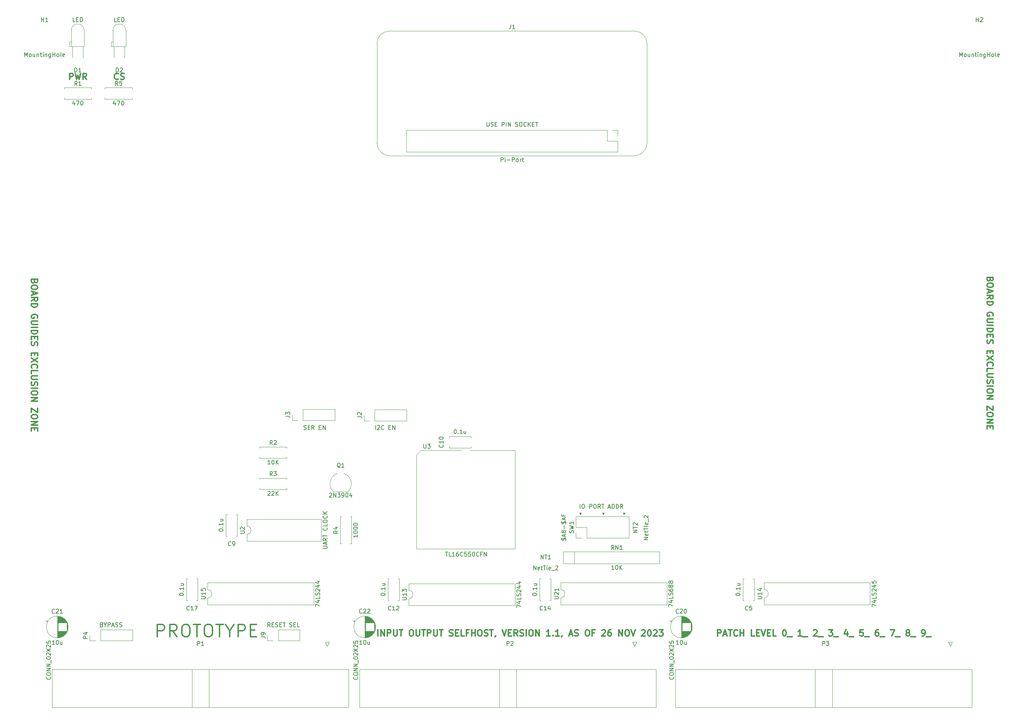
<source format=gbr>
%TF.GenerationSoftware,KiCad,Pcbnew,(6.0.11)*%
%TF.CreationDate,2023-11-26T09:41:01-05:00*%
%TF.ProjectId,input-output.SelfHost,696e7075-742d-46f7-9574-7075742e5365,rev?*%
%TF.SameCoordinates,Original*%
%TF.FileFunction,Legend,Top*%
%TF.FilePolarity,Positive*%
%FSLAX46Y46*%
G04 Gerber Fmt 4.6, Leading zero omitted, Abs format (unit mm)*
G04 Created by KiCad (PCBNEW (6.0.11)) date 2023-11-26 09:41:01*
%MOMM*%
%LPD*%
G01*
G04 APERTURE LIST*
%ADD10C,0.300000*%
%ADD11C,0.150000*%
%ADD12C,0.120000*%
G04 APERTURE END LIST*
D10*
X267607142Y-133285714D02*
X267535714Y-133500000D01*
X267464285Y-133571428D01*
X267321428Y-133642857D01*
X267107142Y-133642857D01*
X266964285Y-133571428D01*
X266892857Y-133500000D01*
X266821428Y-133357142D01*
X266821428Y-132785714D01*
X268321428Y-132785714D01*
X268321428Y-133285714D01*
X268250000Y-133428571D01*
X268178571Y-133500000D01*
X268035714Y-133571428D01*
X267892857Y-133571428D01*
X267750000Y-133500000D01*
X267678571Y-133428571D01*
X267607142Y-133285714D01*
X267607142Y-132785714D01*
X268321428Y-134571428D02*
X268321428Y-134857142D01*
X268250000Y-135000000D01*
X268107142Y-135142857D01*
X267821428Y-135214285D01*
X267321428Y-135214285D01*
X267035714Y-135142857D01*
X266892857Y-135000000D01*
X266821428Y-134857142D01*
X266821428Y-134571428D01*
X266892857Y-134428571D01*
X267035714Y-134285714D01*
X267321428Y-134214285D01*
X267821428Y-134214285D01*
X268107142Y-134285714D01*
X268250000Y-134428571D01*
X268321428Y-134571428D01*
X267250000Y-135785714D02*
X267250000Y-136500000D01*
X266821428Y-135642857D02*
X268321428Y-136142857D01*
X266821428Y-136642857D01*
X266821428Y-138000000D02*
X267535714Y-137500000D01*
X266821428Y-137142857D02*
X268321428Y-137142857D01*
X268321428Y-137714285D01*
X268250000Y-137857142D01*
X268178571Y-137928571D01*
X268035714Y-138000000D01*
X267821428Y-138000000D01*
X267678571Y-137928571D01*
X267607142Y-137857142D01*
X267535714Y-137714285D01*
X267535714Y-137142857D01*
X266821428Y-138642857D02*
X268321428Y-138642857D01*
X268321428Y-139000000D01*
X268250000Y-139214285D01*
X268107142Y-139357142D01*
X267964285Y-139428571D01*
X267678571Y-139500000D01*
X267464285Y-139500000D01*
X267178571Y-139428571D01*
X267035714Y-139357142D01*
X266892857Y-139214285D01*
X266821428Y-139000000D01*
X266821428Y-138642857D01*
X268250000Y-142071428D02*
X268321428Y-141928571D01*
X268321428Y-141714285D01*
X268250000Y-141500000D01*
X268107142Y-141357142D01*
X267964285Y-141285714D01*
X267678571Y-141214285D01*
X267464285Y-141214285D01*
X267178571Y-141285714D01*
X267035714Y-141357142D01*
X266892857Y-141500000D01*
X266821428Y-141714285D01*
X266821428Y-141857142D01*
X266892857Y-142071428D01*
X266964285Y-142142857D01*
X267464285Y-142142857D01*
X267464285Y-141857142D01*
X268321428Y-142785714D02*
X267107142Y-142785714D01*
X266964285Y-142857142D01*
X266892857Y-142928571D01*
X266821428Y-143071428D01*
X266821428Y-143357142D01*
X266892857Y-143500000D01*
X266964285Y-143571428D01*
X267107142Y-143642857D01*
X268321428Y-143642857D01*
X266821428Y-144357142D02*
X268321428Y-144357142D01*
X266821428Y-145071428D02*
X268321428Y-145071428D01*
X268321428Y-145428571D01*
X268250000Y-145642857D01*
X268107142Y-145785714D01*
X267964285Y-145857142D01*
X267678571Y-145928571D01*
X267464285Y-145928571D01*
X267178571Y-145857142D01*
X267035714Y-145785714D01*
X266892857Y-145642857D01*
X266821428Y-145428571D01*
X266821428Y-145071428D01*
X267607142Y-146571428D02*
X267607142Y-147071428D01*
X266821428Y-147285714D02*
X266821428Y-146571428D01*
X268321428Y-146571428D01*
X268321428Y-147285714D01*
X266892857Y-147857142D02*
X266821428Y-148071428D01*
X266821428Y-148428571D01*
X266892857Y-148571428D01*
X266964285Y-148642857D01*
X267107142Y-148714285D01*
X267250000Y-148714285D01*
X267392857Y-148642857D01*
X267464285Y-148571428D01*
X267535714Y-148428571D01*
X267607142Y-148142857D01*
X267678571Y-148000000D01*
X267750000Y-147928571D01*
X267892857Y-147857142D01*
X268035714Y-147857142D01*
X268178571Y-147928571D01*
X268250000Y-148000000D01*
X268321428Y-148142857D01*
X268321428Y-148500000D01*
X268250000Y-148714285D01*
X267607142Y-150500000D02*
X267607142Y-151000000D01*
X266821428Y-151214285D02*
X266821428Y-150500000D01*
X268321428Y-150500000D01*
X268321428Y-151214285D01*
X268321428Y-151714285D02*
X266821428Y-152714285D01*
X268321428Y-152714285D02*
X266821428Y-151714285D01*
X266964285Y-154142857D02*
X266892857Y-154071428D01*
X266821428Y-153857142D01*
X266821428Y-153714285D01*
X266892857Y-153500000D01*
X267035714Y-153357142D01*
X267178571Y-153285714D01*
X267464285Y-153214285D01*
X267678571Y-153214285D01*
X267964285Y-153285714D01*
X268107142Y-153357142D01*
X268250000Y-153500000D01*
X268321428Y-153714285D01*
X268321428Y-153857142D01*
X268250000Y-154071428D01*
X268178571Y-154142857D01*
X266821428Y-155500000D02*
X266821428Y-154785714D01*
X268321428Y-154785714D01*
X268321428Y-156000000D02*
X267107142Y-156000000D01*
X266964285Y-156071428D01*
X266892857Y-156142857D01*
X266821428Y-156285714D01*
X266821428Y-156571428D01*
X266892857Y-156714285D01*
X266964285Y-156785714D01*
X267107142Y-156857142D01*
X268321428Y-156857142D01*
X266892857Y-157500000D02*
X266821428Y-157714285D01*
X266821428Y-158071428D01*
X266892857Y-158214285D01*
X266964285Y-158285714D01*
X267107142Y-158357142D01*
X267250000Y-158357142D01*
X267392857Y-158285714D01*
X267464285Y-158214285D01*
X267535714Y-158071428D01*
X267607142Y-157785714D01*
X267678571Y-157642857D01*
X267750000Y-157571428D01*
X267892857Y-157500000D01*
X268035714Y-157500000D01*
X268178571Y-157571428D01*
X268250000Y-157642857D01*
X268321428Y-157785714D01*
X268321428Y-158142857D01*
X268250000Y-158357142D01*
X266821428Y-159000000D02*
X268321428Y-159000000D01*
X268321428Y-160000000D02*
X268321428Y-160285714D01*
X268250000Y-160428571D01*
X268107142Y-160571428D01*
X267821428Y-160642857D01*
X267321428Y-160642857D01*
X267035714Y-160571428D01*
X266892857Y-160428571D01*
X266821428Y-160285714D01*
X266821428Y-160000000D01*
X266892857Y-159857142D01*
X267035714Y-159714285D01*
X267321428Y-159642857D01*
X267821428Y-159642857D01*
X268107142Y-159714285D01*
X268250000Y-159857142D01*
X268321428Y-160000000D01*
X266821428Y-161285714D02*
X268321428Y-161285714D01*
X266821428Y-162142857D01*
X268321428Y-162142857D01*
X268321428Y-163857142D02*
X268321428Y-164857142D01*
X266821428Y-163857142D01*
X266821428Y-164857142D01*
X268321428Y-165714285D02*
X268321428Y-166000000D01*
X268250000Y-166142857D01*
X268107142Y-166285714D01*
X267821428Y-166357142D01*
X267321428Y-166357142D01*
X267035714Y-166285714D01*
X266892857Y-166142857D01*
X266821428Y-166000000D01*
X266821428Y-165714285D01*
X266892857Y-165571428D01*
X267035714Y-165428571D01*
X267321428Y-165357142D01*
X267821428Y-165357142D01*
X268107142Y-165428571D01*
X268250000Y-165571428D01*
X268321428Y-165714285D01*
X266821428Y-167000000D02*
X268321428Y-167000000D01*
X266821428Y-167857142D01*
X268321428Y-167857142D01*
X267607142Y-168571428D02*
X267607142Y-169071428D01*
X266821428Y-169285714D02*
X266821428Y-168571428D01*
X268321428Y-168571428D01*
X268321428Y-169285714D01*
X37607142Y-133785714D02*
X37535714Y-134000000D01*
X37464285Y-134071428D01*
X37321428Y-134142857D01*
X37107142Y-134142857D01*
X36964285Y-134071428D01*
X36892857Y-134000000D01*
X36821428Y-133857142D01*
X36821428Y-133285714D01*
X38321428Y-133285714D01*
X38321428Y-133785714D01*
X38250000Y-133928571D01*
X38178571Y-134000000D01*
X38035714Y-134071428D01*
X37892857Y-134071428D01*
X37750000Y-134000000D01*
X37678571Y-133928571D01*
X37607142Y-133785714D01*
X37607142Y-133285714D01*
X38321428Y-135071428D02*
X38321428Y-135357142D01*
X38250000Y-135500000D01*
X38107142Y-135642857D01*
X37821428Y-135714285D01*
X37321428Y-135714285D01*
X37035714Y-135642857D01*
X36892857Y-135500000D01*
X36821428Y-135357142D01*
X36821428Y-135071428D01*
X36892857Y-134928571D01*
X37035714Y-134785714D01*
X37321428Y-134714285D01*
X37821428Y-134714285D01*
X38107142Y-134785714D01*
X38250000Y-134928571D01*
X38321428Y-135071428D01*
X37250000Y-136285714D02*
X37250000Y-137000000D01*
X36821428Y-136142857D02*
X38321428Y-136642857D01*
X36821428Y-137142857D01*
X36821428Y-138500000D02*
X37535714Y-138000000D01*
X36821428Y-137642857D02*
X38321428Y-137642857D01*
X38321428Y-138214285D01*
X38250000Y-138357142D01*
X38178571Y-138428571D01*
X38035714Y-138500000D01*
X37821428Y-138500000D01*
X37678571Y-138428571D01*
X37607142Y-138357142D01*
X37535714Y-138214285D01*
X37535714Y-137642857D01*
X36821428Y-139142857D02*
X38321428Y-139142857D01*
X38321428Y-139500000D01*
X38250000Y-139714285D01*
X38107142Y-139857142D01*
X37964285Y-139928571D01*
X37678571Y-140000000D01*
X37464285Y-140000000D01*
X37178571Y-139928571D01*
X37035714Y-139857142D01*
X36892857Y-139714285D01*
X36821428Y-139500000D01*
X36821428Y-139142857D01*
X38250000Y-142571428D02*
X38321428Y-142428571D01*
X38321428Y-142214285D01*
X38250000Y-142000000D01*
X38107142Y-141857142D01*
X37964285Y-141785714D01*
X37678571Y-141714285D01*
X37464285Y-141714285D01*
X37178571Y-141785714D01*
X37035714Y-141857142D01*
X36892857Y-142000000D01*
X36821428Y-142214285D01*
X36821428Y-142357142D01*
X36892857Y-142571428D01*
X36964285Y-142642857D01*
X37464285Y-142642857D01*
X37464285Y-142357142D01*
X38321428Y-143285714D02*
X37107142Y-143285714D01*
X36964285Y-143357142D01*
X36892857Y-143428571D01*
X36821428Y-143571428D01*
X36821428Y-143857142D01*
X36892857Y-144000000D01*
X36964285Y-144071428D01*
X37107142Y-144142857D01*
X38321428Y-144142857D01*
X36821428Y-144857142D02*
X38321428Y-144857142D01*
X36821428Y-145571428D02*
X38321428Y-145571428D01*
X38321428Y-145928571D01*
X38250000Y-146142857D01*
X38107142Y-146285714D01*
X37964285Y-146357142D01*
X37678571Y-146428571D01*
X37464285Y-146428571D01*
X37178571Y-146357142D01*
X37035714Y-146285714D01*
X36892857Y-146142857D01*
X36821428Y-145928571D01*
X36821428Y-145571428D01*
X37607142Y-147071428D02*
X37607142Y-147571428D01*
X36821428Y-147785714D02*
X36821428Y-147071428D01*
X38321428Y-147071428D01*
X38321428Y-147785714D01*
X36892857Y-148357142D02*
X36821428Y-148571428D01*
X36821428Y-148928571D01*
X36892857Y-149071428D01*
X36964285Y-149142857D01*
X37107142Y-149214285D01*
X37250000Y-149214285D01*
X37392857Y-149142857D01*
X37464285Y-149071428D01*
X37535714Y-148928571D01*
X37607142Y-148642857D01*
X37678571Y-148500000D01*
X37750000Y-148428571D01*
X37892857Y-148357142D01*
X38035714Y-148357142D01*
X38178571Y-148428571D01*
X38250000Y-148500000D01*
X38321428Y-148642857D01*
X38321428Y-149000000D01*
X38250000Y-149214285D01*
X37607142Y-151000000D02*
X37607142Y-151500000D01*
X36821428Y-151714285D02*
X36821428Y-151000000D01*
X38321428Y-151000000D01*
X38321428Y-151714285D01*
X38321428Y-152214285D02*
X36821428Y-153214285D01*
X38321428Y-153214285D02*
X36821428Y-152214285D01*
X36964285Y-154642857D02*
X36892857Y-154571428D01*
X36821428Y-154357142D01*
X36821428Y-154214285D01*
X36892857Y-154000000D01*
X37035714Y-153857142D01*
X37178571Y-153785714D01*
X37464285Y-153714285D01*
X37678571Y-153714285D01*
X37964285Y-153785714D01*
X38107142Y-153857142D01*
X38250000Y-154000000D01*
X38321428Y-154214285D01*
X38321428Y-154357142D01*
X38250000Y-154571428D01*
X38178571Y-154642857D01*
X36821428Y-156000000D02*
X36821428Y-155285714D01*
X38321428Y-155285714D01*
X38321428Y-156500000D02*
X37107142Y-156500000D01*
X36964285Y-156571428D01*
X36892857Y-156642857D01*
X36821428Y-156785714D01*
X36821428Y-157071428D01*
X36892857Y-157214285D01*
X36964285Y-157285714D01*
X37107142Y-157357142D01*
X38321428Y-157357142D01*
X36892857Y-158000000D02*
X36821428Y-158214285D01*
X36821428Y-158571428D01*
X36892857Y-158714285D01*
X36964285Y-158785714D01*
X37107142Y-158857142D01*
X37250000Y-158857142D01*
X37392857Y-158785714D01*
X37464285Y-158714285D01*
X37535714Y-158571428D01*
X37607142Y-158285714D01*
X37678571Y-158142857D01*
X37750000Y-158071428D01*
X37892857Y-158000000D01*
X38035714Y-158000000D01*
X38178571Y-158071428D01*
X38250000Y-158142857D01*
X38321428Y-158285714D01*
X38321428Y-158642857D01*
X38250000Y-158857142D01*
X36821428Y-159500000D02*
X38321428Y-159500000D01*
X38321428Y-160500000D02*
X38321428Y-160785714D01*
X38250000Y-160928571D01*
X38107142Y-161071428D01*
X37821428Y-161142857D01*
X37321428Y-161142857D01*
X37035714Y-161071428D01*
X36892857Y-160928571D01*
X36821428Y-160785714D01*
X36821428Y-160500000D01*
X36892857Y-160357142D01*
X37035714Y-160214285D01*
X37321428Y-160142857D01*
X37821428Y-160142857D01*
X38107142Y-160214285D01*
X38250000Y-160357142D01*
X38321428Y-160500000D01*
X36821428Y-161785714D02*
X38321428Y-161785714D01*
X36821428Y-162642857D01*
X38321428Y-162642857D01*
X38321428Y-164357142D02*
X38321428Y-165357142D01*
X36821428Y-164357142D01*
X36821428Y-165357142D01*
X38321428Y-166214285D02*
X38321428Y-166500000D01*
X38250000Y-166642857D01*
X38107142Y-166785714D01*
X37821428Y-166857142D01*
X37321428Y-166857142D01*
X37035714Y-166785714D01*
X36892857Y-166642857D01*
X36821428Y-166500000D01*
X36821428Y-166214285D01*
X36892857Y-166071428D01*
X37035714Y-165928571D01*
X37321428Y-165857142D01*
X37821428Y-165857142D01*
X38107142Y-165928571D01*
X38250000Y-166071428D01*
X38321428Y-166214285D01*
X36821428Y-167500000D02*
X38321428Y-167500000D01*
X36821428Y-168357142D01*
X38321428Y-168357142D01*
X37607142Y-169071428D02*
X37607142Y-169571428D01*
X36821428Y-169785714D02*
X36821428Y-169071428D01*
X38321428Y-169071428D01*
X38321428Y-169785714D01*
X57750000Y-85035714D02*
X57678571Y-85107142D01*
X57464285Y-85178571D01*
X57321428Y-85178571D01*
X57107142Y-85107142D01*
X56964285Y-84964285D01*
X56892857Y-84821428D01*
X56821428Y-84535714D01*
X56821428Y-84321428D01*
X56892857Y-84035714D01*
X56964285Y-83892857D01*
X57107142Y-83750000D01*
X57321428Y-83678571D01*
X57464285Y-83678571D01*
X57678571Y-83750000D01*
X57750000Y-83821428D01*
X58321428Y-85107142D02*
X58535714Y-85178571D01*
X58892857Y-85178571D01*
X59035714Y-85107142D01*
X59107142Y-85035714D01*
X59178571Y-84892857D01*
X59178571Y-84750000D01*
X59107142Y-84607142D01*
X59035714Y-84535714D01*
X58892857Y-84464285D01*
X58607142Y-84392857D01*
X58464285Y-84321428D01*
X58392857Y-84250000D01*
X58321428Y-84107142D01*
X58321428Y-83964285D01*
X58392857Y-83821428D01*
X58464285Y-83750000D01*
X58607142Y-83678571D01*
X58964285Y-83678571D01*
X59178571Y-83750000D01*
D11*
X169000000Y-189452380D02*
X169000000Y-189690476D01*
X168761904Y-189595238D02*
X169000000Y-189690476D01*
X169238095Y-189595238D01*
X168857142Y-189880952D02*
X169000000Y-189690476D01*
X169142857Y-189880952D01*
D10*
X120214285Y-219178571D02*
X120214285Y-217678571D01*
X120928571Y-219178571D02*
X120928571Y-217678571D01*
X121785714Y-219178571D01*
X121785714Y-217678571D01*
X122500000Y-219178571D02*
X122500000Y-217678571D01*
X123071428Y-217678571D01*
X123214285Y-217750000D01*
X123285714Y-217821428D01*
X123357142Y-217964285D01*
X123357142Y-218178571D01*
X123285714Y-218321428D01*
X123214285Y-218392857D01*
X123071428Y-218464285D01*
X122500000Y-218464285D01*
X124000000Y-217678571D02*
X124000000Y-218892857D01*
X124071428Y-219035714D01*
X124142857Y-219107142D01*
X124285714Y-219178571D01*
X124571428Y-219178571D01*
X124714285Y-219107142D01*
X124785714Y-219035714D01*
X124857142Y-218892857D01*
X124857142Y-217678571D01*
X125357142Y-217678571D02*
X126214285Y-217678571D01*
X125785714Y-219178571D02*
X125785714Y-217678571D01*
X128142857Y-217678571D02*
X128428571Y-217678571D01*
X128571428Y-217750000D01*
X128714285Y-217892857D01*
X128785714Y-218178571D01*
X128785714Y-218678571D01*
X128714285Y-218964285D01*
X128571428Y-219107142D01*
X128428571Y-219178571D01*
X128142857Y-219178571D01*
X128000000Y-219107142D01*
X127857142Y-218964285D01*
X127785714Y-218678571D01*
X127785714Y-218178571D01*
X127857142Y-217892857D01*
X128000000Y-217750000D01*
X128142857Y-217678571D01*
X129428571Y-217678571D02*
X129428571Y-218892857D01*
X129500000Y-219035714D01*
X129571428Y-219107142D01*
X129714285Y-219178571D01*
X130000000Y-219178571D01*
X130142857Y-219107142D01*
X130214285Y-219035714D01*
X130285714Y-218892857D01*
X130285714Y-217678571D01*
X130785714Y-217678571D02*
X131642857Y-217678571D01*
X131214285Y-219178571D02*
X131214285Y-217678571D01*
X132142857Y-219178571D02*
X132142857Y-217678571D01*
X132714285Y-217678571D01*
X132857142Y-217750000D01*
X132928571Y-217821428D01*
X133000000Y-217964285D01*
X133000000Y-218178571D01*
X132928571Y-218321428D01*
X132857142Y-218392857D01*
X132714285Y-218464285D01*
X132142857Y-218464285D01*
X133642857Y-217678571D02*
X133642857Y-218892857D01*
X133714285Y-219035714D01*
X133785714Y-219107142D01*
X133928571Y-219178571D01*
X134214285Y-219178571D01*
X134357142Y-219107142D01*
X134428571Y-219035714D01*
X134500000Y-218892857D01*
X134500000Y-217678571D01*
X135000000Y-217678571D02*
X135857142Y-217678571D01*
X135428571Y-219178571D02*
X135428571Y-217678571D01*
X137428571Y-219107142D02*
X137642857Y-219178571D01*
X138000000Y-219178571D01*
X138142857Y-219107142D01*
X138214285Y-219035714D01*
X138285714Y-218892857D01*
X138285714Y-218750000D01*
X138214285Y-218607142D01*
X138142857Y-218535714D01*
X138000000Y-218464285D01*
X137714285Y-218392857D01*
X137571428Y-218321428D01*
X137500000Y-218250000D01*
X137428571Y-218107142D01*
X137428571Y-217964285D01*
X137500000Y-217821428D01*
X137571428Y-217750000D01*
X137714285Y-217678571D01*
X138071428Y-217678571D01*
X138285714Y-217750000D01*
X138928571Y-218392857D02*
X139428571Y-218392857D01*
X139642857Y-219178571D02*
X138928571Y-219178571D01*
X138928571Y-217678571D01*
X139642857Y-217678571D01*
X141000000Y-219178571D02*
X140285714Y-219178571D01*
X140285714Y-217678571D01*
X142000000Y-218392857D02*
X141500000Y-218392857D01*
X141500000Y-219178571D02*
X141500000Y-217678571D01*
X142214285Y-217678571D01*
X142785714Y-219178571D02*
X142785714Y-217678571D01*
X142785714Y-218392857D02*
X143642857Y-218392857D01*
X143642857Y-219178571D02*
X143642857Y-217678571D01*
X144642857Y-217678571D02*
X144928571Y-217678571D01*
X145071428Y-217750000D01*
X145214285Y-217892857D01*
X145285714Y-218178571D01*
X145285714Y-218678571D01*
X145214285Y-218964285D01*
X145071428Y-219107142D01*
X144928571Y-219178571D01*
X144642857Y-219178571D01*
X144500000Y-219107142D01*
X144357142Y-218964285D01*
X144285714Y-218678571D01*
X144285714Y-218178571D01*
X144357142Y-217892857D01*
X144500000Y-217750000D01*
X144642857Y-217678571D01*
X145857142Y-219107142D02*
X146071428Y-219178571D01*
X146428571Y-219178571D01*
X146571428Y-219107142D01*
X146642857Y-219035714D01*
X146714285Y-218892857D01*
X146714285Y-218750000D01*
X146642857Y-218607142D01*
X146571428Y-218535714D01*
X146428571Y-218464285D01*
X146142857Y-218392857D01*
X146000000Y-218321428D01*
X145928571Y-218250000D01*
X145857142Y-218107142D01*
X145857142Y-217964285D01*
X145928571Y-217821428D01*
X146000000Y-217750000D01*
X146142857Y-217678571D01*
X146500000Y-217678571D01*
X146714285Y-217750000D01*
X147142857Y-217678571D02*
X148000000Y-217678571D01*
X147571428Y-219178571D02*
X147571428Y-217678571D01*
X148571428Y-219107142D02*
X148571428Y-219178571D01*
X148500000Y-219321428D01*
X148428571Y-219392857D01*
X150142857Y-217678571D02*
X150642857Y-219178571D01*
X151142857Y-217678571D01*
X151642857Y-218392857D02*
X152142857Y-218392857D01*
X152357142Y-219178571D02*
X151642857Y-219178571D01*
X151642857Y-217678571D01*
X152357142Y-217678571D01*
X153857142Y-219178571D02*
X153357142Y-218464285D01*
X153000000Y-219178571D02*
X153000000Y-217678571D01*
X153571428Y-217678571D01*
X153714285Y-217750000D01*
X153785714Y-217821428D01*
X153857142Y-217964285D01*
X153857142Y-218178571D01*
X153785714Y-218321428D01*
X153714285Y-218392857D01*
X153571428Y-218464285D01*
X153000000Y-218464285D01*
X154428571Y-219107142D02*
X154642857Y-219178571D01*
X155000000Y-219178571D01*
X155142857Y-219107142D01*
X155214285Y-219035714D01*
X155285714Y-218892857D01*
X155285714Y-218750000D01*
X155214285Y-218607142D01*
X155142857Y-218535714D01*
X155000000Y-218464285D01*
X154714285Y-218392857D01*
X154571428Y-218321428D01*
X154500000Y-218250000D01*
X154428571Y-218107142D01*
X154428571Y-217964285D01*
X154500000Y-217821428D01*
X154571428Y-217750000D01*
X154714285Y-217678571D01*
X155071428Y-217678571D01*
X155285714Y-217750000D01*
X155928571Y-219178571D02*
X155928571Y-217678571D01*
X156928571Y-217678571D02*
X157214285Y-217678571D01*
X157357142Y-217750000D01*
X157500000Y-217892857D01*
X157571428Y-218178571D01*
X157571428Y-218678571D01*
X157500000Y-218964285D01*
X157357142Y-219107142D01*
X157214285Y-219178571D01*
X156928571Y-219178571D01*
X156785714Y-219107142D01*
X156642857Y-218964285D01*
X156571428Y-218678571D01*
X156571428Y-218178571D01*
X156642857Y-217892857D01*
X156785714Y-217750000D01*
X156928571Y-217678571D01*
X158214285Y-219178571D02*
X158214285Y-217678571D01*
X159071428Y-219178571D01*
X159071428Y-217678571D01*
X161714285Y-219178571D02*
X160857142Y-219178571D01*
X161285714Y-219178571D02*
X161285714Y-217678571D01*
X161142857Y-217892857D01*
X161000000Y-218035714D01*
X160857142Y-218107142D01*
X162357142Y-219035714D02*
X162428571Y-219107142D01*
X162357142Y-219178571D01*
X162285714Y-219107142D01*
X162357142Y-219035714D01*
X162357142Y-219178571D01*
X163857142Y-219178571D02*
X163000000Y-219178571D01*
X163428571Y-219178571D02*
X163428571Y-217678571D01*
X163285714Y-217892857D01*
X163142857Y-218035714D01*
X163000000Y-218107142D01*
X164571428Y-219107142D02*
X164571428Y-219178571D01*
X164500000Y-219321428D01*
X164428571Y-219392857D01*
X166285714Y-218750000D02*
X167000000Y-218750000D01*
X166142857Y-219178571D02*
X166642857Y-217678571D01*
X167142857Y-219178571D01*
X167571428Y-219107142D02*
X167785714Y-219178571D01*
X168142857Y-219178571D01*
X168285714Y-219107142D01*
X168357142Y-219035714D01*
X168428571Y-218892857D01*
X168428571Y-218750000D01*
X168357142Y-218607142D01*
X168285714Y-218535714D01*
X168142857Y-218464285D01*
X167857142Y-218392857D01*
X167714285Y-218321428D01*
X167642857Y-218250000D01*
X167571428Y-218107142D01*
X167571428Y-217964285D01*
X167642857Y-217821428D01*
X167714285Y-217750000D01*
X167857142Y-217678571D01*
X168214285Y-217678571D01*
X168428571Y-217750000D01*
X170500000Y-217678571D02*
X170785714Y-217678571D01*
X170928571Y-217750000D01*
X171071428Y-217892857D01*
X171142857Y-218178571D01*
X171142857Y-218678571D01*
X171071428Y-218964285D01*
X170928571Y-219107142D01*
X170785714Y-219178571D01*
X170500000Y-219178571D01*
X170357142Y-219107142D01*
X170214285Y-218964285D01*
X170142857Y-218678571D01*
X170142857Y-218178571D01*
X170214285Y-217892857D01*
X170357142Y-217750000D01*
X170500000Y-217678571D01*
X172285714Y-218392857D02*
X171785714Y-218392857D01*
X171785714Y-219178571D02*
X171785714Y-217678571D01*
X172500000Y-217678571D01*
X174142857Y-217821428D02*
X174214285Y-217750000D01*
X174357142Y-217678571D01*
X174714285Y-217678571D01*
X174857142Y-217750000D01*
X174928571Y-217821428D01*
X175000000Y-217964285D01*
X175000000Y-218107142D01*
X174928571Y-218321428D01*
X174071428Y-219178571D01*
X175000000Y-219178571D01*
X176285714Y-217678571D02*
X176000000Y-217678571D01*
X175857142Y-217750000D01*
X175785714Y-217821428D01*
X175642857Y-218035714D01*
X175571428Y-218321428D01*
X175571428Y-218892857D01*
X175642857Y-219035714D01*
X175714285Y-219107142D01*
X175857142Y-219178571D01*
X176142857Y-219178571D01*
X176285714Y-219107142D01*
X176357142Y-219035714D01*
X176428571Y-218892857D01*
X176428571Y-218535714D01*
X176357142Y-218392857D01*
X176285714Y-218321428D01*
X176142857Y-218250000D01*
X175857142Y-218250000D01*
X175714285Y-218321428D01*
X175642857Y-218392857D01*
X175571428Y-218535714D01*
X178214285Y-219178571D02*
X178214285Y-217678571D01*
X179071428Y-219178571D01*
X179071428Y-217678571D01*
X180071428Y-217678571D02*
X180357142Y-217678571D01*
X180500000Y-217750000D01*
X180642857Y-217892857D01*
X180714285Y-218178571D01*
X180714285Y-218678571D01*
X180642857Y-218964285D01*
X180500000Y-219107142D01*
X180357142Y-219178571D01*
X180071428Y-219178571D01*
X179928571Y-219107142D01*
X179785714Y-218964285D01*
X179714285Y-218678571D01*
X179714285Y-218178571D01*
X179785714Y-217892857D01*
X179928571Y-217750000D01*
X180071428Y-217678571D01*
X181142857Y-217678571D02*
X181642857Y-219178571D01*
X182142857Y-217678571D01*
X183714285Y-217821428D02*
X183785714Y-217750000D01*
X183928571Y-217678571D01*
X184285714Y-217678571D01*
X184428571Y-217750000D01*
X184500000Y-217821428D01*
X184571428Y-217964285D01*
X184571428Y-218107142D01*
X184500000Y-218321428D01*
X183642857Y-219178571D01*
X184571428Y-219178571D01*
X185500000Y-217678571D02*
X185642857Y-217678571D01*
X185785714Y-217750000D01*
X185857142Y-217821428D01*
X185928571Y-217964285D01*
X186000000Y-218250000D01*
X186000000Y-218607142D01*
X185928571Y-218892857D01*
X185857142Y-219035714D01*
X185785714Y-219107142D01*
X185642857Y-219178571D01*
X185500000Y-219178571D01*
X185357142Y-219107142D01*
X185285714Y-219035714D01*
X185214285Y-218892857D01*
X185142857Y-218607142D01*
X185142857Y-218250000D01*
X185214285Y-217964285D01*
X185285714Y-217821428D01*
X185357142Y-217750000D01*
X185500000Y-217678571D01*
X186571428Y-217821428D02*
X186642857Y-217750000D01*
X186785714Y-217678571D01*
X187142857Y-217678571D01*
X187285714Y-217750000D01*
X187357142Y-217821428D01*
X187428571Y-217964285D01*
X187428571Y-218107142D01*
X187357142Y-218321428D01*
X186500000Y-219178571D01*
X187428571Y-219178571D01*
X187928571Y-217678571D02*
X188857142Y-217678571D01*
X188357142Y-218250000D01*
X188571428Y-218250000D01*
X188714285Y-218321428D01*
X188785714Y-218392857D01*
X188857142Y-218535714D01*
X188857142Y-218892857D01*
X188785714Y-219035714D01*
X188714285Y-219107142D01*
X188571428Y-219178571D01*
X188142857Y-219178571D01*
X188000000Y-219107142D01*
X187928571Y-219035714D01*
D11*
X174500000Y-189452380D02*
X174500000Y-189690476D01*
X174261904Y-189595238D02*
X174500000Y-189690476D01*
X174738095Y-189595238D01*
X174357142Y-189880952D02*
X174500000Y-189690476D01*
X174642857Y-189880952D01*
X146428571Y-95452380D02*
X146428571Y-96261904D01*
X146476190Y-96357142D01*
X146523809Y-96404761D01*
X146619047Y-96452380D01*
X146809523Y-96452380D01*
X146904761Y-96404761D01*
X146952380Y-96357142D01*
X147000000Y-96261904D01*
X147000000Y-95452380D01*
X147428571Y-96404761D02*
X147571428Y-96452380D01*
X147809523Y-96452380D01*
X147904761Y-96404761D01*
X147952380Y-96357142D01*
X148000000Y-96261904D01*
X148000000Y-96166666D01*
X147952380Y-96071428D01*
X147904761Y-96023809D01*
X147809523Y-95976190D01*
X147619047Y-95928571D01*
X147523809Y-95880952D01*
X147476190Y-95833333D01*
X147428571Y-95738095D01*
X147428571Y-95642857D01*
X147476190Y-95547619D01*
X147523809Y-95500000D01*
X147619047Y-95452380D01*
X147857142Y-95452380D01*
X148000000Y-95500000D01*
X148428571Y-95928571D02*
X148761904Y-95928571D01*
X148904761Y-96452380D02*
X148428571Y-96452380D01*
X148428571Y-95452380D01*
X148904761Y-95452380D01*
X150095238Y-96452380D02*
X150095238Y-95452380D01*
X150476190Y-95452380D01*
X150571428Y-95500000D01*
X150619047Y-95547619D01*
X150666666Y-95642857D01*
X150666666Y-95785714D01*
X150619047Y-95880952D01*
X150571428Y-95928571D01*
X150476190Y-95976190D01*
X150095238Y-95976190D01*
X151095238Y-96452380D02*
X151095238Y-95452380D01*
X151571428Y-96452380D02*
X151571428Y-95452380D01*
X152142857Y-96452380D01*
X152142857Y-95452380D01*
X153333333Y-96404761D02*
X153476190Y-96452380D01*
X153714285Y-96452380D01*
X153809523Y-96404761D01*
X153857142Y-96357142D01*
X153904761Y-96261904D01*
X153904761Y-96166666D01*
X153857142Y-96071428D01*
X153809523Y-96023809D01*
X153714285Y-95976190D01*
X153523809Y-95928571D01*
X153428571Y-95880952D01*
X153380952Y-95833333D01*
X153333333Y-95738095D01*
X153333333Y-95642857D01*
X153380952Y-95547619D01*
X153428571Y-95500000D01*
X153523809Y-95452380D01*
X153761904Y-95452380D01*
X153904761Y-95500000D01*
X154523809Y-95452380D02*
X154714285Y-95452380D01*
X154809523Y-95500000D01*
X154904761Y-95595238D01*
X154952380Y-95785714D01*
X154952380Y-96119047D01*
X154904761Y-96309523D01*
X154809523Y-96404761D01*
X154714285Y-96452380D01*
X154523809Y-96452380D01*
X154428571Y-96404761D01*
X154333333Y-96309523D01*
X154285714Y-96119047D01*
X154285714Y-95785714D01*
X154333333Y-95595238D01*
X154428571Y-95500000D01*
X154523809Y-95452380D01*
X155952380Y-96357142D02*
X155904761Y-96404761D01*
X155761904Y-96452380D01*
X155666666Y-96452380D01*
X155523809Y-96404761D01*
X155428571Y-96309523D01*
X155380952Y-96214285D01*
X155333333Y-96023809D01*
X155333333Y-95880952D01*
X155380952Y-95690476D01*
X155428571Y-95595238D01*
X155523809Y-95500000D01*
X155666666Y-95452380D01*
X155761904Y-95452380D01*
X155904761Y-95500000D01*
X155952380Y-95547619D01*
X156380952Y-96452380D02*
X156380952Y-95452380D01*
X156952380Y-96452380D02*
X156523809Y-95880952D01*
X156952380Y-95452380D02*
X156380952Y-96023809D01*
X157380952Y-95928571D02*
X157714285Y-95928571D01*
X157857142Y-96452380D02*
X157380952Y-96452380D01*
X157380952Y-95452380D01*
X157857142Y-95452380D01*
X158142857Y-95452380D02*
X158714285Y-95452380D01*
X158428571Y-96452380D02*
X158428571Y-95452380D01*
D10*
X67142857Y-219357142D02*
X67142857Y-216357142D01*
X68285714Y-216357142D01*
X68571428Y-216500000D01*
X68714285Y-216642857D01*
X68857142Y-216928571D01*
X68857142Y-217357142D01*
X68714285Y-217642857D01*
X68571428Y-217785714D01*
X68285714Y-217928571D01*
X67142857Y-217928571D01*
X71857142Y-219357142D02*
X70857142Y-217928571D01*
X70142857Y-219357142D02*
X70142857Y-216357142D01*
X71285714Y-216357142D01*
X71571428Y-216500000D01*
X71714285Y-216642857D01*
X71857142Y-216928571D01*
X71857142Y-217357142D01*
X71714285Y-217642857D01*
X71571428Y-217785714D01*
X71285714Y-217928571D01*
X70142857Y-217928571D01*
X73714285Y-216357142D02*
X74285714Y-216357142D01*
X74571428Y-216500000D01*
X74857142Y-216785714D01*
X75000000Y-217357142D01*
X75000000Y-218357142D01*
X74857142Y-218928571D01*
X74571428Y-219214285D01*
X74285714Y-219357142D01*
X73714285Y-219357142D01*
X73428571Y-219214285D01*
X73142857Y-218928571D01*
X73000000Y-218357142D01*
X73000000Y-217357142D01*
X73142857Y-216785714D01*
X73428571Y-216500000D01*
X73714285Y-216357142D01*
X75857142Y-216357142D02*
X77571428Y-216357142D01*
X76714285Y-219357142D02*
X76714285Y-216357142D01*
X79142857Y-216357142D02*
X79714285Y-216357142D01*
X80000000Y-216500000D01*
X80285714Y-216785714D01*
X80428571Y-217357142D01*
X80428571Y-218357142D01*
X80285714Y-218928571D01*
X80000000Y-219214285D01*
X79714285Y-219357142D01*
X79142857Y-219357142D01*
X78857142Y-219214285D01*
X78571428Y-218928571D01*
X78428571Y-218357142D01*
X78428571Y-217357142D01*
X78571428Y-216785714D01*
X78857142Y-216500000D01*
X79142857Y-216357142D01*
X81285714Y-216357142D02*
X83000000Y-216357142D01*
X82142857Y-219357142D02*
X82142857Y-216357142D01*
X84571428Y-217928571D02*
X84571428Y-219357142D01*
X83571428Y-216357142D02*
X84571428Y-217928571D01*
X85571428Y-216357142D01*
X86571428Y-219357142D02*
X86571428Y-216357142D01*
X87714285Y-216357142D01*
X88000000Y-216500000D01*
X88142857Y-216642857D01*
X88285714Y-216928571D01*
X88285714Y-217357142D01*
X88142857Y-217642857D01*
X88000000Y-217785714D01*
X87714285Y-217928571D01*
X86571428Y-217928571D01*
X89571428Y-217785714D02*
X90571428Y-217785714D01*
X91000000Y-219357142D02*
X89571428Y-219357142D01*
X89571428Y-216357142D01*
X91000000Y-216357142D01*
X46000000Y-85178571D02*
X46000000Y-83678571D01*
X46571428Y-83678571D01*
X46714285Y-83750000D01*
X46785714Y-83821428D01*
X46857142Y-83964285D01*
X46857142Y-84178571D01*
X46785714Y-84321428D01*
X46714285Y-84392857D01*
X46571428Y-84464285D01*
X46000000Y-84464285D01*
X47357142Y-83678571D02*
X47714285Y-85178571D01*
X48000000Y-84107142D01*
X48285714Y-85178571D01*
X48642857Y-83678571D01*
X50071428Y-85178571D02*
X49571428Y-84464285D01*
X49214285Y-85178571D02*
X49214285Y-83678571D01*
X49785714Y-83678571D01*
X49928571Y-83750000D01*
X50000000Y-83821428D01*
X50071428Y-83964285D01*
X50071428Y-84178571D01*
X50000000Y-84321428D01*
X49928571Y-84392857D01*
X49785714Y-84464285D01*
X49214285Y-84464285D01*
D11*
X165404761Y-196142857D02*
X165452380Y-196000000D01*
X165452380Y-195761904D01*
X165404761Y-195666666D01*
X165357142Y-195619047D01*
X165261904Y-195571428D01*
X165166666Y-195571428D01*
X165071428Y-195619047D01*
X165023809Y-195666666D01*
X164976190Y-195761904D01*
X164928571Y-195952380D01*
X164880952Y-196047619D01*
X164833333Y-196095238D01*
X164738095Y-196142857D01*
X164642857Y-196142857D01*
X164547619Y-196095238D01*
X164500000Y-196047619D01*
X164452380Y-195952380D01*
X164452380Y-195714285D01*
X164500000Y-195571428D01*
X164309523Y-195857142D02*
X165595238Y-195857142D01*
X165166666Y-195190476D02*
X165166666Y-194714285D01*
X165452380Y-195285714D02*
X164452380Y-194952380D01*
X165452380Y-194619047D01*
X164880952Y-194142857D02*
X164833333Y-194238095D01*
X164785714Y-194285714D01*
X164690476Y-194333333D01*
X164642857Y-194333333D01*
X164547619Y-194285714D01*
X164500000Y-194238095D01*
X164452380Y-194142857D01*
X164452380Y-193952380D01*
X164500000Y-193857142D01*
X164547619Y-193809523D01*
X164642857Y-193761904D01*
X164690476Y-193761904D01*
X164785714Y-193809523D01*
X164833333Y-193857142D01*
X164880952Y-193952380D01*
X164880952Y-194142857D01*
X164928571Y-194238095D01*
X164976190Y-194285714D01*
X165071428Y-194333333D01*
X165261904Y-194333333D01*
X165357142Y-194285714D01*
X165404761Y-194238095D01*
X165452380Y-194142857D01*
X165452380Y-193952380D01*
X165404761Y-193857142D01*
X165357142Y-193809523D01*
X165261904Y-193761904D01*
X165071428Y-193761904D01*
X164976190Y-193809523D01*
X164928571Y-193857142D01*
X164880952Y-193952380D01*
X165071428Y-193333333D02*
X165071428Y-192571428D01*
X165404761Y-192142857D02*
X165452380Y-192000000D01*
X165452380Y-191761904D01*
X165404761Y-191666666D01*
X165357142Y-191619047D01*
X165261904Y-191571428D01*
X165166666Y-191571428D01*
X165071428Y-191619047D01*
X165023809Y-191666666D01*
X164976190Y-191761904D01*
X164928571Y-191952380D01*
X164880952Y-192047619D01*
X164833333Y-192095238D01*
X164738095Y-192142857D01*
X164642857Y-192142857D01*
X164547619Y-192095238D01*
X164500000Y-192047619D01*
X164452380Y-191952380D01*
X164452380Y-191714285D01*
X164500000Y-191571428D01*
X164309523Y-191857142D02*
X165595238Y-191857142D01*
X165166666Y-191190476D02*
X165166666Y-190714285D01*
X165452380Y-191285714D02*
X164452380Y-190952380D01*
X165452380Y-190619047D01*
X164928571Y-189952380D02*
X164928571Y-190285714D01*
X165452380Y-190285714D02*
X164452380Y-190285714D01*
X164452380Y-189809523D01*
D10*
X202000000Y-219178571D02*
X202000000Y-217678571D01*
X202571428Y-217678571D01*
X202714285Y-217750000D01*
X202785714Y-217821428D01*
X202857142Y-217964285D01*
X202857142Y-218178571D01*
X202785714Y-218321428D01*
X202714285Y-218392857D01*
X202571428Y-218464285D01*
X202000000Y-218464285D01*
X203428571Y-218750000D02*
X204142857Y-218750000D01*
X203285714Y-219178571D02*
X203785714Y-217678571D01*
X204285714Y-219178571D01*
X204571428Y-217678571D02*
X205428571Y-217678571D01*
X205000000Y-219178571D02*
X205000000Y-217678571D01*
X206785714Y-219035714D02*
X206714285Y-219107142D01*
X206500000Y-219178571D01*
X206357142Y-219178571D01*
X206142857Y-219107142D01*
X206000000Y-218964285D01*
X205928571Y-218821428D01*
X205857142Y-218535714D01*
X205857142Y-218321428D01*
X205928571Y-218035714D01*
X206000000Y-217892857D01*
X206142857Y-217750000D01*
X206357142Y-217678571D01*
X206500000Y-217678571D01*
X206714285Y-217750000D01*
X206785714Y-217821428D01*
X207428571Y-219178571D02*
X207428571Y-217678571D01*
X207428571Y-218392857D02*
X208285714Y-218392857D01*
X208285714Y-219178571D02*
X208285714Y-217678571D01*
X210857142Y-219178571D02*
X210142857Y-219178571D01*
X210142857Y-217678571D01*
X211357142Y-218392857D02*
X211857142Y-218392857D01*
X212071428Y-219178571D02*
X211357142Y-219178571D01*
X211357142Y-217678571D01*
X212071428Y-217678571D01*
X212500000Y-217678571D02*
X213000000Y-219178571D01*
X213500000Y-217678571D01*
X214000000Y-218392857D02*
X214500000Y-218392857D01*
X214714285Y-219178571D02*
X214000000Y-219178571D01*
X214000000Y-217678571D01*
X214714285Y-217678571D01*
X216071428Y-219178571D02*
X215357142Y-219178571D01*
X215357142Y-217678571D01*
X218000000Y-217678571D02*
X218142857Y-217678571D01*
X218285714Y-217750000D01*
X218357142Y-217821428D01*
X218428571Y-217964285D01*
X218500000Y-218250000D01*
X218500000Y-218607142D01*
X218428571Y-218892857D01*
X218357142Y-219035714D01*
X218285714Y-219107142D01*
X218142857Y-219178571D01*
X218000000Y-219178571D01*
X217857142Y-219107142D01*
X217785714Y-219035714D01*
X217714285Y-218892857D01*
X217642857Y-218607142D01*
X217642857Y-218250000D01*
X217714285Y-217964285D01*
X217785714Y-217821428D01*
X217857142Y-217750000D01*
X218000000Y-217678571D01*
X218785714Y-219321428D02*
X219928571Y-219321428D01*
X222214285Y-219178571D02*
X221357142Y-219178571D01*
X221785714Y-219178571D02*
X221785714Y-217678571D01*
X221642857Y-217892857D01*
X221500000Y-218035714D01*
X221357142Y-218107142D01*
X222500000Y-219321428D02*
X223642857Y-219321428D01*
X225071428Y-217821428D02*
X225142857Y-217750000D01*
X225285714Y-217678571D01*
X225642857Y-217678571D01*
X225785714Y-217750000D01*
X225857142Y-217821428D01*
X225928571Y-217964285D01*
X225928571Y-218107142D01*
X225857142Y-218321428D01*
X225000000Y-219178571D01*
X225928571Y-219178571D01*
X226214285Y-219321428D02*
X227357142Y-219321428D01*
X228714285Y-217678571D02*
X229642857Y-217678571D01*
X229142857Y-218250000D01*
X229357142Y-218250000D01*
X229500000Y-218321428D01*
X229571428Y-218392857D01*
X229642857Y-218535714D01*
X229642857Y-218892857D01*
X229571428Y-219035714D01*
X229500000Y-219107142D01*
X229357142Y-219178571D01*
X228928571Y-219178571D01*
X228785714Y-219107142D01*
X228714285Y-219035714D01*
X229928571Y-219321428D02*
X231071428Y-219321428D01*
X233214285Y-218178571D02*
X233214285Y-219178571D01*
X232857142Y-217607142D02*
X232500000Y-218678571D01*
X233428571Y-218678571D01*
X233642857Y-219321428D02*
X234785714Y-219321428D01*
X237000000Y-217678571D02*
X236285714Y-217678571D01*
X236214285Y-218392857D01*
X236285714Y-218321428D01*
X236428571Y-218250000D01*
X236785714Y-218250000D01*
X236928571Y-218321428D01*
X237000000Y-218392857D01*
X237071428Y-218535714D01*
X237071428Y-218892857D01*
X237000000Y-219035714D01*
X236928571Y-219107142D01*
X236785714Y-219178571D01*
X236428571Y-219178571D01*
X236285714Y-219107142D01*
X236214285Y-219035714D01*
X237357142Y-219321428D02*
X238499999Y-219321428D01*
X240642857Y-217678571D02*
X240357142Y-217678571D01*
X240214285Y-217750000D01*
X240142857Y-217821428D01*
X239999999Y-218035714D01*
X239928571Y-218321428D01*
X239928571Y-218892857D01*
X239999999Y-219035714D01*
X240071428Y-219107142D01*
X240214285Y-219178571D01*
X240499999Y-219178571D01*
X240642857Y-219107142D01*
X240714285Y-219035714D01*
X240785714Y-218892857D01*
X240785714Y-218535714D01*
X240714285Y-218392857D01*
X240642857Y-218321428D01*
X240499999Y-218250000D01*
X240214285Y-218250000D01*
X240071428Y-218321428D01*
X239999999Y-218392857D01*
X239928571Y-218535714D01*
X241071428Y-219321428D02*
X242214285Y-219321428D01*
X243571428Y-217678571D02*
X244571428Y-217678571D01*
X243928571Y-219178571D01*
X244785714Y-219321428D02*
X245928571Y-219321428D01*
X247642857Y-218321428D02*
X247499999Y-218250000D01*
X247428571Y-218178571D01*
X247357142Y-218035714D01*
X247357142Y-217964285D01*
X247428571Y-217821428D01*
X247499999Y-217750000D01*
X247642857Y-217678571D01*
X247928571Y-217678571D01*
X248071428Y-217750000D01*
X248142857Y-217821428D01*
X248214285Y-217964285D01*
X248214285Y-218035714D01*
X248142857Y-218178571D01*
X248071428Y-218250000D01*
X247928571Y-218321428D01*
X247642857Y-218321428D01*
X247499999Y-218392857D01*
X247428571Y-218464285D01*
X247357142Y-218607142D01*
X247357142Y-218892857D01*
X247428571Y-219035714D01*
X247499999Y-219107142D01*
X247642857Y-219178571D01*
X247928571Y-219178571D01*
X248071428Y-219107142D01*
X248142857Y-219035714D01*
X248214285Y-218892857D01*
X248214285Y-218607142D01*
X248142857Y-218464285D01*
X248071428Y-218392857D01*
X247928571Y-218321428D01*
X248499999Y-219321428D02*
X249642857Y-219321428D01*
X251214285Y-219178571D02*
X251499999Y-219178571D01*
X251642857Y-219107142D01*
X251714285Y-219035714D01*
X251857142Y-218821428D01*
X251928571Y-218535714D01*
X251928571Y-217964285D01*
X251857142Y-217821428D01*
X251785714Y-217750000D01*
X251642857Y-217678571D01*
X251357142Y-217678571D01*
X251214285Y-217750000D01*
X251142857Y-217821428D01*
X251071428Y-217964285D01*
X251071428Y-218321428D01*
X251142857Y-218464285D01*
X251214285Y-218535714D01*
X251357142Y-218607142D01*
X251642857Y-218607142D01*
X251785714Y-218535714D01*
X251857142Y-218464285D01*
X251928571Y-218321428D01*
X252214285Y-219321428D02*
X253357142Y-219321428D01*
D11*
X179500000Y-189452380D02*
X179500000Y-189690476D01*
X179261904Y-189595238D02*
X179500000Y-189690476D01*
X179738095Y-189595238D01*
X179357142Y-189880952D02*
X179500000Y-189690476D01*
X179642857Y-189880952D01*
%TO.C,H2*%
X264238095Y-71252380D02*
X264238095Y-70252380D01*
X264238095Y-70728571D02*
X264809523Y-70728571D01*
X264809523Y-71252380D02*
X264809523Y-70252380D01*
X265238095Y-70347619D02*
X265285714Y-70300000D01*
X265380952Y-70252380D01*
X265619047Y-70252380D01*
X265714285Y-70300000D01*
X265761904Y-70347619D01*
X265809523Y-70442857D01*
X265809523Y-70538095D01*
X265761904Y-70680952D01*
X265190476Y-71252380D01*
X265809523Y-71252380D01*
X260214285Y-79652380D02*
X260214285Y-78652380D01*
X260547619Y-79366666D01*
X260880952Y-78652380D01*
X260880952Y-79652380D01*
X261500000Y-79652380D02*
X261404761Y-79604761D01*
X261357142Y-79557142D01*
X261309523Y-79461904D01*
X261309523Y-79176190D01*
X261357142Y-79080952D01*
X261404761Y-79033333D01*
X261500000Y-78985714D01*
X261642857Y-78985714D01*
X261738095Y-79033333D01*
X261785714Y-79080952D01*
X261833333Y-79176190D01*
X261833333Y-79461904D01*
X261785714Y-79557142D01*
X261738095Y-79604761D01*
X261642857Y-79652380D01*
X261500000Y-79652380D01*
X262690476Y-78985714D02*
X262690476Y-79652380D01*
X262261904Y-78985714D02*
X262261904Y-79509523D01*
X262309523Y-79604761D01*
X262404761Y-79652380D01*
X262547619Y-79652380D01*
X262642857Y-79604761D01*
X262690476Y-79557142D01*
X263166666Y-78985714D02*
X263166666Y-79652380D01*
X263166666Y-79080952D02*
X263214285Y-79033333D01*
X263309523Y-78985714D01*
X263452380Y-78985714D01*
X263547619Y-79033333D01*
X263595238Y-79128571D01*
X263595238Y-79652380D01*
X263928571Y-78985714D02*
X264309523Y-78985714D01*
X264071428Y-78652380D02*
X264071428Y-79509523D01*
X264119047Y-79604761D01*
X264214285Y-79652380D01*
X264309523Y-79652380D01*
X264642857Y-79652380D02*
X264642857Y-78985714D01*
X264642857Y-78652380D02*
X264595238Y-78700000D01*
X264642857Y-78747619D01*
X264690476Y-78700000D01*
X264642857Y-78652380D01*
X264642857Y-78747619D01*
X265119047Y-78985714D02*
X265119047Y-79652380D01*
X265119047Y-79080952D02*
X265166666Y-79033333D01*
X265261904Y-78985714D01*
X265404761Y-78985714D01*
X265500000Y-79033333D01*
X265547619Y-79128571D01*
X265547619Y-79652380D01*
X266452380Y-78985714D02*
X266452380Y-79795238D01*
X266404761Y-79890476D01*
X266357142Y-79938095D01*
X266261904Y-79985714D01*
X266119047Y-79985714D01*
X266023809Y-79938095D01*
X266452380Y-79604761D02*
X266357142Y-79652380D01*
X266166666Y-79652380D01*
X266071428Y-79604761D01*
X266023809Y-79557142D01*
X265976190Y-79461904D01*
X265976190Y-79176190D01*
X266023809Y-79080952D01*
X266071428Y-79033333D01*
X266166666Y-78985714D01*
X266357142Y-78985714D01*
X266452380Y-79033333D01*
X266928571Y-79652380D02*
X266928571Y-78652380D01*
X266928571Y-79128571D02*
X267500000Y-79128571D01*
X267500000Y-79652380D02*
X267500000Y-78652380D01*
X268119047Y-79652380D02*
X268023809Y-79604761D01*
X267976190Y-79557142D01*
X267928571Y-79461904D01*
X267928571Y-79176190D01*
X267976190Y-79080952D01*
X268023809Y-79033333D01*
X268119047Y-78985714D01*
X268261904Y-78985714D01*
X268357142Y-79033333D01*
X268404761Y-79080952D01*
X268452380Y-79176190D01*
X268452380Y-79461904D01*
X268404761Y-79557142D01*
X268357142Y-79604761D01*
X268261904Y-79652380D01*
X268119047Y-79652380D01*
X269023809Y-79652380D02*
X268928571Y-79604761D01*
X268880952Y-79509523D01*
X268880952Y-78652380D01*
X269785714Y-79604761D02*
X269690476Y-79652380D01*
X269500000Y-79652380D01*
X269404761Y-79604761D01*
X269357142Y-79509523D01*
X269357142Y-79128571D01*
X269404761Y-79033333D01*
X269500000Y-78985714D01*
X269690476Y-78985714D01*
X269785714Y-79033333D01*
X269833333Y-79128571D01*
X269833333Y-79223809D01*
X269357142Y-79319047D01*
%TO.C,H1*%
X39238095Y-71252380D02*
X39238095Y-70252380D01*
X39238095Y-70728571D02*
X39809523Y-70728571D01*
X39809523Y-71252380D02*
X39809523Y-70252380D01*
X40809523Y-71252380D02*
X40238095Y-71252380D01*
X40523809Y-71252380D02*
X40523809Y-70252380D01*
X40428571Y-70395238D01*
X40333333Y-70490476D01*
X40238095Y-70538095D01*
X35214285Y-79652380D02*
X35214285Y-78652380D01*
X35547619Y-79366666D01*
X35880952Y-78652380D01*
X35880952Y-79652380D01*
X36500000Y-79652380D02*
X36404761Y-79604761D01*
X36357142Y-79557142D01*
X36309523Y-79461904D01*
X36309523Y-79176190D01*
X36357142Y-79080952D01*
X36404761Y-79033333D01*
X36500000Y-78985714D01*
X36642857Y-78985714D01*
X36738095Y-79033333D01*
X36785714Y-79080952D01*
X36833333Y-79176190D01*
X36833333Y-79461904D01*
X36785714Y-79557142D01*
X36738095Y-79604761D01*
X36642857Y-79652380D01*
X36500000Y-79652380D01*
X37690476Y-78985714D02*
X37690476Y-79652380D01*
X37261904Y-78985714D02*
X37261904Y-79509523D01*
X37309523Y-79604761D01*
X37404761Y-79652380D01*
X37547619Y-79652380D01*
X37642857Y-79604761D01*
X37690476Y-79557142D01*
X38166666Y-78985714D02*
X38166666Y-79652380D01*
X38166666Y-79080952D02*
X38214285Y-79033333D01*
X38309523Y-78985714D01*
X38452380Y-78985714D01*
X38547619Y-79033333D01*
X38595238Y-79128571D01*
X38595238Y-79652380D01*
X38928571Y-78985714D02*
X39309523Y-78985714D01*
X39071428Y-78652380D02*
X39071428Y-79509523D01*
X39119047Y-79604761D01*
X39214285Y-79652380D01*
X39309523Y-79652380D01*
X39642857Y-79652380D02*
X39642857Y-78985714D01*
X39642857Y-78652380D02*
X39595238Y-78700000D01*
X39642857Y-78747619D01*
X39690476Y-78700000D01*
X39642857Y-78652380D01*
X39642857Y-78747619D01*
X40119047Y-78985714D02*
X40119047Y-79652380D01*
X40119047Y-79080952D02*
X40166666Y-79033333D01*
X40261904Y-78985714D01*
X40404761Y-78985714D01*
X40500000Y-79033333D01*
X40547619Y-79128571D01*
X40547619Y-79652380D01*
X41452380Y-78985714D02*
X41452380Y-79795238D01*
X41404761Y-79890476D01*
X41357142Y-79938095D01*
X41261904Y-79985714D01*
X41119047Y-79985714D01*
X41023809Y-79938095D01*
X41452380Y-79604761D02*
X41357142Y-79652380D01*
X41166666Y-79652380D01*
X41071428Y-79604761D01*
X41023809Y-79557142D01*
X40976190Y-79461904D01*
X40976190Y-79176190D01*
X41023809Y-79080952D01*
X41071428Y-79033333D01*
X41166666Y-78985714D01*
X41357142Y-78985714D01*
X41452380Y-79033333D01*
X41928571Y-79652380D02*
X41928571Y-78652380D01*
X41928571Y-79128571D02*
X42500000Y-79128571D01*
X42500000Y-79652380D02*
X42500000Y-78652380D01*
X43119047Y-79652380D02*
X43023809Y-79604761D01*
X42976190Y-79557142D01*
X42928571Y-79461904D01*
X42928571Y-79176190D01*
X42976190Y-79080952D01*
X43023809Y-79033333D01*
X43119047Y-78985714D01*
X43261904Y-78985714D01*
X43357142Y-79033333D01*
X43404761Y-79080952D01*
X43452380Y-79176190D01*
X43452380Y-79461904D01*
X43404761Y-79557142D01*
X43357142Y-79604761D01*
X43261904Y-79652380D01*
X43119047Y-79652380D01*
X44023809Y-79652380D02*
X43928571Y-79604761D01*
X43880952Y-79509523D01*
X43880952Y-78652380D01*
X44785714Y-79604761D02*
X44690476Y-79652380D01*
X44500000Y-79652380D01*
X44404761Y-79604761D01*
X44357142Y-79509523D01*
X44357142Y-79128571D01*
X44404761Y-79033333D01*
X44500000Y-78985714D01*
X44690476Y-78985714D01*
X44785714Y-79033333D01*
X44833333Y-79128571D01*
X44833333Y-79223809D01*
X44357142Y-79319047D01*
%TO.C,P2*%
X115297142Y-229023809D02*
X115344761Y-229071428D01*
X115392380Y-229214285D01*
X115392380Y-229309523D01*
X115344761Y-229452380D01*
X115249523Y-229547619D01*
X115154285Y-229595238D01*
X114963809Y-229642857D01*
X114820952Y-229642857D01*
X114630476Y-229595238D01*
X114535238Y-229547619D01*
X114440000Y-229452380D01*
X114392380Y-229309523D01*
X114392380Y-229214285D01*
X114440000Y-229071428D01*
X114487619Y-229023809D01*
X114392380Y-228404761D02*
X114392380Y-228214285D01*
X114440000Y-228119047D01*
X114535238Y-228023809D01*
X114725714Y-227976190D01*
X115059047Y-227976190D01*
X115249523Y-228023809D01*
X115344761Y-228119047D01*
X115392380Y-228214285D01*
X115392380Y-228404761D01*
X115344761Y-228500000D01*
X115249523Y-228595238D01*
X115059047Y-228642857D01*
X114725714Y-228642857D01*
X114535238Y-228595238D01*
X114440000Y-228500000D01*
X114392380Y-228404761D01*
X115392380Y-227547619D02*
X114392380Y-227547619D01*
X115392380Y-226976190D01*
X114392380Y-226976190D01*
X115392380Y-226500000D02*
X114392380Y-226500000D01*
X115392380Y-225928571D01*
X114392380Y-225928571D01*
X115487619Y-225690476D02*
X115487619Y-224928571D01*
X114392380Y-224500000D02*
X114392380Y-224404761D01*
X114440000Y-224309523D01*
X114487619Y-224261904D01*
X114582857Y-224214285D01*
X114773333Y-224166666D01*
X115011428Y-224166666D01*
X115201904Y-224214285D01*
X115297142Y-224261904D01*
X115344761Y-224309523D01*
X115392380Y-224404761D01*
X115392380Y-224500000D01*
X115344761Y-224595238D01*
X115297142Y-224642857D01*
X115201904Y-224690476D01*
X115011428Y-224738095D01*
X114773333Y-224738095D01*
X114582857Y-224690476D01*
X114487619Y-224642857D01*
X114440000Y-224595238D01*
X114392380Y-224500000D01*
X114487619Y-223785714D02*
X114440000Y-223738095D01*
X114392380Y-223642857D01*
X114392380Y-223404761D01*
X114440000Y-223309523D01*
X114487619Y-223261904D01*
X114582857Y-223214285D01*
X114678095Y-223214285D01*
X114820952Y-223261904D01*
X115392380Y-223833333D01*
X115392380Y-223214285D01*
X114392380Y-222880952D02*
X115392380Y-222214285D01*
X114392380Y-222214285D02*
X115392380Y-222880952D01*
X114487619Y-221880952D02*
X114440000Y-221833333D01*
X114392380Y-221738095D01*
X114392380Y-221500000D01*
X114440000Y-221404761D01*
X114487619Y-221357142D01*
X114582857Y-221309523D01*
X114678095Y-221309523D01*
X114820952Y-221357142D01*
X115392380Y-221928571D01*
X115392380Y-221309523D01*
X114392380Y-220404761D02*
X114392380Y-220880952D01*
X114868571Y-220928571D01*
X114820952Y-220880952D01*
X114773333Y-220785714D01*
X114773333Y-220547619D01*
X114820952Y-220452380D01*
X114868571Y-220404761D01*
X114963809Y-220357142D01*
X115201904Y-220357142D01*
X115297142Y-220404761D01*
X115344761Y-220452380D01*
X115392380Y-220547619D01*
X115392380Y-220785714D01*
X115344761Y-220880952D01*
X115297142Y-220928571D01*
X151261904Y-221452380D02*
X151261904Y-220452380D01*
X151642857Y-220452380D01*
X151738095Y-220500000D01*
X151785714Y-220547619D01*
X151833333Y-220642857D01*
X151833333Y-220785714D01*
X151785714Y-220880952D01*
X151738095Y-220928571D01*
X151642857Y-220976190D01*
X151261904Y-220976190D01*
X152214285Y-220547619D02*
X152261904Y-220500000D01*
X152357142Y-220452380D01*
X152595238Y-220452380D01*
X152690476Y-220500000D01*
X152738095Y-220547619D01*
X152785714Y-220642857D01*
X152785714Y-220738095D01*
X152738095Y-220880952D01*
X152166666Y-221452380D01*
X152785714Y-221452380D01*
%TO.C,P3*%
X191297142Y-229023809D02*
X191344761Y-229071428D01*
X191392380Y-229214285D01*
X191392380Y-229309523D01*
X191344761Y-229452380D01*
X191249523Y-229547619D01*
X191154285Y-229595238D01*
X190963809Y-229642857D01*
X190820952Y-229642857D01*
X190630476Y-229595238D01*
X190535238Y-229547619D01*
X190440000Y-229452380D01*
X190392380Y-229309523D01*
X190392380Y-229214285D01*
X190440000Y-229071428D01*
X190487619Y-229023809D01*
X190392380Y-228404761D02*
X190392380Y-228214285D01*
X190440000Y-228119047D01*
X190535238Y-228023809D01*
X190725714Y-227976190D01*
X191059047Y-227976190D01*
X191249523Y-228023809D01*
X191344761Y-228119047D01*
X191392380Y-228214285D01*
X191392380Y-228404761D01*
X191344761Y-228500000D01*
X191249523Y-228595238D01*
X191059047Y-228642857D01*
X190725714Y-228642857D01*
X190535238Y-228595238D01*
X190440000Y-228500000D01*
X190392380Y-228404761D01*
X191392380Y-227547619D02*
X190392380Y-227547619D01*
X191392380Y-226976190D01*
X190392380Y-226976190D01*
X191392380Y-226500000D02*
X190392380Y-226500000D01*
X191392380Y-225928571D01*
X190392380Y-225928571D01*
X191487619Y-225690476D02*
X191487619Y-224928571D01*
X190392380Y-224500000D02*
X190392380Y-224404761D01*
X190440000Y-224309523D01*
X190487619Y-224261904D01*
X190582857Y-224214285D01*
X190773333Y-224166666D01*
X191011428Y-224166666D01*
X191201904Y-224214285D01*
X191297142Y-224261904D01*
X191344761Y-224309523D01*
X191392380Y-224404761D01*
X191392380Y-224500000D01*
X191344761Y-224595238D01*
X191297142Y-224642857D01*
X191201904Y-224690476D01*
X191011428Y-224738095D01*
X190773333Y-224738095D01*
X190582857Y-224690476D01*
X190487619Y-224642857D01*
X190440000Y-224595238D01*
X190392380Y-224500000D01*
X190487619Y-223785714D02*
X190440000Y-223738095D01*
X190392380Y-223642857D01*
X190392380Y-223404761D01*
X190440000Y-223309523D01*
X190487619Y-223261904D01*
X190582857Y-223214285D01*
X190678095Y-223214285D01*
X190820952Y-223261904D01*
X191392380Y-223833333D01*
X191392380Y-223214285D01*
X190392380Y-222880952D02*
X191392380Y-222214285D01*
X190392380Y-222214285D02*
X191392380Y-222880952D01*
X190487619Y-221880952D02*
X190440000Y-221833333D01*
X190392380Y-221738095D01*
X190392380Y-221500000D01*
X190440000Y-221404761D01*
X190487619Y-221357142D01*
X190582857Y-221309523D01*
X190678095Y-221309523D01*
X190820952Y-221357142D01*
X191392380Y-221928571D01*
X191392380Y-221309523D01*
X190392380Y-220404761D02*
X190392380Y-220880952D01*
X190868571Y-220928571D01*
X190820952Y-220880952D01*
X190773333Y-220785714D01*
X190773333Y-220547619D01*
X190820952Y-220452380D01*
X190868571Y-220404761D01*
X190963809Y-220357142D01*
X191201904Y-220357142D01*
X191297142Y-220404761D01*
X191344761Y-220452380D01*
X191392380Y-220547619D01*
X191392380Y-220785714D01*
X191344761Y-220880952D01*
X191297142Y-220928571D01*
X227261904Y-221452380D02*
X227261904Y-220452380D01*
X227642857Y-220452380D01*
X227738095Y-220500000D01*
X227785714Y-220547619D01*
X227833333Y-220642857D01*
X227833333Y-220785714D01*
X227785714Y-220880952D01*
X227738095Y-220928571D01*
X227642857Y-220976190D01*
X227261904Y-220976190D01*
X228166666Y-220452380D02*
X228785714Y-220452380D01*
X228452380Y-220833333D01*
X228595238Y-220833333D01*
X228690476Y-220880952D01*
X228738095Y-220928571D01*
X228785714Y-221023809D01*
X228785714Y-221261904D01*
X228738095Y-221357142D01*
X228690476Y-221404761D01*
X228595238Y-221452380D01*
X228309523Y-221452380D01*
X228214285Y-221404761D01*
X228166666Y-221357142D01*
%TO.C,P1*%
X41357142Y-229023809D02*
X41404761Y-229071428D01*
X41452380Y-229214285D01*
X41452380Y-229309523D01*
X41404761Y-229452380D01*
X41309523Y-229547619D01*
X41214285Y-229595238D01*
X41023809Y-229642857D01*
X40880952Y-229642857D01*
X40690476Y-229595238D01*
X40595238Y-229547619D01*
X40500000Y-229452380D01*
X40452380Y-229309523D01*
X40452380Y-229214285D01*
X40500000Y-229071428D01*
X40547619Y-229023809D01*
X40452380Y-228404761D02*
X40452380Y-228214285D01*
X40500000Y-228119047D01*
X40595238Y-228023809D01*
X40785714Y-227976190D01*
X41119047Y-227976190D01*
X41309523Y-228023809D01*
X41404761Y-228119047D01*
X41452380Y-228214285D01*
X41452380Y-228404761D01*
X41404761Y-228500000D01*
X41309523Y-228595238D01*
X41119047Y-228642857D01*
X40785714Y-228642857D01*
X40595238Y-228595238D01*
X40500000Y-228500000D01*
X40452380Y-228404761D01*
X41452380Y-227547619D02*
X40452380Y-227547619D01*
X41452380Y-226976190D01*
X40452380Y-226976190D01*
X41452380Y-226500000D02*
X40452380Y-226500000D01*
X41452380Y-225928571D01*
X40452380Y-225928571D01*
X41547619Y-225690476D02*
X41547619Y-224928571D01*
X40452380Y-224500000D02*
X40452380Y-224404761D01*
X40500000Y-224309523D01*
X40547619Y-224261904D01*
X40642857Y-224214285D01*
X40833333Y-224166666D01*
X41071428Y-224166666D01*
X41261904Y-224214285D01*
X41357142Y-224261904D01*
X41404761Y-224309523D01*
X41452380Y-224404761D01*
X41452380Y-224500000D01*
X41404761Y-224595238D01*
X41357142Y-224642857D01*
X41261904Y-224690476D01*
X41071428Y-224738095D01*
X40833333Y-224738095D01*
X40642857Y-224690476D01*
X40547619Y-224642857D01*
X40500000Y-224595238D01*
X40452380Y-224500000D01*
X40547619Y-223785714D02*
X40500000Y-223738095D01*
X40452380Y-223642857D01*
X40452380Y-223404761D01*
X40500000Y-223309523D01*
X40547619Y-223261904D01*
X40642857Y-223214285D01*
X40738095Y-223214285D01*
X40880952Y-223261904D01*
X41452380Y-223833333D01*
X41452380Y-223214285D01*
X40452380Y-222880952D02*
X41452380Y-222214285D01*
X40452380Y-222214285D02*
X41452380Y-222880952D01*
X40547619Y-221880952D02*
X40500000Y-221833333D01*
X40452380Y-221738095D01*
X40452380Y-221500000D01*
X40500000Y-221404761D01*
X40547619Y-221357142D01*
X40642857Y-221309523D01*
X40738095Y-221309523D01*
X40880952Y-221357142D01*
X41452380Y-221928571D01*
X41452380Y-221309523D01*
X40452380Y-220404761D02*
X40452380Y-220880952D01*
X40928571Y-220928571D01*
X40880952Y-220880952D01*
X40833333Y-220785714D01*
X40833333Y-220547619D01*
X40880952Y-220452380D01*
X40928571Y-220404761D01*
X41023809Y-220357142D01*
X41261904Y-220357142D01*
X41357142Y-220404761D01*
X41404761Y-220452380D01*
X41452380Y-220547619D01*
X41452380Y-220785714D01*
X41404761Y-220880952D01*
X41357142Y-220928571D01*
X76781904Y-221452380D02*
X76781904Y-220452380D01*
X77162857Y-220452380D01*
X77258095Y-220500000D01*
X77305714Y-220547619D01*
X77353333Y-220642857D01*
X77353333Y-220785714D01*
X77305714Y-220880952D01*
X77258095Y-220928571D01*
X77162857Y-220976190D01*
X76781904Y-220976190D01*
X78305714Y-221452380D02*
X77734285Y-221452380D01*
X78020000Y-221452380D02*
X78020000Y-220452380D01*
X77924761Y-220595238D01*
X77829523Y-220690476D01*
X77734285Y-220738095D01*
%TO.C,J1*%
X152166666Y-71952380D02*
X152166666Y-72666666D01*
X152119047Y-72809523D01*
X152023809Y-72904761D01*
X151880952Y-72952380D01*
X151785714Y-72952380D01*
X153166666Y-72952380D02*
X152595238Y-72952380D01*
X152880952Y-72952380D02*
X152880952Y-71952380D01*
X152785714Y-72095238D01*
X152690476Y-72190476D01*
X152595238Y-72238095D01*
X149833333Y-104952380D02*
X149833333Y-103952380D01*
X150214285Y-103952380D01*
X150309523Y-104000000D01*
X150357142Y-104047619D01*
X150404761Y-104142857D01*
X150404761Y-104285714D01*
X150357142Y-104380952D01*
X150309523Y-104428571D01*
X150214285Y-104476190D01*
X149833333Y-104476190D01*
X150833333Y-104952380D02*
X150833333Y-104285714D01*
X150833333Y-103952380D02*
X150785714Y-104000000D01*
X150833333Y-104047619D01*
X150880952Y-104000000D01*
X150833333Y-103952380D01*
X150833333Y-104047619D01*
X151309523Y-104571428D02*
X152071428Y-104571428D01*
X152547619Y-104952380D02*
X152547619Y-103952380D01*
X152928571Y-103952380D01*
X153023809Y-104000000D01*
X153071428Y-104047619D01*
X153119047Y-104142857D01*
X153119047Y-104285714D01*
X153071428Y-104380952D01*
X153023809Y-104428571D01*
X152928571Y-104476190D01*
X152547619Y-104476190D01*
X153690476Y-104952380D02*
X153595238Y-104904761D01*
X153547619Y-104857142D01*
X153500000Y-104761904D01*
X153500000Y-104476190D01*
X153547619Y-104380952D01*
X153595238Y-104333333D01*
X153690476Y-104285714D01*
X153833333Y-104285714D01*
X153928571Y-104333333D01*
X153976190Y-104380952D01*
X154023809Y-104476190D01*
X154023809Y-104761904D01*
X153976190Y-104857142D01*
X153928571Y-104904761D01*
X153833333Y-104952380D01*
X153690476Y-104952380D01*
X154452380Y-104952380D02*
X154452380Y-104285714D01*
X154452380Y-104476190D02*
X154500000Y-104380952D01*
X154547619Y-104333333D01*
X154642857Y-104285714D01*
X154738095Y-104285714D01*
X154928571Y-104285714D02*
X155309523Y-104285714D01*
X155071428Y-103952380D02*
X155071428Y-104809523D01*
X155119047Y-104904761D01*
X155214285Y-104952380D01*
X155309523Y-104952380D01*
%TO.C,R2*%
X94833333Y-173082380D02*
X94500000Y-172606190D01*
X94261904Y-173082380D02*
X94261904Y-172082380D01*
X94642857Y-172082380D01*
X94738095Y-172130000D01*
X94785714Y-172177619D01*
X94833333Y-172272857D01*
X94833333Y-172415714D01*
X94785714Y-172510952D01*
X94738095Y-172558571D01*
X94642857Y-172606190D01*
X94261904Y-172606190D01*
X95214285Y-172177619D02*
X95261904Y-172130000D01*
X95357142Y-172082380D01*
X95595238Y-172082380D01*
X95690476Y-172130000D01*
X95738095Y-172177619D01*
X95785714Y-172272857D01*
X95785714Y-172368095D01*
X95738095Y-172510952D01*
X95166666Y-173082380D01*
X95785714Y-173082380D01*
X94309523Y-177822380D02*
X93738095Y-177822380D01*
X94023809Y-177822380D02*
X94023809Y-176822380D01*
X93928571Y-176965238D01*
X93833333Y-177060476D01*
X93738095Y-177108095D01*
X94928571Y-176822380D02*
X95023809Y-176822380D01*
X95119047Y-176870000D01*
X95166666Y-176917619D01*
X95214285Y-177012857D01*
X95261904Y-177203333D01*
X95261904Y-177441428D01*
X95214285Y-177631904D01*
X95166666Y-177727142D01*
X95119047Y-177774761D01*
X95023809Y-177822380D01*
X94928571Y-177822380D01*
X94833333Y-177774761D01*
X94785714Y-177727142D01*
X94738095Y-177631904D01*
X94690476Y-177441428D01*
X94690476Y-177203333D01*
X94738095Y-177012857D01*
X94785714Y-176917619D01*
X94833333Y-176870000D01*
X94928571Y-176822380D01*
X95690476Y-177822380D02*
X95690476Y-176822380D01*
X96261904Y-177822380D02*
X95833333Y-177250952D01*
X96261904Y-176822380D02*
X95690476Y-177393809D01*
%TO.C,C22*%
X116402042Y-213607142D02*
X116354423Y-213654761D01*
X116211566Y-213702380D01*
X116116328Y-213702380D01*
X115973471Y-213654761D01*
X115878233Y-213559523D01*
X115830614Y-213464285D01*
X115782995Y-213273809D01*
X115782995Y-213130952D01*
X115830614Y-212940476D01*
X115878233Y-212845238D01*
X115973471Y-212750000D01*
X116116328Y-212702380D01*
X116211566Y-212702380D01*
X116354423Y-212750000D01*
X116402042Y-212797619D01*
X116782995Y-212797619D02*
X116830614Y-212750000D01*
X116925852Y-212702380D01*
X117163947Y-212702380D01*
X117259185Y-212750000D01*
X117306804Y-212797619D01*
X117354423Y-212892857D01*
X117354423Y-212988095D01*
X117306804Y-213130952D01*
X116735376Y-213702380D01*
X117354423Y-213702380D01*
X117735376Y-212797619D02*
X117782995Y-212750000D01*
X117878233Y-212702380D01*
X118116328Y-212702380D01*
X118211566Y-212750000D01*
X118259185Y-212797619D01*
X118306804Y-212892857D01*
X118306804Y-212988095D01*
X118259185Y-213130952D01*
X117687757Y-213702380D01*
X118306804Y-213702380D01*
X116402042Y-221202380D02*
X115830614Y-221202380D01*
X116116328Y-221202380D02*
X116116328Y-220202380D01*
X116021090Y-220345238D01*
X115925852Y-220440476D01*
X115830614Y-220488095D01*
X117021090Y-220202380D02*
X117116328Y-220202380D01*
X117211566Y-220250000D01*
X117259185Y-220297619D01*
X117306804Y-220392857D01*
X117354423Y-220583333D01*
X117354423Y-220821428D01*
X117306804Y-221011904D01*
X117259185Y-221107142D01*
X117211566Y-221154761D01*
X117116328Y-221202380D01*
X117021090Y-221202380D01*
X116925852Y-221154761D01*
X116878233Y-221107142D01*
X116830614Y-221011904D01*
X116782995Y-220821428D01*
X116782995Y-220583333D01*
X116830614Y-220392857D01*
X116878233Y-220297619D01*
X116925852Y-220250000D01*
X117021090Y-220202380D01*
X118211566Y-220535714D02*
X118211566Y-221202380D01*
X117782995Y-220535714D02*
X117782995Y-221059523D01*
X117830614Y-221154761D01*
X117925852Y-221202380D01*
X118068709Y-221202380D01*
X118163947Y-221154761D01*
X118211566Y-221107142D01*
%TO.C,C10*%
X135857142Y-173142857D02*
X135904761Y-173190476D01*
X135952380Y-173333333D01*
X135952380Y-173428571D01*
X135904761Y-173571428D01*
X135809523Y-173666666D01*
X135714285Y-173714285D01*
X135523809Y-173761904D01*
X135380952Y-173761904D01*
X135190476Y-173714285D01*
X135095238Y-173666666D01*
X135000000Y-173571428D01*
X134952380Y-173428571D01*
X134952380Y-173333333D01*
X135000000Y-173190476D01*
X135047619Y-173142857D01*
X135952380Y-172190476D02*
X135952380Y-172761904D01*
X135952380Y-172476190D02*
X134952380Y-172476190D01*
X135095238Y-172571428D01*
X135190476Y-172666666D01*
X135238095Y-172761904D01*
X134952380Y-171571428D02*
X134952380Y-171476190D01*
X135000000Y-171380952D01*
X135047619Y-171333333D01*
X135142857Y-171285714D01*
X135333333Y-171238095D01*
X135571428Y-171238095D01*
X135761904Y-171285714D01*
X135857142Y-171333333D01*
X135904761Y-171380952D01*
X135952380Y-171476190D01*
X135952380Y-171571428D01*
X135904761Y-171666666D01*
X135857142Y-171714285D01*
X135761904Y-171761904D01*
X135571428Y-171809523D01*
X135333333Y-171809523D01*
X135142857Y-171761904D01*
X135047619Y-171714285D01*
X135000000Y-171666666D01*
X134952380Y-171571428D01*
X138785714Y-169452380D02*
X138880952Y-169452380D01*
X138976190Y-169500000D01*
X139023809Y-169547619D01*
X139071428Y-169642857D01*
X139119047Y-169833333D01*
X139119047Y-170071428D01*
X139071428Y-170261904D01*
X139023809Y-170357142D01*
X138976190Y-170404761D01*
X138880952Y-170452380D01*
X138785714Y-170452380D01*
X138690476Y-170404761D01*
X138642857Y-170357142D01*
X138595238Y-170261904D01*
X138547619Y-170071428D01*
X138547619Y-169833333D01*
X138595238Y-169642857D01*
X138642857Y-169547619D01*
X138690476Y-169500000D01*
X138785714Y-169452380D01*
X139547619Y-170357142D02*
X139595238Y-170404761D01*
X139547619Y-170452380D01*
X139500000Y-170404761D01*
X139547619Y-170357142D01*
X139547619Y-170452380D01*
X140547619Y-170452380D02*
X139976190Y-170452380D01*
X140261904Y-170452380D02*
X140261904Y-169452380D01*
X140166666Y-169595238D01*
X140071428Y-169690476D01*
X139976190Y-169738095D01*
X141404761Y-169785714D02*
X141404761Y-170452380D01*
X140976190Y-169785714D02*
X140976190Y-170309523D01*
X141023809Y-170404761D01*
X141119047Y-170452380D01*
X141261904Y-170452380D01*
X141357142Y-170404761D01*
X141404761Y-170357142D01*
%TO.C,J2*%
X115322380Y-166333333D02*
X116036666Y-166333333D01*
X116179523Y-166380952D01*
X116274761Y-166476190D01*
X116322380Y-166619047D01*
X116322380Y-166714285D01*
X115417619Y-165904761D02*
X115370000Y-165857142D01*
X115322380Y-165761904D01*
X115322380Y-165523809D01*
X115370000Y-165428571D01*
X115417619Y-165380952D01*
X115512857Y-165333333D01*
X115608095Y-165333333D01*
X115750952Y-165380952D01*
X116322380Y-165952380D01*
X116322380Y-165333333D01*
X119666666Y-169452380D02*
X119666666Y-168452380D01*
X120095238Y-168547619D02*
X120142857Y-168500000D01*
X120238095Y-168452380D01*
X120476190Y-168452380D01*
X120571428Y-168500000D01*
X120619047Y-168547619D01*
X120666666Y-168642857D01*
X120666666Y-168738095D01*
X120619047Y-168880952D01*
X120047619Y-169452380D01*
X120666666Y-169452380D01*
X121666666Y-169357142D02*
X121619047Y-169404761D01*
X121476190Y-169452380D01*
X121380952Y-169452380D01*
X121238095Y-169404761D01*
X121142857Y-169309523D01*
X121095238Y-169214285D01*
X121047619Y-169023809D01*
X121047619Y-168880952D01*
X121095238Y-168690476D01*
X121142857Y-168595238D01*
X121238095Y-168500000D01*
X121380952Y-168452380D01*
X121476190Y-168452380D01*
X121619047Y-168500000D01*
X121666666Y-168547619D01*
X122857142Y-168928571D02*
X123190476Y-168928571D01*
X123333333Y-169452380D02*
X122857142Y-169452380D01*
X122857142Y-168452380D01*
X123333333Y-168452380D01*
X123761904Y-169452380D02*
X123761904Y-168452380D01*
X124333333Y-169452380D01*
X124333333Y-168452380D01*
%TO.C,D1*%
X47241904Y-83362380D02*
X47241904Y-82362380D01*
X47480000Y-82362380D01*
X47622857Y-82410000D01*
X47718095Y-82505238D01*
X47765714Y-82600476D01*
X47813333Y-82790952D01*
X47813333Y-82933809D01*
X47765714Y-83124285D01*
X47718095Y-83219523D01*
X47622857Y-83314761D01*
X47480000Y-83362380D01*
X47241904Y-83362380D01*
X48765714Y-83362380D02*
X48194285Y-83362380D01*
X48480000Y-83362380D02*
X48480000Y-82362380D01*
X48384761Y-82505238D01*
X48289523Y-82600476D01*
X48194285Y-82648095D01*
X47337142Y-71232380D02*
X46860952Y-71232380D01*
X46860952Y-70232380D01*
X47670476Y-70708571D02*
X48003809Y-70708571D01*
X48146666Y-71232380D02*
X47670476Y-71232380D01*
X47670476Y-70232380D01*
X48146666Y-70232380D01*
X48575238Y-71232380D02*
X48575238Y-70232380D01*
X48813333Y-70232380D01*
X48956190Y-70280000D01*
X49051428Y-70375238D01*
X49099047Y-70470476D01*
X49146666Y-70660952D01*
X49146666Y-70803809D01*
X49099047Y-70994285D01*
X49051428Y-71089523D01*
X48956190Y-71184761D01*
X48813333Y-71232380D01*
X48575238Y-71232380D01*
%TO.C,C14*%
X159857142Y-212857142D02*
X159809523Y-212904761D01*
X159666666Y-212952380D01*
X159571428Y-212952380D01*
X159428571Y-212904761D01*
X159333333Y-212809523D01*
X159285714Y-212714285D01*
X159238095Y-212523809D01*
X159238095Y-212380952D01*
X159285714Y-212190476D01*
X159333333Y-212095238D01*
X159428571Y-212000000D01*
X159571428Y-211952380D01*
X159666666Y-211952380D01*
X159809523Y-212000000D01*
X159857142Y-212047619D01*
X160809523Y-212952380D02*
X160238095Y-212952380D01*
X160523809Y-212952380D02*
X160523809Y-211952380D01*
X160428571Y-212095238D01*
X160333333Y-212190476D01*
X160238095Y-212238095D01*
X161666666Y-212285714D02*
X161666666Y-212952380D01*
X161428571Y-211904761D02*
X161190476Y-212619047D01*
X161809523Y-212619047D01*
X157452380Y-209214285D02*
X157452380Y-209119047D01*
X157500000Y-209023809D01*
X157547619Y-208976190D01*
X157642857Y-208928571D01*
X157833333Y-208880952D01*
X158071428Y-208880952D01*
X158261904Y-208928571D01*
X158357142Y-208976190D01*
X158404761Y-209023809D01*
X158452380Y-209119047D01*
X158452380Y-209214285D01*
X158404761Y-209309523D01*
X158357142Y-209357142D01*
X158261904Y-209404761D01*
X158071428Y-209452380D01*
X157833333Y-209452380D01*
X157642857Y-209404761D01*
X157547619Y-209357142D01*
X157500000Y-209309523D01*
X157452380Y-209214285D01*
X158357142Y-208452380D02*
X158404761Y-208404761D01*
X158452380Y-208452380D01*
X158404761Y-208500000D01*
X158357142Y-208452380D01*
X158452380Y-208452380D01*
X158452380Y-207452380D02*
X158452380Y-208023809D01*
X158452380Y-207738095D02*
X157452380Y-207738095D01*
X157595238Y-207833333D01*
X157690476Y-207928571D01*
X157738095Y-208023809D01*
X157785714Y-206595238D02*
X158452380Y-206595238D01*
X157785714Y-207023809D02*
X158309523Y-207023809D01*
X158404761Y-206976190D01*
X158452380Y-206880952D01*
X158452380Y-206738095D01*
X158404761Y-206642857D01*
X158357142Y-206595238D01*
%TO.C,C20*%
X192607142Y-213607142D02*
X192559523Y-213654761D01*
X192416666Y-213702380D01*
X192321428Y-213702380D01*
X192178571Y-213654761D01*
X192083333Y-213559523D01*
X192035714Y-213464285D01*
X191988095Y-213273809D01*
X191988095Y-213130952D01*
X192035714Y-212940476D01*
X192083333Y-212845238D01*
X192178571Y-212750000D01*
X192321428Y-212702380D01*
X192416666Y-212702380D01*
X192559523Y-212750000D01*
X192607142Y-212797619D01*
X192988095Y-212797619D02*
X193035714Y-212750000D01*
X193130952Y-212702380D01*
X193369047Y-212702380D01*
X193464285Y-212750000D01*
X193511904Y-212797619D01*
X193559523Y-212892857D01*
X193559523Y-212988095D01*
X193511904Y-213130952D01*
X192940476Y-213702380D01*
X193559523Y-213702380D01*
X194178571Y-212702380D02*
X194273809Y-212702380D01*
X194369047Y-212750000D01*
X194416666Y-212797619D01*
X194464285Y-212892857D01*
X194511904Y-213083333D01*
X194511904Y-213321428D01*
X194464285Y-213511904D01*
X194416666Y-213607142D01*
X194369047Y-213654761D01*
X194273809Y-213702380D01*
X194178571Y-213702380D01*
X194083333Y-213654761D01*
X194035714Y-213607142D01*
X193988095Y-213511904D01*
X193940476Y-213321428D01*
X193940476Y-213083333D01*
X193988095Y-212892857D01*
X194035714Y-212797619D01*
X194083333Y-212750000D01*
X194178571Y-212702380D01*
X192607142Y-221202380D02*
X192035714Y-221202380D01*
X192321428Y-221202380D02*
X192321428Y-220202380D01*
X192226190Y-220345238D01*
X192130952Y-220440476D01*
X192035714Y-220488095D01*
X193226190Y-220202380D02*
X193321428Y-220202380D01*
X193416666Y-220250000D01*
X193464285Y-220297619D01*
X193511904Y-220392857D01*
X193559523Y-220583333D01*
X193559523Y-220821428D01*
X193511904Y-221011904D01*
X193464285Y-221107142D01*
X193416666Y-221154761D01*
X193321428Y-221202380D01*
X193226190Y-221202380D01*
X193130952Y-221154761D01*
X193083333Y-221107142D01*
X193035714Y-221011904D01*
X192988095Y-220821428D01*
X192988095Y-220583333D01*
X193035714Y-220392857D01*
X193083333Y-220297619D01*
X193130952Y-220250000D01*
X193226190Y-220202380D01*
X194416666Y-220535714D02*
X194416666Y-221202380D01*
X193988095Y-220535714D02*
X193988095Y-221059523D01*
X194035714Y-221154761D01*
X194130952Y-221202380D01*
X194273809Y-221202380D01*
X194369047Y-221154761D01*
X194416666Y-221107142D01*
%TO.C,U21*%
X162697380Y-210228095D02*
X163506904Y-210228095D01*
X163602142Y-210180476D01*
X163649761Y-210132857D01*
X163697380Y-210037619D01*
X163697380Y-209847142D01*
X163649761Y-209751904D01*
X163602142Y-209704285D01*
X163506904Y-209656666D01*
X162697380Y-209656666D01*
X162792619Y-209228095D02*
X162745000Y-209180476D01*
X162697380Y-209085238D01*
X162697380Y-208847142D01*
X162745000Y-208751904D01*
X162792619Y-208704285D01*
X162887857Y-208656666D01*
X162983095Y-208656666D01*
X163125952Y-208704285D01*
X163697380Y-209275714D01*
X163697380Y-208656666D01*
X163697380Y-207704285D02*
X163697380Y-208275714D01*
X163697380Y-207990000D02*
X162697380Y-207990000D01*
X162840238Y-208085238D01*
X162935476Y-208180476D01*
X162983095Y-208275714D01*
X190217380Y-212109047D02*
X190217380Y-211442380D01*
X191217380Y-211870952D01*
X190550714Y-210632857D02*
X191217380Y-210632857D01*
X190169761Y-210870952D02*
X190884047Y-211109047D01*
X190884047Y-210490000D01*
X191217380Y-209632857D02*
X191217380Y-210109047D01*
X190217380Y-210109047D01*
X191169761Y-209347142D02*
X191217380Y-209204285D01*
X191217380Y-208966190D01*
X191169761Y-208870952D01*
X191122142Y-208823333D01*
X191026904Y-208775714D01*
X190931666Y-208775714D01*
X190836428Y-208823333D01*
X190788809Y-208870952D01*
X190741190Y-208966190D01*
X190693571Y-209156666D01*
X190645952Y-209251904D01*
X190598333Y-209299523D01*
X190503095Y-209347142D01*
X190407857Y-209347142D01*
X190312619Y-209299523D01*
X190265000Y-209251904D01*
X190217380Y-209156666D01*
X190217380Y-208918571D01*
X190265000Y-208775714D01*
X190217380Y-207918571D02*
X190217380Y-208109047D01*
X190265000Y-208204285D01*
X190312619Y-208251904D01*
X190455476Y-208347142D01*
X190645952Y-208394761D01*
X191026904Y-208394761D01*
X191122142Y-208347142D01*
X191169761Y-208299523D01*
X191217380Y-208204285D01*
X191217380Y-208013809D01*
X191169761Y-207918571D01*
X191122142Y-207870952D01*
X191026904Y-207823333D01*
X190788809Y-207823333D01*
X190693571Y-207870952D01*
X190645952Y-207918571D01*
X190598333Y-208013809D01*
X190598333Y-208204285D01*
X190645952Y-208299523D01*
X190693571Y-208347142D01*
X190788809Y-208394761D01*
X190645952Y-207251904D02*
X190598333Y-207347142D01*
X190550714Y-207394761D01*
X190455476Y-207442380D01*
X190407857Y-207442380D01*
X190312619Y-207394761D01*
X190265000Y-207347142D01*
X190217380Y-207251904D01*
X190217380Y-207061428D01*
X190265000Y-206966190D01*
X190312619Y-206918571D01*
X190407857Y-206870952D01*
X190455476Y-206870952D01*
X190550714Y-206918571D01*
X190598333Y-206966190D01*
X190645952Y-207061428D01*
X190645952Y-207251904D01*
X190693571Y-207347142D01*
X190741190Y-207394761D01*
X190836428Y-207442380D01*
X191026904Y-207442380D01*
X191122142Y-207394761D01*
X191169761Y-207347142D01*
X191217380Y-207251904D01*
X191217380Y-207061428D01*
X191169761Y-206966190D01*
X191122142Y-206918571D01*
X191026904Y-206870952D01*
X190836428Y-206870952D01*
X190741190Y-206918571D01*
X190693571Y-206966190D01*
X190645952Y-207061428D01*
X190645952Y-206299523D02*
X190598333Y-206394761D01*
X190550714Y-206442380D01*
X190455476Y-206490000D01*
X190407857Y-206490000D01*
X190312619Y-206442380D01*
X190265000Y-206394761D01*
X190217380Y-206299523D01*
X190217380Y-206109047D01*
X190265000Y-206013809D01*
X190312619Y-205966190D01*
X190407857Y-205918571D01*
X190455476Y-205918571D01*
X190550714Y-205966190D01*
X190598333Y-206013809D01*
X190645952Y-206109047D01*
X190645952Y-206299523D01*
X190693571Y-206394761D01*
X190741190Y-206442380D01*
X190836428Y-206490000D01*
X191026904Y-206490000D01*
X191122142Y-206442380D01*
X191169761Y-206394761D01*
X191217380Y-206299523D01*
X191217380Y-206109047D01*
X191169761Y-206013809D01*
X191122142Y-205966190D01*
X191026904Y-205918571D01*
X190836428Y-205918571D01*
X190741190Y-205966190D01*
X190693571Y-206013809D01*
X190645952Y-206109047D01*
%TO.C,C9*%
X84833333Y-197357142D02*
X84785714Y-197404761D01*
X84642857Y-197452380D01*
X84547619Y-197452380D01*
X84404761Y-197404761D01*
X84309523Y-197309523D01*
X84261904Y-197214285D01*
X84214285Y-197023809D01*
X84214285Y-196880952D01*
X84261904Y-196690476D01*
X84309523Y-196595238D01*
X84404761Y-196500000D01*
X84547619Y-196452380D01*
X84642857Y-196452380D01*
X84785714Y-196500000D01*
X84833333Y-196547619D01*
X85309523Y-197452380D02*
X85500000Y-197452380D01*
X85595238Y-197404761D01*
X85642857Y-197357142D01*
X85738095Y-197214285D01*
X85785714Y-197023809D01*
X85785714Y-196642857D01*
X85738095Y-196547619D01*
X85690476Y-196500000D01*
X85595238Y-196452380D01*
X85404761Y-196452380D01*
X85309523Y-196500000D01*
X85261904Y-196547619D01*
X85214285Y-196642857D01*
X85214285Y-196880952D01*
X85261904Y-196976190D01*
X85309523Y-197023809D01*
X85404761Y-197071428D01*
X85595238Y-197071428D01*
X85690476Y-197023809D01*
X85738095Y-196976190D01*
X85785714Y-196880952D01*
X81952380Y-193714285D02*
X81952380Y-193619047D01*
X82000000Y-193523809D01*
X82047619Y-193476190D01*
X82142857Y-193428571D01*
X82333333Y-193380952D01*
X82571428Y-193380952D01*
X82761904Y-193428571D01*
X82857142Y-193476190D01*
X82904761Y-193523809D01*
X82952380Y-193619047D01*
X82952380Y-193714285D01*
X82904761Y-193809523D01*
X82857142Y-193857142D01*
X82761904Y-193904761D01*
X82571428Y-193952380D01*
X82333333Y-193952380D01*
X82142857Y-193904761D01*
X82047619Y-193857142D01*
X82000000Y-193809523D01*
X81952380Y-193714285D01*
X82857142Y-192952380D02*
X82904761Y-192904761D01*
X82952380Y-192952380D01*
X82904761Y-193000000D01*
X82857142Y-192952380D01*
X82952380Y-192952380D01*
X82952380Y-191952380D02*
X82952380Y-192523809D01*
X82952380Y-192238095D02*
X81952380Y-192238095D01*
X82095238Y-192333333D01*
X82190476Y-192428571D01*
X82238095Y-192523809D01*
X82285714Y-191095238D02*
X82952380Y-191095238D01*
X82285714Y-191523809D02*
X82809523Y-191523809D01*
X82904761Y-191476190D01*
X82952380Y-191380952D01*
X82952380Y-191238095D01*
X82904761Y-191142857D01*
X82857142Y-191095238D01*
%TO.C,J9*%
X92097380Y-219333333D02*
X92811666Y-219333333D01*
X92954523Y-219380952D01*
X93049761Y-219476190D01*
X93097380Y-219619047D01*
X93097380Y-219714285D01*
X93097380Y-218809523D02*
X93097380Y-218619047D01*
X93049761Y-218523809D01*
X93002142Y-218476190D01*
X92859285Y-218380952D01*
X92668809Y-218333333D01*
X92287857Y-218333333D01*
X92192619Y-218380952D01*
X92145000Y-218428571D01*
X92097380Y-218523809D01*
X92097380Y-218714285D01*
X92145000Y-218809523D01*
X92192619Y-218857142D01*
X92287857Y-218904761D01*
X92525952Y-218904761D01*
X92621190Y-218857142D01*
X92668809Y-218809523D01*
X92716428Y-218714285D01*
X92716428Y-218523809D01*
X92668809Y-218428571D01*
X92621190Y-218380952D01*
X92525952Y-218333333D01*
X94308333Y-216952380D02*
X93975000Y-216476190D01*
X93736904Y-216952380D02*
X93736904Y-215952380D01*
X94117857Y-215952380D01*
X94213095Y-216000000D01*
X94260714Y-216047619D01*
X94308333Y-216142857D01*
X94308333Y-216285714D01*
X94260714Y-216380952D01*
X94213095Y-216428571D01*
X94117857Y-216476190D01*
X93736904Y-216476190D01*
X94736904Y-216428571D02*
X95070238Y-216428571D01*
X95213095Y-216952380D02*
X94736904Y-216952380D01*
X94736904Y-215952380D01*
X95213095Y-215952380D01*
X95594047Y-216904761D02*
X95736904Y-216952380D01*
X95975000Y-216952380D01*
X96070238Y-216904761D01*
X96117857Y-216857142D01*
X96165476Y-216761904D01*
X96165476Y-216666666D01*
X96117857Y-216571428D01*
X96070238Y-216523809D01*
X95975000Y-216476190D01*
X95784523Y-216428571D01*
X95689285Y-216380952D01*
X95641666Y-216333333D01*
X95594047Y-216238095D01*
X95594047Y-216142857D01*
X95641666Y-216047619D01*
X95689285Y-216000000D01*
X95784523Y-215952380D01*
X96022619Y-215952380D01*
X96165476Y-216000000D01*
X96594047Y-216428571D02*
X96927380Y-216428571D01*
X97070238Y-216952380D02*
X96594047Y-216952380D01*
X96594047Y-215952380D01*
X97070238Y-215952380D01*
X97355952Y-215952380D02*
X97927380Y-215952380D01*
X97641666Y-216952380D02*
X97641666Y-215952380D01*
X98975000Y-216904761D02*
X99117857Y-216952380D01*
X99355952Y-216952380D01*
X99451190Y-216904761D01*
X99498809Y-216857142D01*
X99546428Y-216761904D01*
X99546428Y-216666666D01*
X99498809Y-216571428D01*
X99451190Y-216523809D01*
X99355952Y-216476190D01*
X99165476Y-216428571D01*
X99070238Y-216380952D01*
X99022619Y-216333333D01*
X98975000Y-216238095D01*
X98975000Y-216142857D01*
X99022619Y-216047619D01*
X99070238Y-216000000D01*
X99165476Y-215952380D01*
X99403571Y-215952380D01*
X99546428Y-216000000D01*
X99975000Y-216428571D02*
X100308333Y-216428571D01*
X100451190Y-216952380D02*
X99975000Y-216952380D01*
X99975000Y-215952380D01*
X100451190Y-215952380D01*
X101355952Y-216952380D02*
X100879761Y-216952380D01*
X100879761Y-215952380D01*
%TO.C,R1*%
X47833333Y-86582380D02*
X47500000Y-86106190D01*
X47261904Y-86582380D02*
X47261904Y-85582380D01*
X47642857Y-85582380D01*
X47738095Y-85630000D01*
X47785714Y-85677619D01*
X47833333Y-85772857D01*
X47833333Y-85915714D01*
X47785714Y-86010952D01*
X47738095Y-86058571D01*
X47642857Y-86106190D01*
X47261904Y-86106190D01*
X48785714Y-86582380D02*
X48214285Y-86582380D01*
X48500000Y-86582380D02*
X48500000Y-85582380D01*
X48404761Y-85725238D01*
X48309523Y-85820476D01*
X48214285Y-85868095D01*
X47238095Y-90655714D02*
X47238095Y-91322380D01*
X47000000Y-90274761D02*
X46761904Y-90989047D01*
X47380952Y-90989047D01*
X47666666Y-90322380D02*
X48333333Y-90322380D01*
X47904761Y-91322380D01*
X48904761Y-90322380D02*
X49000000Y-90322380D01*
X49095238Y-90370000D01*
X49142857Y-90417619D01*
X49190476Y-90512857D01*
X49238095Y-90703333D01*
X49238095Y-90941428D01*
X49190476Y-91131904D01*
X49142857Y-91227142D01*
X49095238Y-91274761D01*
X49000000Y-91322380D01*
X48904761Y-91322380D01*
X48809523Y-91274761D01*
X48761904Y-91227142D01*
X48714285Y-91131904D01*
X48666666Y-90941428D01*
X48666666Y-90703333D01*
X48714285Y-90512857D01*
X48761904Y-90417619D01*
X48809523Y-90370000D01*
X48904761Y-90322380D01*
%TO.C,U14*%
X211622380Y-210228095D02*
X212431904Y-210228095D01*
X212527142Y-210180476D01*
X212574761Y-210132857D01*
X212622380Y-210037619D01*
X212622380Y-209847142D01*
X212574761Y-209751904D01*
X212527142Y-209704285D01*
X212431904Y-209656666D01*
X211622380Y-209656666D01*
X212622380Y-208656666D02*
X212622380Y-209228095D01*
X212622380Y-208942380D02*
X211622380Y-208942380D01*
X211765238Y-209037619D01*
X211860476Y-209132857D01*
X211908095Y-209228095D01*
X211955714Y-207799523D02*
X212622380Y-207799523D01*
X211574761Y-208037619D02*
X212289047Y-208275714D01*
X212289047Y-207656666D01*
X239142380Y-212109047D02*
X239142380Y-211442380D01*
X240142380Y-211870952D01*
X239475714Y-210632857D02*
X240142380Y-210632857D01*
X239094761Y-210870952D02*
X239809047Y-211109047D01*
X239809047Y-210490000D01*
X240142380Y-209632857D02*
X240142380Y-210109047D01*
X239142380Y-210109047D01*
X240094761Y-209347142D02*
X240142380Y-209204285D01*
X240142380Y-208966190D01*
X240094761Y-208870952D01*
X240047142Y-208823333D01*
X239951904Y-208775714D01*
X239856666Y-208775714D01*
X239761428Y-208823333D01*
X239713809Y-208870952D01*
X239666190Y-208966190D01*
X239618571Y-209156666D01*
X239570952Y-209251904D01*
X239523333Y-209299523D01*
X239428095Y-209347142D01*
X239332857Y-209347142D01*
X239237619Y-209299523D01*
X239190000Y-209251904D01*
X239142380Y-209156666D01*
X239142380Y-208918571D01*
X239190000Y-208775714D01*
X239237619Y-208394761D02*
X239190000Y-208347142D01*
X239142380Y-208251904D01*
X239142380Y-208013809D01*
X239190000Y-207918571D01*
X239237619Y-207870952D01*
X239332857Y-207823333D01*
X239428095Y-207823333D01*
X239570952Y-207870952D01*
X240142380Y-208442380D01*
X240142380Y-207823333D01*
X239475714Y-206966190D02*
X240142380Y-206966190D01*
X239094761Y-207204285D02*
X239809047Y-207442380D01*
X239809047Y-206823333D01*
X239142380Y-205966190D02*
X239142380Y-206442380D01*
X239618571Y-206490000D01*
X239570952Y-206442380D01*
X239523333Y-206347142D01*
X239523333Y-206109047D01*
X239570952Y-206013809D01*
X239618571Y-205966190D01*
X239713809Y-205918571D01*
X239951904Y-205918571D01*
X240047142Y-205966190D01*
X240094761Y-206013809D01*
X240142380Y-206109047D01*
X240142380Y-206347142D01*
X240094761Y-206442380D01*
X240047142Y-206490000D01*
%TO.C,R4*%
X110582380Y-193856666D02*
X110106190Y-194190000D01*
X110582380Y-194428095D02*
X109582380Y-194428095D01*
X109582380Y-194047142D01*
X109630000Y-193951904D01*
X109677619Y-193904285D01*
X109772857Y-193856666D01*
X109915714Y-193856666D01*
X110010952Y-193904285D01*
X110058571Y-193951904D01*
X110106190Y-194047142D01*
X110106190Y-194428095D01*
X109915714Y-192999523D02*
X110582380Y-192999523D01*
X109534761Y-193237619D02*
X110249047Y-193475714D01*
X110249047Y-192856666D01*
X115322380Y-194832857D02*
X115322380Y-195404285D01*
X115322380Y-195118571D02*
X114322380Y-195118571D01*
X114465238Y-195213809D01*
X114560476Y-195309047D01*
X114608095Y-195404285D01*
X114322380Y-194213809D02*
X114322380Y-194118571D01*
X114370000Y-194023333D01*
X114417619Y-193975714D01*
X114512857Y-193928095D01*
X114703333Y-193880476D01*
X114941428Y-193880476D01*
X115131904Y-193928095D01*
X115227142Y-193975714D01*
X115274761Y-194023333D01*
X115322380Y-194118571D01*
X115322380Y-194213809D01*
X115274761Y-194309047D01*
X115227142Y-194356666D01*
X115131904Y-194404285D01*
X114941428Y-194451904D01*
X114703333Y-194451904D01*
X114512857Y-194404285D01*
X114417619Y-194356666D01*
X114370000Y-194309047D01*
X114322380Y-194213809D01*
X114322380Y-193261428D02*
X114322380Y-193166190D01*
X114370000Y-193070952D01*
X114417619Y-193023333D01*
X114512857Y-192975714D01*
X114703333Y-192928095D01*
X114941428Y-192928095D01*
X115131904Y-192975714D01*
X115227142Y-193023333D01*
X115274761Y-193070952D01*
X115322380Y-193166190D01*
X115322380Y-193261428D01*
X115274761Y-193356666D01*
X115227142Y-193404285D01*
X115131904Y-193451904D01*
X114941428Y-193499523D01*
X114703333Y-193499523D01*
X114512857Y-193451904D01*
X114417619Y-193404285D01*
X114370000Y-193356666D01*
X114322380Y-193261428D01*
X114322380Y-192309047D02*
X114322380Y-192213809D01*
X114370000Y-192118571D01*
X114417619Y-192070952D01*
X114512857Y-192023333D01*
X114703333Y-191975714D01*
X114941428Y-191975714D01*
X115131904Y-192023333D01*
X115227142Y-192070952D01*
X115274761Y-192118571D01*
X115322380Y-192213809D01*
X115322380Y-192309047D01*
X115274761Y-192404285D01*
X115227142Y-192451904D01*
X115131904Y-192499523D01*
X114941428Y-192547142D01*
X114703333Y-192547142D01*
X114512857Y-192499523D01*
X114417619Y-192451904D01*
X114370000Y-192404285D01*
X114322380Y-192309047D01*
%TO.C,C21*%
X42402042Y-213607142D02*
X42354423Y-213654761D01*
X42211566Y-213702380D01*
X42116328Y-213702380D01*
X41973471Y-213654761D01*
X41878233Y-213559523D01*
X41830614Y-213464285D01*
X41782995Y-213273809D01*
X41782995Y-213130952D01*
X41830614Y-212940476D01*
X41878233Y-212845238D01*
X41973471Y-212750000D01*
X42116328Y-212702380D01*
X42211566Y-212702380D01*
X42354423Y-212750000D01*
X42402042Y-212797619D01*
X42782995Y-212797619D02*
X42830614Y-212750000D01*
X42925852Y-212702380D01*
X43163947Y-212702380D01*
X43259185Y-212750000D01*
X43306804Y-212797619D01*
X43354423Y-212892857D01*
X43354423Y-212988095D01*
X43306804Y-213130952D01*
X42735376Y-213702380D01*
X43354423Y-213702380D01*
X44306804Y-213702380D02*
X43735376Y-213702380D01*
X44021090Y-213702380D02*
X44021090Y-212702380D01*
X43925852Y-212845238D01*
X43830614Y-212940476D01*
X43735376Y-212988095D01*
X42402042Y-221202380D02*
X41830614Y-221202380D01*
X42116328Y-221202380D02*
X42116328Y-220202380D01*
X42021090Y-220345238D01*
X41925852Y-220440476D01*
X41830614Y-220488095D01*
X43021090Y-220202380D02*
X43116328Y-220202380D01*
X43211566Y-220250000D01*
X43259185Y-220297619D01*
X43306804Y-220392857D01*
X43354423Y-220583333D01*
X43354423Y-220821428D01*
X43306804Y-221011904D01*
X43259185Y-221107142D01*
X43211566Y-221154761D01*
X43116328Y-221202380D01*
X43021090Y-221202380D01*
X42925852Y-221154761D01*
X42878233Y-221107142D01*
X42830614Y-221011904D01*
X42782995Y-220821428D01*
X42782995Y-220583333D01*
X42830614Y-220392857D01*
X42878233Y-220297619D01*
X42925852Y-220250000D01*
X43021090Y-220202380D01*
X44211566Y-220535714D02*
X44211566Y-221202380D01*
X43782995Y-220535714D02*
X43782995Y-221059523D01*
X43830614Y-221154761D01*
X43925852Y-221202380D01*
X44068709Y-221202380D01*
X44163947Y-221154761D01*
X44211566Y-221107142D01*
%TO.C,R5*%
X57643333Y-86582380D02*
X57310000Y-86106190D01*
X57071904Y-86582380D02*
X57071904Y-85582380D01*
X57452857Y-85582380D01*
X57548095Y-85630000D01*
X57595714Y-85677619D01*
X57643333Y-85772857D01*
X57643333Y-85915714D01*
X57595714Y-86010952D01*
X57548095Y-86058571D01*
X57452857Y-86106190D01*
X57071904Y-86106190D01*
X58548095Y-85582380D02*
X58071904Y-85582380D01*
X58024285Y-86058571D01*
X58071904Y-86010952D01*
X58167142Y-85963333D01*
X58405238Y-85963333D01*
X58500476Y-86010952D01*
X58548095Y-86058571D01*
X58595714Y-86153809D01*
X58595714Y-86391904D01*
X58548095Y-86487142D01*
X58500476Y-86534761D01*
X58405238Y-86582380D01*
X58167142Y-86582380D01*
X58071904Y-86534761D01*
X58024285Y-86487142D01*
X57048095Y-90655714D02*
X57048095Y-91322380D01*
X56810000Y-90274761D02*
X56571904Y-90989047D01*
X57190952Y-90989047D01*
X57476666Y-90322380D02*
X58143333Y-90322380D01*
X57714761Y-91322380D01*
X58714761Y-90322380D02*
X58810000Y-90322380D01*
X58905238Y-90370000D01*
X58952857Y-90417619D01*
X59000476Y-90512857D01*
X59048095Y-90703333D01*
X59048095Y-90941428D01*
X59000476Y-91131904D01*
X58952857Y-91227142D01*
X58905238Y-91274761D01*
X58810000Y-91322380D01*
X58714761Y-91322380D01*
X58619523Y-91274761D01*
X58571904Y-91227142D01*
X58524285Y-91131904D01*
X58476666Y-90941428D01*
X58476666Y-90703333D01*
X58524285Y-90512857D01*
X58571904Y-90417619D01*
X58619523Y-90370000D01*
X58714761Y-90322380D01*
%TO.C,C12*%
X123357142Y-212857142D02*
X123309523Y-212904761D01*
X123166666Y-212952380D01*
X123071428Y-212952380D01*
X122928571Y-212904761D01*
X122833333Y-212809523D01*
X122785714Y-212714285D01*
X122738095Y-212523809D01*
X122738095Y-212380952D01*
X122785714Y-212190476D01*
X122833333Y-212095238D01*
X122928571Y-212000000D01*
X123071428Y-211952380D01*
X123166666Y-211952380D01*
X123309523Y-212000000D01*
X123357142Y-212047619D01*
X124309523Y-212952380D02*
X123738095Y-212952380D01*
X124023809Y-212952380D02*
X124023809Y-211952380D01*
X123928571Y-212095238D01*
X123833333Y-212190476D01*
X123738095Y-212238095D01*
X124690476Y-212047619D02*
X124738095Y-212000000D01*
X124833333Y-211952380D01*
X125071428Y-211952380D01*
X125166666Y-212000000D01*
X125214285Y-212047619D01*
X125261904Y-212142857D01*
X125261904Y-212238095D01*
X125214285Y-212380952D01*
X124642857Y-212952380D01*
X125261904Y-212952380D01*
X120952380Y-209214285D02*
X120952380Y-209119047D01*
X121000000Y-209023809D01*
X121047619Y-208976190D01*
X121142857Y-208928571D01*
X121333333Y-208880952D01*
X121571428Y-208880952D01*
X121761904Y-208928571D01*
X121857142Y-208976190D01*
X121904761Y-209023809D01*
X121952380Y-209119047D01*
X121952380Y-209214285D01*
X121904761Y-209309523D01*
X121857142Y-209357142D01*
X121761904Y-209404761D01*
X121571428Y-209452380D01*
X121333333Y-209452380D01*
X121142857Y-209404761D01*
X121047619Y-209357142D01*
X121000000Y-209309523D01*
X120952380Y-209214285D01*
X121857142Y-208452380D02*
X121904761Y-208404761D01*
X121952380Y-208452380D01*
X121904761Y-208500000D01*
X121857142Y-208452380D01*
X121952380Y-208452380D01*
X121952380Y-207452380D02*
X121952380Y-208023809D01*
X121952380Y-207738095D02*
X120952380Y-207738095D01*
X121095238Y-207833333D01*
X121190476Y-207928571D01*
X121238095Y-208023809D01*
X121285714Y-206595238D02*
X121952380Y-206595238D01*
X121285714Y-207023809D02*
X121809523Y-207023809D01*
X121904761Y-206976190D01*
X121952380Y-206880952D01*
X121952380Y-206738095D01*
X121904761Y-206642857D01*
X121857142Y-206595238D01*
%TO.C,NT1*%
X159457142Y-200652380D02*
X159457142Y-199652380D01*
X160028571Y-200652380D01*
X160028571Y-199652380D01*
X160361904Y-199652380D02*
X160933333Y-199652380D01*
X160647619Y-200652380D02*
X160647619Y-199652380D01*
X161790476Y-200652380D02*
X161219047Y-200652380D01*
X161504761Y-200652380D02*
X161504761Y-199652380D01*
X161409523Y-199795238D01*
X161314285Y-199890476D01*
X161219047Y-199938095D01*
X157695238Y-203252380D02*
X157695238Y-202252380D01*
X158266666Y-203252380D01*
X158266666Y-202252380D01*
X159123809Y-203204761D02*
X159028571Y-203252380D01*
X158838095Y-203252380D01*
X158742857Y-203204761D01*
X158695238Y-203109523D01*
X158695238Y-202728571D01*
X158742857Y-202633333D01*
X158838095Y-202585714D01*
X159028571Y-202585714D01*
X159123809Y-202633333D01*
X159171428Y-202728571D01*
X159171428Y-202823809D01*
X158695238Y-202919047D01*
X159457142Y-202585714D02*
X159838095Y-202585714D01*
X159600000Y-202252380D02*
X159600000Y-203109523D01*
X159647619Y-203204761D01*
X159742857Y-203252380D01*
X159838095Y-203252380D01*
X160028571Y-202252380D02*
X160600000Y-202252380D01*
X160314285Y-203252380D02*
X160314285Y-202252380D01*
X160933333Y-203252380D02*
X160933333Y-202585714D01*
X160933333Y-202252380D02*
X160885714Y-202300000D01*
X160933333Y-202347619D01*
X160980952Y-202300000D01*
X160933333Y-202252380D01*
X160933333Y-202347619D01*
X161790476Y-203204761D02*
X161695238Y-203252380D01*
X161504761Y-203252380D01*
X161409523Y-203204761D01*
X161361904Y-203109523D01*
X161361904Y-202728571D01*
X161409523Y-202633333D01*
X161504761Y-202585714D01*
X161695238Y-202585714D01*
X161790476Y-202633333D01*
X161838095Y-202728571D01*
X161838095Y-202823809D01*
X161361904Y-202919047D01*
X162028571Y-203347619D02*
X162790476Y-203347619D01*
X162980952Y-202347619D02*
X163028571Y-202300000D01*
X163123809Y-202252380D01*
X163361904Y-202252380D01*
X163457142Y-202300000D01*
X163504761Y-202347619D01*
X163552380Y-202442857D01*
X163552380Y-202538095D01*
X163504761Y-202680952D01*
X162933333Y-203252380D01*
X163552380Y-203252380D01*
%TO.C,P4*%
X50322380Y-219738095D02*
X49322380Y-219738095D01*
X49322380Y-219357142D01*
X49370000Y-219261904D01*
X49417619Y-219214285D01*
X49512857Y-219166666D01*
X49655714Y-219166666D01*
X49750952Y-219214285D01*
X49798571Y-219261904D01*
X49846190Y-219357142D01*
X49846190Y-219738095D01*
X49655714Y-218309523D02*
X50322380Y-218309523D01*
X49274761Y-218547619D02*
X49989047Y-218785714D01*
X49989047Y-218166666D01*
X53761904Y-216428571D02*
X53904761Y-216476190D01*
X53952380Y-216523809D01*
X54000000Y-216619047D01*
X54000000Y-216761904D01*
X53952380Y-216857142D01*
X53904761Y-216904761D01*
X53809523Y-216952380D01*
X53428571Y-216952380D01*
X53428571Y-215952380D01*
X53761904Y-215952380D01*
X53857142Y-216000000D01*
X53904761Y-216047619D01*
X53952380Y-216142857D01*
X53952380Y-216238095D01*
X53904761Y-216333333D01*
X53857142Y-216380952D01*
X53761904Y-216428571D01*
X53428571Y-216428571D01*
X54619047Y-216476190D02*
X54619047Y-216952380D01*
X54285714Y-215952380D02*
X54619047Y-216476190D01*
X54952380Y-215952380D01*
X55285714Y-216952380D02*
X55285714Y-215952380D01*
X55666666Y-215952380D01*
X55761904Y-216000000D01*
X55809523Y-216047619D01*
X55857142Y-216142857D01*
X55857142Y-216285714D01*
X55809523Y-216380952D01*
X55761904Y-216428571D01*
X55666666Y-216476190D01*
X55285714Y-216476190D01*
X56238095Y-216666666D02*
X56714285Y-216666666D01*
X56142857Y-216952380D02*
X56476190Y-215952380D01*
X56809523Y-216952380D01*
X57095238Y-216904761D02*
X57238095Y-216952380D01*
X57476190Y-216952380D01*
X57571428Y-216904761D01*
X57619047Y-216857142D01*
X57666666Y-216761904D01*
X57666666Y-216666666D01*
X57619047Y-216571428D01*
X57571428Y-216523809D01*
X57476190Y-216476190D01*
X57285714Y-216428571D01*
X57190476Y-216380952D01*
X57142857Y-216333333D01*
X57095238Y-216238095D01*
X57095238Y-216142857D01*
X57142857Y-216047619D01*
X57190476Y-216000000D01*
X57285714Y-215952380D01*
X57523809Y-215952380D01*
X57666666Y-216000000D01*
X58047619Y-216904761D02*
X58190476Y-216952380D01*
X58428571Y-216952380D01*
X58523809Y-216904761D01*
X58571428Y-216857142D01*
X58619047Y-216761904D01*
X58619047Y-216666666D01*
X58571428Y-216571428D01*
X58523809Y-216523809D01*
X58428571Y-216476190D01*
X58238095Y-216428571D01*
X58142857Y-216380952D01*
X58095238Y-216333333D01*
X58047619Y-216238095D01*
X58047619Y-216142857D01*
X58095238Y-216047619D01*
X58142857Y-216000000D01*
X58238095Y-215952380D01*
X58476190Y-215952380D01*
X58619047Y-216000000D01*
%TO.C,R3*%
X94833333Y-180582380D02*
X94500000Y-180106190D01*
X94261904Y-180582380D02*
X94261904Y-179582380D01*
X94642857Y-179582380D01*
X94738095Y-179630000D01*
X94785714Y-179677619D01*
X94833333Y-179772857D01*
X94833333Y-179915714D01*
X94785714Y-180010952D01*
X94738095Y-180058571D01*
X94642857Y-180106190D01*
X94261904Y-180106190D01*
X95166666Y-179582380D02*
X95785714Y-179582380D01*
X95452380Y-179963333D01*
X95595238Y-179963333D01*
X95690476Y-180010952D01*
X95738095Y-180058571D01*
X95785714Y-180153809D01*
X95785714Y-180391904D01*
X95738095Y-180487142D01*
X95690476Y-180534761D01*
X95595238Y-180582380D01*
X95309523Y-180582380D01*
X95214285Y-180534761D01*
X95166666Y-180487142D01*
X93738095Y-184417619D02*
X93785714Y-184370000D01*
X93880952Y-184322380D01*
X94119047Y-184322380D01*
X94214285Y-184370000D01*
X94261904Y-184417619D01*
X94309523Y-184512857D01*
X94309523Y-184608095D01*
X94261904Y-184750952D01*
X93690476Y-185322380D01*
X94309523Y-185322380D01*
X94690476Y-184417619D02*
X94738095Y-184370000D01*
X94833333Y-184322380D01*
X95071428Y-184322380D01*
X95166666Y-184370000D01*
X95214285Y-184417619D01*
X95261904Y-184512857D01*
X95261904Y-184608095D01*
X95214285Y-184750952D01*
X94642857Y-185322380D01*
X95261904Y-185322380D01*
X95690476Y-185322380D02*
X95690476Y-184322380D01*
X96261904Y-185322380D02*
X95833333Y-184750952D01*
X96261904Y-184322380D02*
X95690476Y-184893809D01*
%TO.C,SW1*%
X167274761Y-194338333D02*
X167322380Y-194195476D01*
X167322380Y-193957380D01*
X167274761Y-193862142D01*
X167227142Y-193814523D01*
X167131904Y-193766904D01*
X167036666Y-193766904D01*
X166941428Y-193814523D01*
X166893809Y-193862142D01*
X166846190Y-193957380D01*
X166798571Y-194147857D01*
X166750952Y-194243095D01*
X166703333Y-194290714D01*
X166608095Y-194338333D01*
X166512857Y-194338333D01*
X166417619Y-194290714D01*
X166370000Y-194243095D01*
X166322380Y-194147857D01*
X166322380Y-193909761D01*
X166370000Y-193766904D01*
X166322380Y-193433571D02*
X167322380Y-193195476D01*
X166608095Y-193005000D01*
X167322380Y-192814523D01*
X166322380Y-192576428D01*
X167322380Y-191671666D02*
X167322380Y-192243095D01*
X167322380Y-191957380D02*
X166322380Y-191957380D01*
X166465238Y-192052619D01*
X166560476Y-192147857D01*
X166608095Y-192243095D01*
X168880952Y-188452380D02*
X168880952Y-187452380D01*
X169547619Y-187452380D02*
X169738095Y-187452380D01*
X169833333Y-187500000D01*
X169928571Y-187595238D01*
X169976190Y-187785714D01*
X169976190Y-188119047D01*
X169928571Y-188309523D01*
X169833333Y-188404761D01*
X169738095Y-188452380D01*
X169547619Y-188452380D01*
X169452380Y-188404761D01*
X169357142Y-188309523D01*
X169309523Y-188119047D01*
X169309523Y-187785714D01*
X169357142Y-187595238D01*
X169452380Y-187500000D01*
X169547619Y-187452380D01*
X171166666Y-188452380D02*
X171166666Y-187452380D01*
X171547619Y-187452380D01*
X171642857Y-187500000D01*
X171690476Y-187547619D01*
X171738095Y-187642857D01*
X171738095Y-187785714D01*
X171690476Y-187880952D01*
X171642857Y-187928571D01*
X171547619Y-187976190D01*
X171166666Y-187976190D01*
X172357142Y-187452380D02*
X172547619Y-187452380D01*
X172642857Y-187500000D01*
X172738095Y-187595238D01*
X172785714Y-187785714D01*
X172785714Y-188119047D01*
X172738095Y-188309523D01*
X172642857Y-188404761D01*
X172547619Y-188452380D01*
X172357142Y-188452380D01*
X172261904Y-188404761D01*
X172166666Y-188309523D01*
X172119047Y-188119047D01*
X172119047Y-187785714D01*
X172166666Y-187595238D01*
X172261904Y-187500000D01*
X172357142Y-187452380D01*
X173785714Y-188452380D02*
X173452380Y-187976190D01*
X173214285Y-188452380D02*
X173214285Y-187452380D01*
X173595238Y-187452380D01*
X173690476Y-187500000D01*
X173738095Y-187547619D01*
X173785714Y-187642857D01*
X173785714Y-187785714D01*
X173738095Y-187880952D01*
X173690476Y-187928571D01*
X173595238Y-187976190D01*
X173214285Y-187976190D01*
X174071428Y-187452380D02*
X174642857Y-187452380D01*
X174357142Y-188452380D02*
X174357142Y-187452380D01*
X175690476Y-188166666D02*
X176166666Y-188166666D01*
X175595238Y-188452380D02*
X175928571Y-187452380D01*
X176261904Y-188452380D01*
X176595238Y-188452380D02*
X176595238Y-187452380D01*
X176833333Y-187452380D01*
X176976190Y-187500000D01*
X177071428Y-187595238D01*
X177119047Y-187690476D01*
X177166666Y-187880952D01*
X177166666Y-188023809D01*
X177119047Y-188214285D01*
X177071428Y-188309523D01*
X176976190Y-188404761D01*
X176833333Y-188452380D01*
X176595238Y-188452380D01*
X177595238Y-188452380D02*
X177595238Y-187452380D01*
X177833333Y-187452380D01*
X177976190Y-187500000D01*
X178071428Y-187595238D01*
X178119047Y-187690476D01*
X178166666Y-187880952D01*
X178166666Y-188023809D01*
X178119047Y-188214285D01*
X178071428Y-188309523D01*
X177976190Y-188404761D01*
X177833333Y-188452380D01*
X177595238Y-188452380D01*
X179166666Y-188452380D02*
X178833333Y-187976190D01*
X178595238Y-188452380D02*
X178595238Y-187452380D01*
X178976190Y-187452380D01*
X179071428Y-187500000D01*
X179119047Y-187547619D01*
X179166666Y-187642857D01*
X179166666Y-187785714D01*
X179119047Y-187880952D01*
X179071428Y-187928571D01*
X178976190Y-187976190D01*
X178595238Y-187976190D01*
%TO.C,C17*%
X74857142Y-212857142D02*
X74809523Y-212904761D01*
X74666666Y-212952380D01*
X74571428Y-212952380D01*
X74428571Y-212904761D01*
X74333333Y-212809523D01*
X74285714Y-212714285D01*
X74238095Y-212523809D01*
X74238095Y-212380952D01*
X74285714Y-212190476D01*
X74333333Y-212095238D01*
X74428571Y-212000000D01*
X74571428Y-211952380D01*
X74666666Y-211952380D01*
X74809523Y-212000000D01*
X74857142Y-212047619D01*
X75809523Y-212952380D02*
X75238095Y-212952380D01*
X75523809Y-212952380D02*
X75523809Y-211952380D01*
X75428571Y-212095238D01*
X75333333Y-212190476D01*
X75238095Y-212238095D01*
X76142857Y-211952380D02*
X76809523Y-211952380D01*
X76380952Y-212952380D01*
X72452380Y-209214285D02*
X72452380Y-209119047D01*
X72500000Y-209023809D01*
X72547619Y-208976190D01*
X72642857Y-208928571D01*
X72833333Y-208880952D01*
X73071428Y-208880952D01*
X73261904Y-208928571D01*
X73357142Y-208976190D01*
X73404761Y-209023809D01*
X73452380Y-209119047D01*
X73452380Y-209214285D01*
X73404761Y-209309523D01*
X73357142Y-209357142D01*
X73261904Y-209404761D01*
X73071428Y-209452380D01*
X72833333Y-209452380D01*
X72642857Y-209404761D01*
X72547619Y-209357142D01*
X72500000Y-209309523D01*
X72452380Y-209214285D01*
X73357142Y-208452380D02*
X73404761Y-208404761D01*
X73452380Y-208452380D01*
X73404761Y-208500000D01*
X73357142Y-208452380D01*
X73452380Y-208452380D01*
X73452380Y-207452380D02*
X73452380Y-208023809D01*
X73452380Y-207738095D02*
X72452380Y-207738095D01*
X72595238Y-207833333D01*
X72690476Y-207928571D01*
X72738095Y-208023809D01*
X72785714Y-206595238D02*
X73452380Y-206595238D01*
X72785714Y-207023809D02*
X73309523Y-207023809D01*
X73404761Y-206976190D01*
X73452380Y-206880952D01*
X73452380Y-206738095D01*
X73404761Y-206642857D01*
X73357142Y-206595238D01*
%TO.C,NT2*%
X182652380Y-194242857D02*
X181652380Y-194242857D01*
X182652380Y-193671428D01*
X181652380Y-193671428D01*
X181652380Y-193338095D02*
X181652380Y-192766666D01*
X182652380Y-193052380D02*
X181652380Y-193052380D01*
X181747619Y-192480952D02*
X181700000Y-192433333D01*
X181652380Y-192338095D01*
X181652380Y-192100000D01*
X181700000Y-192004761D01*
X181747619Y-191957142D01*
X181842857Y-191909523D01*
X181938095Y-191909523D01*
X182080952Y-191957142D01*
X182652380Y-192528571D01*
X182652380Y-191909523D01*
X185252380Y-196004761D02*
X184252380Y-196004761D01*
X185252380Y-195433333D01*
X184252380Y-195433333D01*
X185204761Y-194576190D02*
X185252380Y-194671428D01*
X185252380Y-194861904D01*
X185204761Y-194957142D01*
X185109523Y-195004761D01*
X184728571Y-195004761D01*
X184633333Y-194957142D01*
X184585714Y-194861904D01*
X184585714Y-194671428D01*
X184633333Y-194576190D01*
X184728571Y-194528571D01*
X184823809Y-194528571D01*
X184919047Y-195004761D01*
X184585714Y-194242857D02*
X184585714Y-193861904D01*
X184252380Y-194100000D02*
X185109523Y-194100000D01*
X185204761Y-194052380D01*
X185252380Y-193957142D01*
X185252380Y-193861904D01*
X184252380Y-193671428D02*
X184252380Y-193100000D01*
X185252380Y-193385714D02*
X184252380Y-193385714D01*
X185252380Y-192766666D02*
X184585714Y-192766666D01*
X184252380Y-192766666D02*
X184300000Y-192814285D01*
X184347619Y-192766666D01*
X184300000Y-192719047D01*
X184252380Y-192766666D01*
X184347619Y-192766666D01*
X185204761Y-191909523D02*
X185252380Y-192004761D01*
X185252380Y-192195238D01*
X185204761Y-192290476D01*
X185109523Y-192338095D01*
X184728571Y-192338095D01*
X184633333Y-192290476D01*
X184585714Y-192195238D01*
X184585714Y-192004761D01*
X184633333Y-191909523D01*
X184728571Y-191861904D01*
X184823809Y-191861904D01*
X184919047Y-192338095D01*
X185347619Y-191671428D02*
X185347619Y-190909523D01*
X184347619Y-190719047D02*
X184300000Y-190671428D01*
X184252380Y-190576190D01*
X184252380Y-190338095D01*
X184300000Y-190242857D01*
X184347619Y-190195238D01*
X184442857Y-190147619D01*
X184538095Y-190147619D01*
X184680952Y-190195238D01*
X185252380Y-190766666D01*
X185252380Y-190147619D01*
%TO.C,U2*%
X87122380Y-194451904D02*
X87931904Y-194451904D01*
X88027142Y-194404285D01*
X88074761Y-194356666D01*
X88122380Y-194261428D01*
X88122380Y-194070952D01*
X88074761Y-193975714D01*
X88027142Y-193928095D01*
X87931904Y-193880476D01*
X87122380Y-193880476D01*
X87217619Y-193451904D02*
X87170000Y-193404285D01*
X87122380Y-193309047D01*
X87122380Y-193070952D01*
X87170000Y-192975714D01*
X87217619Y-192928095D01*
X87312857Y-192880476D01*
X87408095Y-192880476D01*
X87550952Y-192928095D01*
X88122380Y-193499523D01*
X88122380Y-192880476D01*
X107022380Y-198094761D02*
X107831904Y-198094761D01*
X107927142Y-198047142D01*
X107974761Y-197999523D01*
X108022380Y-197904285D01*
X108022380Y-197713809D01*
X107974761Y-197618571D01*
X107927142Y-197570952D01*
X107831904Y-197523333D01*
X107022380Y-197523333D01*
X107736666Y-197094761D02*
X107736666Y-196618571D01*
X108022380Y-197190000D02*
X107022380Y-196856666D01*
X108022380Y-196523333D01*
X108022380Y-195618571D02*
X107546190Y-195951904D01*
X108022380Y-196190000D02*
X107022380Y-196190000D01*
X107022380Y-195809047D01*
X107070000Y-195713809D01*
X107117619Y-195666190D01*
X107212857Y-195618571D01*
X107355714Y-195618571D01*
X107450952Y-195666190D01*
X107498571Y-195713809D01*
X107546190Y-195809047D01*
X107546190Y-196190000D01*
X107022380Y-195332857D02*
X107022380Y-194761428D01*
X108022380Y-195047142D02*
X107022380Y-195047142D01*
X107927142Y-193094761D02*
X107974761Y-193142380D01*
X108022380Y-193285238D01*
X108022380Y-193380476D01*
X107974761Y-193523333D01*
X107879523Y-193618571D01*
X107784285Y-193666190D01*
X107593809Y-193713809D01*
X107450952Y-193713809D01*
X107260476Y-193666190D01*
X107165238Y-193618571D01*
X107070000Y-193523333D01*
X107022380Y-193380476D01*
X107022380Y-193285238D01*
X107070000Y-193142380D01*
X107117619Y-193094761D01*
X108022380Y-192190000D02*
X108022380Y-192666190D01*
X107022380Y-192666190D01*
X107022380Y-191666190D02*
X107022380Y-191475714D01*
X107070000Y-191380476D01*
X107165238Y-191285238D01*
X107355714Y-191237619D01*
X107689047Y-191237619D01*
X107879523Y-191285238D01*
X107974761Y-191380476D01*
X108022380Y-191475714D01*
X108022380Y-191666190D01*
X107974761Y-191761428D01*
X107879523Y-191856666D01*
X107689047Y-191904285D01*
X107355714Y-191904285D01*
X107165238Y-191856666D01*
X107070000Y-191761428D01*
X107022380Y-191666190D01*
X107927142Y-190237619D02*
X107974761Y-190285238D01*
X108022380Y-190428095D01*
X108022380Y-190523333D01*
X107974761Y-190666190D01*
X107879523Y-190761428D01*
X107784285Y-190809047D01*
X107593809Y-190856666D01*
X107450952Y-190856666D01*
X107260476Y-190809047D01*
X107165238Y-190761428D01*
X107070000Y-190666190D01*
X107022380Y-190523333D01*
X107022380Y-190428095D01*
X107070000Y-190285238D01*
X107117619Y-190237619D01*
X108022380Y-189809047D02*
X107022380Y-189809047D01*
X108022380Y-189237619D02*
X107450952Y-189666190D01*
X107022380Y-189237619D02*
X107593809Y-189809047D01*
%TO.C,U13*%
X126122380Y-210428095D02*
X126931904Y-210428095D01*
X127027142Y-210380476D01*
X127074761Y-210332857D01*
X127122380Y-210237619D01*
X127122380Y-210047142D01*
X127074761Y-209951904D01*
X127027142Y-209904285D01*
X126931904Y-209856666D01*
X126122380Y-209856666D01*
X127122380Y-208856666D02*
X127122380Y-209428095D01*
X127122380Y-209142380D02*
X126122380Y-209142380D01*
X126265238Y-209237619D01*
X126360476Y-209332857D01*
X126408095Y-209428095D01*
X126122380Y-208523333D02*
X126122380Y-207904285D01*
X126503333Y-208237619D01*
X126503333Y-208094761D01*
X126550952Y-207999523D01*
X126598571Y-207951904D01*
X126693809Y-207904285D01*
X126931904Y-207904285D01*
X127027142Y-207951904D01*
X127074761Y-207999523D01*
X127122380Y-208094761D01*
X127122380Y-208380476D01*
X127074761Y-208475714D01*
X127027142Y-208523333D01*
X153642380Y-212309047D02*
X153642380Y-211642380D01*
X154642380Y-212070952D01*
X153975714Y-210832857D02*
X154642380Y-210832857D01*
X153594761Y-211070952D02*
X154309047Y-211309047D01*
X154309047Y-210690000D01*
X154642380Y-209832857D02*
X154642380Y-210309047D01*
X153642380Y-210309047D01*
X154594761Y-209547142D02*
X154642380Y-209404285D01*
X154642380Y-209166190D01*
X154594761Y-209070952D01*
X154547142Y-209023333D01*
X154451904Y-208975714D01*
X154356666Y-208975714D01*
X154261428Y-209023333D01*
X154213809Y-209070952D01*
X154166190Y-209166190D01*
X154118571Y-209356666D01*
X154070952Y-209451904D01*
X154023333Y-209499523D01*
X153928095Y-209547142D01*
X153832857Y-209547142D01*
X153737619Y-209499523D01*
X153690000Y-209451904D01*
X153642380Y-209356666D01*
X153642380Y-209118571D01*
X153690000Y-208975714D01*
X153737619Y-208594761D02*
X153690000Y-208547142D01*
X153642380Y-208451904D01*
X153642380Y-208213809D01*
X153690000Y-208118571D01*
X153737619Y-208070952D01*
X153832857Y-208023333D01*
X153928095Y-208023333D01*
X154070952Y-208070952D01*
X154642380Y-208642380D01*
X154642380Y-208023333D01*
X153975714Y-207166190D02*
X154642380Y-207166190D01*
X153594761Y-207404285D02*
X154309047Y-207642380D01*
X154309047Y-207023333D01*
X153975714Y-206213809D02*
X154642380Y-206213809D01*
X153594761Y-206451904D02*
X154309047Y-206690000D01*
X154309047Y-206070952D01*
%TO.C,J3*%
X98042380Y-166263333D02*
X98756666Y-166263333D01*
X98899523Y-166310952D01*
X98994761Y-166406190D01*
X99042380Y-166549047D01*
X99042380Y-166644285D01*
X98042380Y-165882380D02*
X98042380Y-165263333D01*
X98423333Y-165596666D01*
X98423333Y-165453809D01*
X98470952Y-165358571D01*
X98518571Y-165310952D01*
X98613809Y-165263333D01*
X98851904Y-165263333D01*
X98947142Y-165310952D01*
X98994761Y-165358571D01*
X99042380Y-165453809D01*
X99042380Y-165739523D01*
X98994761Y-165834761D01*
X98947142Y-165882380D01*
X102404761Y-169404761D02*
X102547619Y-169452380D01*
X102785714Y-169452380D01*
X102880952Y-169404761D01*
X102928571Y-169357142D01*
X102976190Y-169261904D01*
X102976190Y-169166666D01*
X102928571Y-169071428D01*
X102880952Y-169023809D01*
X102785714Y-168976190D01*
X102595238Y-168928571D01*
X102500000Y-168880952D01*
X102452380Y-168833333D01*
X102404761Y-168738095D01*
X102404761Y-168642857D01*
X102452380Y-168547619D01*
X102500000Y-168500000D01*
X102595238Y-168452380D01*
X102833333Y-168452380D01*
X102976190Y-168500000D01*
X103404761Y-168928571D02*
X103738095Y-168928571D01*
X103880952Y-169452380D02*
X103404761Y-169452380D01*
X103404761Y-168452380D01*
X103880952Y-168452380D01*
X104880952Y-169452380D02*
X104547619Y-168976190D01*
X104309523Y-169452380D02*
X104309523Y-168452380D01*
X104690476Y-168452380D01*
X104785714Y-168500000D01*
X104833333Y-168547619D01*
X104880952Y-168642857D01*
X104880952Y-168785714D01*
X104833333Y-168880952D01*
X104785714Y-168928571D01*
X104690476Y-168976190D01*
X104309523Y-168976190D01*
X106071428Y-168928571D02*
X106404761Y-168928571D01*
X106547619Y-169452380D02*
X106071428Y-169452380D01*
X106071428Y-168452380D01*
X106547619Y-168452380D01*
X106976190Y-169452380D02*
X106976190Y-168452380D01*
X107547619Y-169452380D01*
X107547619Y-168452380D01*
%TO.C,U15*%
X77697380Y-210228095D02*
X78506904Y-210228095D01*
X78602142Y-210180476D01*
X78649761Y-210132857D01*
X78697380Y-210037619D01*
X78697380Y-209847142D01*
X78649761Y-209751904D01*
X78602142Y-209704285D01*
X78506904Y-209656666D01*
X77697380Y-209656666D01*
X78697380Y-208656666D02*
X78697380Y-209228095D01*
X78697380Y-208942380D02*
X77697380Y-208942380D01*
X77840238Y-209037619D01*
X77935476Y-209132857D01*
X77983095Y-209228095D01*
X77697380Y-207751904D02*
X77697380Y-208228095D01*
X78173571Y-208275714D01*
X78125952Y-208228095D01*
X78078333Y-208132857D01*
X78078333Y-207894761D01*
X78125952Y-207799523D01*
X78173571Y-207751904D01*
X78268809Y-207704285D01*
X78506904Y-207704285D01*
X78602142Y-207751904D01*
X78649761Y-207799523D01*
X78697380Y-207894761D01*
X78697380Y-208132857D01*
X78649761Y-208228095D01*
X78602142Y-208275714D01*
X105217380Y-212109047D02*
X105217380Y-211442380D01*
X106217380Y-211870952D01*
X105550714Y-210632857D02*
X106217380Y-210632857D01*
X105169761Y-210870952D02*
X105884047Y-211109047D01*
X105884047Y-210490000D01*
X106217380Y-209632857D02*
X106217380Y-210109047D01*
X105217380Y-210109047D01*
X106169761Y-209347142D02*
X106217380Y-209204285D01*
X106217380Y-208966190D01*
X106169761Y-208870952D01*
X106122142Y-208823333D01*
X106026904Y-208775714D01*
X105931666Y-208775714D01*
X105836428Y-208823333D01*
X105788809Y-208870952D01*
X105741190Y-208966190D01*
X105693571Y-209156666D01*
X105645952Y-209251904D01*
X105598333Y-209299523D01*
X105503095Y-209347142D01*
X105407857Y-209347142D01*
X105312619Y-209299523D01*
X105265000Y-209251904D01*
X105217380Y-209156666D01*
X105217380Y-208918571D01*
X105265000Y-208775714D01*
X105312619Y-208394761D02*
X105265000Y-208347142D01*
X105217380Y-208251904D01*
X105217380Y-208013809D01*
X105265000Y-207918571D01*
X105312619Y-207870952D01*
X105407857Y-207823333D01*
X105503095Y-207823333D01*
X105645952Y-207870952D01*
X106217380Y-208442380D01*
X106217380Y-207823333D01*
X105550714Y-206966190D02*
X106217380Y-206966190D01*
X105169761Y-207204285D02*
X105884047Y-207442380D01*
X105884047Y-206823333D01*
X105550714Y-206013809D02*
X106217380Y-206013809D01*
X105169761Y-206251904D02*
X105884047Y-206490000D01*
X105884047Y-205870952D01*
%TO.C,C5*%
X209258333Y-212857142D02*
X209210714Y-212904761D01*
X209067857Y-212952380D01*
X208972619Y-212952380D01*
X208829761Y-212904761D01*
X208734523Y-212809523D01*
X208686904Y-212714285D01*
X208639285Y-212523809D01*
X208639285Y-212380952D01*
X208686904Y-212190476D01*
X208734523Y-212095238D01*
X208829761Y-212000000D01*
X208972619Y-211952380D01*
X209067857Y-211952380D01*
X209210714Y-212000000D01*
X209258333Y-212047619D01*
X210163095Y-211952380D02*
X209686904Y-211952380D01*
X209639285Y-212428571D01*
X209686904Y-212380952D01*
X209782142Y-212333333D01*
X210020238Y-212333333D01*
X210115476Y-212380952D01*
X210163095Y-212428571D01*
X210210714Y-212523809D01*
X210210714Y-212761904D01*
X210163095Y-212857142D01*
X210115476Y-212904761D01*
X210020238Y-212952380D01*
X209782142Y-212952380D01*
X209686904Y-212904761D01*
X209639285Y-212857142D01*
X206377380Y-209214285D02*
X206377380Y-209119047D01*
X206425000Y-209023809D01*
X206472619Y-208976190D01*
X206567857Y-208928571D01*
X206758333Y-208880952D01*
X206996428Y-208880952D01*
X207186904Y-208928571D01*
X207282142Y-208976190D01*
X207329761Y-209023809D01*
X207377380Y-209119047D01*
X207377380Y-209214285D01*
X207329761Y-209309523D01*
X207282142Y-209357142D01*
X207186904Y-209404761D01*
X206996428Y-209452380D01*
X206758333Y-209452380D01*
X206567857Y-209404761D01*
X206472619Y-209357142D01*
X206425000Y-209309523D01*
X206377380Y-209214285D01*
X207282142Y-208452380D02*
X207329761Y-208404761D01*
X207377380Y-208452380D01*
X207329761Y-208500000D01*
X207282142Y-208452380D01*
X207377380Y-208452380D01*
X207377380Y-207452380D02*
X207377380Y-208023809D01*
X207377380Y-207738095D02*
X206377380Y-207738095D01*
X206520238Y-207833333D01*
X206615476Y-207928571D01*
X206663095Y-208023809D01*
X206710714Y-206595238D02*
X207377380Y-206595238D01*
X206710714Y-207023809D02*
X207234523Y-207023809D01*
X207329761Y-206976190D01*
X207377380Y-206880952D01*
X207377380Y-206738095D01*
X207329761Y-206642857D01*
X207282142Y-206595238D01*
%TO.C,U3*%
X131238095Y-172952380D02*
X131238095Y-173761904D01*
X131285714Y-173857142D01*
X131333333Y-173904761D01*
X131428571Y-173952380D01*
X131619047Y-173952380D01*
X131714285Y-173904761D01*
X131761904Y-173857142D01*
X131809523Y-173761904D01*
X131809523Y-172952380D01*
X132190476Y-172952380D02*
X132809523Y-172952380D01*
X132476190Y-173333333D01*
X132619047Y-173333333D01*
X132714285Y-173380952D01*
X132761904Y-173428571D01*
X132809523Y-173523809D01*
X132809523Y-173761904D01*
X132761904Y-173857142D01*
X132714285Y-173904761D01*
X132619047Y-173952380D01*
X132333333Y-173952380D01*
X132238095Y-173904761D01*
X132190476Y-173857142D01*
X136476190Y-198952380D02*
X137047619Y-198952380D01*
X136761904Y-199952380D02*
X136761904Y-198952380D01*
X137857142Y-199952380D02*
X137380952Y-199952380D01*
X137380952Y-198952380D01*
X138714285Y-199952380D02*
X138142857Y-199952380D01*
X138428571Y-199952380D02*
X138428571Y-198952380D01*
X138333333Y-199095238D01*
X138238095Y-199190476D01*
X138142857Y-199238095D01*
X139571428Y-198952380D02*
X139380952Y-198952380D01*
X139285714Y-199000000D01*
X139238095Y-199047619D01*
X139142857Y-199190476D01*
X139095238Y-199380952D01*
X139095238Y-199761904D01*
X139142857Y-199857142D01*
X139190476Y-199904761D01*
X139285714Y-199952380D01*
X139476190Y-199952380D01*
X139571428Y-199904761D01*
X139619047Y-199857142D01*
X139666666Y-199761904D01*
X139666666Y-199523809D01*
X139619047Y-199428571D01*
X139571428Y-199380952D01*
X139476190Y-199333333D01*
X139285714Y-199333333D01*
X139190476Y-199380952D01*
X139142857Y-199428571D01*
X139095238Y-199523809D01*
X140666666Y-199857142D02*
X140619047Y-199904761D01*
X140476190Y-199952380D01*
X140380952Y-199952380D01*
X140238095Y-199904761D01*
X140142857Y-199809523D01*
X140095238Y-199714285D01*
X140047619Y-199523809D01*
X140047619Y-199380952D01*
X140095238Y-199190476D01*
X140142857Y-199095238D01*
X140238095Y-199000000D01*
X140380952Y-198952380D01*
X140476190Y-198952380D01*
X140619047Y-199000000D01*
X140666666Y-199047619D01*
X141571428Y-198952380D02*
X141095238Y-198952380D01*
X141047619Y-199428571D01*
X141095238Y-199380952D01*
X141190476Y-199333333D01*
X141428571Y-199333333D01*
X141523809Y-199380952D01*
X141571428Y-199428571D01*
X141619047Y-199523809D01*
X141619047Y-199761904D01*
X141571428Y-199857142D01*
X141523809Y-199904761D01*
X141428571Y-199952380D01*
X141190476Y-199952380D01*
X141095238Y-199904761D01*
X141047619Y-199857142D01*
X142523809Y-198952380D02*
X142047619Y-198952380D01*
X142000000Y-199428571D01*
X142047619Y-199380952D01*
X142142857Y-199333333D01*
X142380952Y-199333333D01*
X142476190Y-199380952D01*
X142523809Y-199428571D01*
X142571428Y-199523809D01*
X142571428Y-199761904D01*
X142523809Y-199857142D01*
X142476190Y-199904761D01*
X142380952Y-199952380D01*
X142142857Y-199952380D01*
X142047619Y-199904761D01*
X142000000Y-199857142D01*
X143190476Y-198952380D02*
X143285714Y-198952380D01*
X143380952Y-199000000D01*
X143428571Y-199047619D01*
X143476190Y-199142857D01*
X143523809Y-199333333D01*
X143523809Y-199571428D01*
X143476190Y-199761904D01*
X143428571Y-199857142D01*
X143380952Y-199904761D01*
X143285714Y-199952380D01*
X143190476Y-199952380D01*
X143095238Y-199904761D01*
X143047619Y-199857142D01*
X143000000Y-199761904D01*
X142952380Y-199571428D01*
X142952380Y-199333333D01*
X143000000Y-199142857D01*
X143047619Y-199047619D01*
X143095238Y-199000000D01*
X143190476Y-198952380D01*
X144523809Y-199857142D02*
X144476190Y-199904761D01*
X144333333Y-199952380D01*
X144238095Y-199952380D01*
X144095238Y-199904761D01*
X144000000Y-199809523D01*
X143952380Y-199714285D01*
X143904761Y-199523809D01*
X143904761Y-199380952D01*
X143952380Y-199190476D01*
X144000000Y-199095238D01*
X144095238Y-199000000D01*
X144238095Y-198952380D01*
X144333333Y-198952380D01*
X144476190Y-199000000D01*
X144523809Y-199047619D01*
X145285714Y-199428571D02*
X144952380Y-199428571D01*
X144952380Y-199952380D02*
X144952380Y-198952380D01*
X145428571Y-198952380D01*
X145809523Y-199952380D02*
X145809523Y-198952380D01*
X146380952Y-199952380D01*
X146380952Y-198952380D01*
%TO.C,RN1*%
X177034523Y-198357380D02*
X176701190Y-197881190D01*
X176463095Y-198357380D02*
X176463095Y-197357380D01*
X176844047Y-197357380D01*
X176939285Y-197405000D01*
X176986904Y-197452619D01*
X177034523Y-197547857D01*
X177034523Y-197690714D01*
X176986904Y-197785952D01*
X176939285Y-197833571D01*
X176844047Y-197881190D01*
X176463095Y-197881190D01*
X177463095Y-198357380D02*
X177463095Y-197357380D01*
X178034523Y-198357380D01*
X178034523Y-197357380D01*
X179034523Y-198357380D02*
X178463095Y-198357380D01*
X178748809Y-198357380D02*
X178748809Y-197357380D01*
X178653571Y-197500238D01*
X178558333Y-197595476D01*
X178463095Y-197643095D01*
X177034523Y-203157380D02*
X176463095Y-203157380D01*
X176748809Y-203157380D02*
X176748809Y-202157380D01*
X176653571Y-202300238D01*
X176558333Y-202395476D01*
X176463095Y-202443095D01*
X177653571Y-202157380D02*
X177748809Y-202157380D01*
X177844047Y-202205000D01*
X177891666Y-202252619D01*
X177939285Y-202347857D01*
X177986904Y-202538333D01*
X177986904Y-202776428D01*
X177939285Y-202966904D01*
X177891666Y-203062142D01*
X177844047Y-203109761D01*
X177748809Y-203157380D01*
X177653571Y-203157380D01*
X177558333Y-203109761D01*
X177510714Y-203062142D01*
X177463095Y-202966904D01*
X177415476Y-202776428D01*
X177415476Y-202538333D01*
X177463095Y-202347857D01*
X177510714Y-202252619D01*
X177558333Y-202205000D01*
X177653571Y-202157380D01*
X178415476Y-203157380D02*
X178415476Y-202157380D01*
X178986904Y-203157380D02*
X178558333Y-202585952D01*
X178986904Y-202157380D02*
X178415476Y-202728809D01*
%TO.C,D2*%
X57241904Y-83362380D02*
X57241904Y-82362380D01*
X57480000Y-82362380D01*
X57622857Y-82410000D01*
X57718095Y-82505238D01*
X57765714Y-82600476D01*
X57813333Y-82790952D01*
X57813333Y-82933809D01*
X57765714Y-83124285D01*
X57718095Y-83219523D01*
X57622857Y-83314761D01*
X57480000Y-83362380D01*
X57241904Y-83362380D01*
X58194285Y-82457619D02*
X58241904Y-82410000D01*
X58337142Y-82362380D01*
X58575238Y-82362380D01*
X58670476Y-82410000D01*
X58718095Y-82457619D01*
X58765714Y-82552857D01*
X58765714Y-82648095D01*
X58718095Y-82790952D01*
X58146666Y-83362380D01*
X58765714Y-83362380D01*
X57337142Y-71232380D02*
X56860952Y-71232380D01*
X56860952Y-70232380D01*
X57670476Y-70708571D02*
X58003809Y-70708571D01*
X58146666Y-71232380D02*
X57670476Y-71232380D01*
X57670476Y-70232380D01*
X58146666Y-70232380D01*
X58575238Y-71232380D02*
X58575238Y-70232380D01*
X58813333Y-70232380D01*
X58956190Y-70280000D01*
X59051428Y-70375238D01*
X59099047Y-70470476D01*
X59146666Y-70660952D01*
X59146666Y-70803809D01*
X59099047Y-70994285D01*
X59051428Y-71089523D01*
X58956190Y-71184761D01*
X58813333Y-71232380D01*
X58575238Y-71232380D01*
%TO.C,Q1*%
X111174761Y-178647619D02*
X111079523Y-178600000D01*
X110984285Y-178504761D01*
X110841428Y-178361904D01*
X110746190Y-178314285D01*
X110650952Y-178314285D01*
X110698571Y-178552380D02*
X110603333Y-178504761D01*
X110508095Y-178409523D01*
X110460476Y-178219047D01*
X110460476Y-177885714D01*
X110508095Y-177695238D01*
X110603333Y-177600000D01*
X110698571Y-177552380D01*
X110889047Y-177552380D01*
X110984285Y-177600000D01*
X111079523Y-177695238D01*
X111127142Y-177885714D01*
X111127142Y-178219047D01*
X111079523Y-178409523D01*
X110984285Y-178504761D01*
X110889047Y-178552380D01*
X110698571Y-178552380D01*
X112079523Y-178552380D02*
X111508095Y-178552380D01*
X111793809Y-178552380D02*
X111793809Y-177552380D01*
X111698571Y-177695238D01*
X111603333Y-177790476D01*
X111508095Y-177838095D01*
X108555714Y-184837619D02*
X108603333Y-184790000D01*
X108698571Y-184742380D01*
X108936666Y-184742380D01*
X109031904Y-184790000D01*
X109079523Y-184837619D01*
X109127142Y-184932857D01*
X109127142Y-185028095D01*
X109079523Y-185170952D01*
X108508095Y-185742380D01*
X109127142Y-185742380D01*
X109555714Y-185742380D02*
X109555714Y-184742380D01*
X110127142Y-185742380D01*
X110127142Y-184742380D01*
X110508095Y-184742380D02*
X111127142Y-184742380D01*
X110793809Y-185123333D01*
X110936666Y-185123333D01*
X111031904Y-185170952D01*
X111079523Y-185218571D01*
X111127142Y-185313809D01*
X111127142Y-185551904D01*
X111079523Y-185647142D01*
X111031904Y-185694761D01*
X110936666Y-185742380D01*
X110650952Y-185742380D01*
X110555714Y-185694761D01*
X110508095Y-185647142D01*
X111603333Y-185742380D02*
X111793809Y-185742380D01*
X111889047Y-185694761D01*
X111936666Y-185647142D01*
X112031904Y-185504285D01*
X112079523Y-185313809D01*
X112079523Y-184932857D01*
X112031904Y-184837619D01*
X111984285Y-184790000D01*
X111889047Y-184742380D01*
X111698571Y-184742380D01*
X111603333Y-184790000D01*
X111555714Y-184837619D01*
X111508095Y-184932857D01*
X111508095Y-185170952D01*
X111555714Y-185266190D01*
X111603333Y-185313809D01*
X111698571Y-185361428D01*
X111889047Y-185361428D01*
X111984285Y-185313809D01*
X112031904Y-185266190D01*
X112079523Y-185170952D01*
X112698571Y-184742380D02*
X112793809Y-184742380D01*
X112889047Y-184790000D01*
X112936666Y-184837619D01*
X112984285Y-184932857D01*
X113031904Y-185123333D01*
X113031904Y-185361428D01*
X112984285Y-185551904D01*
X112936666Y-185647142D01*
X112889047Y-185694761D01*
X112793809Y-185742380D01*
X112698571Y-185742380D01*
X112603333Y-185694761D01*
X112555714Y-185647142D01*
X112508095Y-185551904D01*
X112460476Y-185361428D01*
X112460476Y-185123333D01*
X112508095Y-184932857D01*
X112555714Y-184837619D01*
X112603333Y-184790000D01*
X112698571Y-184742380D01*
X113889047Y-185075714D02*
X113889047Y-185742380D01*
X113650952Y-184694761D02*
X113412857Y-185409047D01*
X114031904Y-185409047D01*
D12*
%TO.C,P2*%
X153570000Y-227270000D02*
X153570000Y-236390000D01*
X182500000Y-220650000D02*
X181500000Y-220650000D01*
X115830000Y-227270000D02*
X187210000Y-227270000D01*
X115830000Y-236390000D02*
X115830000Y-227270000D01*
X181500000Y-220650000D02*
X182000000Y-221650000D01*
X149470000Y-227270000D02*
X149470000Y-236390000D01*
X187210000Y-227270000D02*
X187210000Y-236390000D01*
X182000000Y-221650000D02*
X182500000Y-220650000D01*
X187210000Y-236390000D02*
X115830000Y-236390000D01*
%TO.C,P3*%
X257500000Y-220650000D02*
X258000000Y-221650000D01*
X225470000Y-227270000D02*
X225470000Y-236390000D01*
X258000000Y-221650000D02*
X258500000Y-220650000D01*
X191830000Y-236390000D02*
X191830000Y-227270000D01*
X258500000Y-220650000D02*
X257500000Y-220650000D01*
X229570000Y-227270000D02*
X229570000Y-236390000D01*
X191830000Y-227270000D02*
X263210000Y-227270000D01*
X263210000Y-227270000D02*
X263210000Y-236390000D01*
X263210000Y-236390000D02*
X191830000Y-236390000D01*
%TO.C,P1*%
X113210000Y-236390000D02*
X41830000Y-236390000D01*
X108500000Y-220650000D02*
X107500000Y-220650000D01*
X41830000Y-227270000D02*
X113210000Y-227270000D01*
X79570000Y-227270000D02*
X79570000Y-236390000D01*
X108000000Y-221650000D02*
X108500000Y-220650000D01*
X75470000Y-227270000D02*
X75470000Y-236390000D01*
X113210000Y-227270000D02*
X113210000Y-236390000D01*
X41830000Y-236390000D02*
X41830000Y-227270000D01*
X107500000Y-220650000D02*
X108000000Y-221650000D01*
%TO.C,J1*%
X177980000Y-102570000D02*
X127060000Y-102570000D01*
X152500000Y-103500000D02*
X182000000Y-103500000D01*
X182000000Y-73500000D02*
X123000000Y-73500000D01*
X152500000Y-103500000D02*
X123000000Y-103500000D01*
X175380000Y-99970000D02*
X177980000Y-99970000D01*
X120000000Y-76500000D02*
X120000000Y-100500000D01*
X175380000Y-97370000D02*
X127060000Y-97370000D01*
X176650000Y-97370000D02*
X177980000Y-97370000D01*
X177980000Y-99970000D02*
X177980000Y-102570000D01*
X175380000Y-97370000D02*
X175380000Y-99970000D01*
X127060000Y-97370000D02*
X127060000Y-102570000D01*
X177980000Y-97370000D02*
X177980000Y-98700000D01*
X185000000Y-76500000D02*
X185000000Y-100500000D01*
X182000000Y-103500000D02*
G75*
G03*
X185000000Y-100500000I-1J3000001D01*
G01*
X120000000Y-100500000D02*
G75*
G03*
X123000000Y-103500000I3000000J0D01*
G01*
X185000000Y-76500000D02*
G75*
G03*
X182000000Y-73500000I-3000001J-1D01*
G01*
X123000000Y-73500000D02*
G75*
G03*
X120000000Y-76500000I0J-3000000D01*
G01*
%TO.C,R2*%
X91730000Y-173630000D02*
X98270000Y-173630000D01*
X91730000Y-173960000D02*
X91730000Y-173630000D01*
X98270000Y-176370000D02*
X98270000Y-176040000D01*
X91730000Y-176040000D02*
X91730000Y-176370000D01*
X91730000Y-176370000D02*
X98270000Y-176370000D01*
X98270000Y-173630000D02*
X98270000Y-173960000D01*
%TO.C,C22*%
X117805900Y-214532000D02*
X117805900Y-215960000D01*
X118765900Y-218040000D02*
X118765900Y-218937000D01*
X118845900Y-215136000D02*
X118845900Y-215960000D01*
X117164900Y-214422000D02*
X117164900Y-219578000D01*
X118005900Y-218040000D02*
X118005900Y-219398000D01*
X118365900Y-218040000D02*
X118365900Y-219224000D01*
X117965900Y-214586000D02*
X117965900Y-215960000D01*
X117484900Y-214457000D02*
X117484900Y-215960000D01*
X119525900Y-216195000D02*
X119525900Y-217805000D01*
X119165900Y-218040000D02*
X119165900Y-218500000D01*
X117604900Y-218040000D02*
X117604900Y-219520000D01*
X118925900Y-215215000D02*
X118925900Y-215960000D01*
X118845900Y-218040000D02*
X118845900Y-218864000D01*
X118525900Y-218040000D02*
X118525900Y-219122000D01*
X119485900Y-216085000D02*
X119485900Y-217915000D01*
X118125900Y-214652000D02*
X118125900Y-215960000D01*
X119205900Y-218040000D02*
X119205900Y-218443000D01*
X119325900Y-215749000D02*
X119325900Y-215960000D01*
X118005900Y-214602000D02*
X118005900Y-215960000D01*
X118085900Y-218040000D02*
X118085900Y-219365000D01*
X117684900Y-214499000D02*
X117684900Y-215960000D01*
X117484900Y-218040000D02*
X117484900Y-219543000D01*
X119085900Y-215395000D02*
X119085900Y-215960000D01*
X117404900Y-214444000D02*
X117404900Y-215960000D01*
X118645900Y-218040000D02*
X118645900Y-219035000D01*
X119365900Y-215822000D02*
X119365900Y-218178000D01*
X117724900Y-218040000D02*
X117724900Y-219491000D01*
X118045900Y-214618000D02*
X118045900Y-215960000D01*
X117524900Y-214464000D02*
X117524900Y-215960000D01*
X118645900Y-214965000D02*
X118645900Y-215960000D01*
X118245900Y-214710000D02*
X118245900Y-215960000D01*
X118445900Y-214825000D02*
X118445900Y-215960000D01*
X117765900Y-214520000D02*
X117765900Y-215960000D01*
X118285900Y-218040000D02*
X118285900Y-219268000D01*
X118325900Y-218040000D02*
X118325900Y-219247000D01*
X119565900Y-216323000D02*
X119565900Y-217677000D01*
X119045900Y-218040000D02*
X119045900Y-218653000D01*
X117564900Y-218040000D02*
X117564900Y-219528000D01*
X118125900Y-218040000D02*
X118125900Y-219348000D01*
X117885900Y-214558000D02*
X117885900Y-215960000D01*
X119005900Y-218040000D02*
X119005900Y-218699000D01*
X118485900Y-214851000D02*
X118485900Y-215960000D01*
X119285900Y-215681000D02*
X119285900Y-215960000D01*
X119325900Y-218040000D02*
X119325900Y-218251000D01*
X117965900Y-218040000D02*
X117965900Y-219414000D01*
X118605900Y-214935000D02*
X118605900Y-215960000D01*
X114490125Y-215275000D02*
X114490125Y-215775000D01*
X119245900Y-218040000D02*
X119245900Y-218383000D01*
X114240125Y-215525000D02*
X114740125Y-215525000D01*
X119645900Y-216716000D02*
X119645900Y-217284000D01*
X117644900Y-218040000D02*
X117644900Y-219511000D01*
X118405900Y-214800000D02*
X118405900Y-215960000D01*
X117324900Y-214435000D02*
X117324900Y-215960000D01*
X118725900Y-218040000D02*
X118725900Y-218971000D01*
X117885900Y-218040000D02*
X117885900Y-219442000D01*
X117845900Y-218040000D02*
X117845900Y-219455000D01*
X117524900Y-218040000D02*
X117524900Y-219536000D01*
X118445900Y-218040000D02*
X118445900Y-219175000D01*
X119405900Y-215902000D02*
X119405900Y-218098000D01*
X118165900Y-214671000D02*
X118165900Y-215960000D01*
X119085900Y-218040000D02*
X119085900Y-218605000D01*
X118245900Y-218040000D02*
X118245900Y-219290000D01*
X117364900Y-218040000D02*
X117364900Y-219561000D01*
X118805900Y-215099000D02*
X118805900Y-215960000D01*
X117845900Y-214545000D02*
X117845900Y-215960000D01*
X119285900Y-218040000D02*
X119285900Y-218319000D01*
X117644900Y-214489000D02*
X117644900Y-215960000D01*
X118965900Y-218040000D02*
X118965900Y-218743000D01*
X118725900Y-215029000D02*
X118725900Y-215960000D01*
X119125900Y-215446000D02*
X119125900Y-215960000D01*
X118045900Y-218040000D02*
X118045900Y-219382000D01*
X117444900Y-214450000D02*
X117444900Y-215960000D01*
X117124900Y-214421000D02*
X117124900Y-219579000D01*
X117244900Y-214427000D02*
X117244900Y-219573000D01*
X119045900Y-215347000D02*
X119045900Y-215960000D01*
X117724900Y-214509000D02*
X117724900Y-215960000D01*
X117604900Y-214480000D02*
X117604900Y-215960000D01*
X119005900Y-215301000D02*
X119005900Y-215960000D01*
X118285900Y-214732000D02*
X118285900Y-215960000D01*
X118685900Y-218040000D02*
X118685900Y-219004000D01*
X119445900Y-215989000D02*
X119445900Y-218011000D01*
X117564900Y-214472000D02*
X117564900Y-215960000D01*
X118085900Y-214635000D02*
X118085900Y-215960000D01*
X118885900Y-215174000D02*
X118885900Y-215960000D01*
X117364900Y-214439000D02*
X117364900Y-215960000D01*
X117084900Y-214420000D02*
X117084900Y-219580000D01*
X119165900Y-215500000D02*
X119165900Y-215960000D01*
X117404900Y-218040000D02*
X117404900Y-219556000D01*
X118405900Y-218040000D02*
X118405900Y-219200000D01*
X118685900Y-214996000D02*
X118685900Y-215960000D01*
X117925900Y-214572000D02*
X117925900Y-215960000D01*
X118365900Y-214776000D02*
X118365900Y-215960000D01*
X119245900Y-215617000D02*
X119245900Y-215960000D01*
X119605900Y-216482000D02*
X119605900Y-217518000D01*
X118165900Y-218040000D02*
X118165900Y-219329000D01*
X118925900Y-218040000D02*
X118925900Y-218785000D01*
X117925900Y-218040000D02*
X117925900Y-219428000D01*
X118525900Y-214878000D02*
X118525900Y-215960000D01*
X117324900Y-218040000D02*
X117324900Y-219565000D01*
X118485900Y-218040000D02*
X118485900Y-219149000D01*
X118805900Y-218040000D02*
X118805900Y-218901000D01*
X117444900Y-218040000D02*
X117444900Y-219550000D01*
X117284900Y-214431000D02*
X117284900Y-215960000D01*
X118765900Y-215063000D02*
X118765900Y-215960000D01*
X119205900Y-215557000D02*
X119205900Y-215960000D01*
X117284900Y-218040000D02*
X117284900Y-219569000D01*
X118565900Y-218040000D02*
X118565900Y-219095000D01*
X117805900Y-218040000D02*
X117805900Y-219468000D01*
X118565900Y-214905000D02*
X118565900Y-215960000D01*
X118205900Y-214690000D02*
X118205900Y-215960000D01*
X117684900Y-218040000D02*
X117684900Y-219501000D01*
X117765900Y-218040000D02*
X117765900Y-219480000D01*
X118885900Y-218040000D02*
X118885900Y-218826000D01*
X119125900Y-218040000D02*
X119125900Y-218554000D01*
X117044900Y-214420000D02*
X117044900Y-219580000D01*
X117204900Y-214424000D02*
X117204900Y-219576000D01*
X118325900Y-214753000D02*
X118325900Y-215960000D01*
X118205900Y-218040000D02*
X118205900Y-219310000D01*
X118605900Y-218040000D02*
X118605900Y-219065000D01*
X118965900Y-215257000D02*
X118965900Y-215960000D01*
X119664900Y-217000000D02*
G75*
G03*
X119664900Y-217000000I-2620000J0D01*
G01*
%TO.C,C10*%
X142620000Y-173870000D02*
X142620000Y-173555000D01*
X142620000Y-171445000D02*
X142620000Y-171130000D01*
X137380000Y-171445000D02*
X137380000Y-171130000D01*
X142620000Y-173870000D02*
X137380000Y-173870000D01*
X137380000Y-173870000D02*
X137380000Y-173555000D01*
X142620000Y-171130000D02*
X137380000Y-171130000D01*
%TO.C,J2*%
X116870000Y-167330000D02*
X116870000Y-166000000D01*
X119470000Y-167330000D02*
X119470000Y-164670000D01*
X127150000Y-167330000D02*
X127150000Y-164670000D01*
X118200000Y-167330000D02*
X116870000Y-167330000D01*
X119470000Y-164670000D02*
X127150000Y-164670000D01*
X119470000Y-167330000D02*
X127150000Y-167330000D01*
%TO.C,D1*%
X46020000Y-76080000D02*
X46420000Y-76080000D01*
X46020000Y-77200000D02*
X46020000Y-76080000D01*
X46710000Y-77200000D02*
X46710000Y-77200000D01*
X49540000Y-77200000D02*
X49540000Y-73340000D01*
X49250000Y-79870000D02*
X49250000Y-77200000D01*
X49250000Y-79870000D02*
X49250000Y-79870000D01*
X49250000Y-77200000D02*
X49250000Y-77200000D01*
X46420000Y-77200000D02*
X46020000Y-77200000D01*
X46420000Y-77200000D02*
X46420000Y-73340000D01*
X49250000Y-77200000D02*
X49250000Y-79870000D01*
X46710000Y-79870000D02*
X46710000Y-77200000D01*
X49540000Y-77200000D02*
X46420000Y-77200000D01*
X46710000Y-77200000D02*
X46710000Y-79870000D01*
X46420000Y-76080000D02*
X46420000Y-77200000D01*
X46710000Y-79870000D02*
X46710000Y-79870000D01*
X49540000Y-73340000D02*
G75*
G03*
X46420000Y-73340000I-1560000J0D01*
G01*
%TO.C,C14*%
X159445000Y-210620000D02*
X159130000Y-210620000D01*
X161870000Y-205380000D02*
X161555000Y-205380000D01*
X161870000Y-205380000D02*
X161870000Y-210620000D01*
X159130000Y-205380000D02*
X159130000Y-210620000D01*
X161870000Y-210620000D02*
X161555000Y-210620000D01*
X159445000Y-205380000D02*
X159130000Y-205380000D01*
%TO.C,C20*%
X194691000Y-218040000D02*
X194691000Y-219149000D01*
X195331000Y-215446000D02*
X195331000Y-215960000D01*
X194051000Y-214545000D02*
X194051000Y-215960000D01*
X194491000Y-218040000D02*
X194491000Y-219268000D01*
X193530000Y-214435000D02*
X193530000Y-215960000D01*
X193890000Y-218040000D02*
X193890000Y-219501000D01*
X194731000Y-218040000D02*
X194731000Y-219122000D01*
X194571000Y-218040000D02*
X194571000Y-219224000D01*
X195531000Y-218040000D02*
X195531000Y-218251000D01*
X195451000Y-218040000D02*
X195451000Y-218383000D01*
X193370000Y-214422000D02*
X193370000Y-219578000D01*
X193570000Y-214439000D02*
X193570000Y-215960000D01*
X193330000Y-214421000D02*
X193330000Y-219579000D01*
X195091000Y-215174000D02*
X195091000Y-215960000D01*
X195531000Y-215749000D02*
X195531000Y-215960000D01*
X193690000Y-218040000D02*
X193690000Y-219543000D01*
X190695225Y-215275000D02*
X190695225Y-215775000D01*
X195491000Y-215681000D02*
X195491000Y-215960000D01*
X194131000Y-218040000D02*
X194131000Y-219428000D01*
X194491000Y-214732000D02*
X194491000Y-215960000D01*
X193250000Y-214420000D02*
X193250000Y-219580000D01*
X194531000Y-214753000D02*
X194531000Y-215960000D01*
X194571000Y-214776000D02*
X194571000Y-215960000D01*
X194051000Y-218040000D02*
X194051000Y-219455000D01*
X193810000Y-214480000D02*
X193810000Y-215960000D01*
X195411000Y-215557000D02*
X195411000Y-215960000D01*
X193770000Y-214472000D02*
X193770000Y-215960000D01*
X195251000Y-215347000D02*
X195251000Y-215960000D01*
X195331000Y-218040000D02*
X195331000Y-218554000D01*
X193730000Y-218040000D02*
X193730000Y-219536000D01*
X193890000Y-214499000D02*
X193890000Y-215960000D01*
X194211000Y-214602000D02*
X194211000Y-215960000D01*
X194091000Y-218040000D02*
X194091000Y-219442000D01*
X194211000Y-218040000D02*
X194211000Y-219398000D01*
X195411000Y-218040000D02*
X195411000Y-218443000D01*
X195051000Y-218040000D02*
X195051000Y-218864000D01*
X195571000Y-215822000D02*
X195571000Y-218178000D01*
X195011000Y-215099000D02*
X195011000Y-215960000D01*
X194251000Y-214618000D02*
X194251000Y-215960000D01*
X194131000Y-214572000D02*
X194131000Y-215960000D01*
X193570000Y-218040000D02*
X193570000Y-219561000D01*
X195771000Y-216323000D02*
X195771000Y-217677000D01*
X193450000Y-214427000D02*
X193450000Y-219573000D01*
X195611000Y-215902000D02*
X195611000Y-218098000D01*
X195451000Y-215617000D02*
X195451000Y-215960000D01*
X194731000Y-214878000D02*
X194731000Y-215960000D01*
X193971000Y-214520000D02*
X193971000Y-215960000D01*
X193930000Y-214509000D02*
X193930000Y-215960000D01*
X195691000Y-216085000D02*
X195691000Y-217915000D01*
X195091000Y-218040000D02*
X195091000Y-218826000D01*
X194171000Y-218040000D02*
X194171000Y-219414000D01*
X195171000Y-218040000D02*
X195171000Y-218743000D01*
X195371000Y-218040000D02*
X195371000Y-218500000D01*
X195811000Y-216482000D02*
X195811000Y-217518000D01*
X195131000Y-215215000D02*
X195131000Y-215960000D01*
X195131000Y-218040000D02*
X195131000Y-218785000D01*
X194971000Y-215063000D02*
X194971000Y-215960000D01*
X193610000Y-214444000D02*
X193610000Y-215960000D01*
X194411000Y-218040000D02*
X194411000Y-219310000D01*
X193650000Y-218040000D02*
X193650000Y-219550000D01*
X194971000Y-218040000D02*
X194971000Y-218937000D01*
X194891000Y-214996000D02*
X194891000Y-215960000D01*
X193690000Y-214457000D02*
X193690000Y-215960000D01*
X194011000Y-214532000D02*
X194011000Y-215960000D01*
X195211000Y-215301000D02*
X195211000Y-215960000D01*
X195051000Y-215136000D02*
X195051000Y-215960000D01*
X194091000Y-214558000D02*
X194091000Y-215960000D01*
X194331000Y-218040000D02*
X194331000Y-219348000D01*
X195731000Y-216195000D02*
X195731000Y-217805000D01*
X194331000Y-214652000D02*
X194331000Y-215960000D01*
X193850000Y-218040000D02*
X193850000Y-219511000D01*
X194451000Y-214710000D02*
X194451000Y-215960000D01*
X195171000Y-215257000D02*
X195171000Y-215960000D01*
X194251000Y-218040000D02*
X194251000Y-219382000D01*
X193810000Y-218040000D02*
X193810000Y-219520000D01*
X194851000Y-214965000D02*
X194851000Y-215960000D01*
X193490000Y-214431000D02*
X193490000Y-215960000D01*
X193930000Y-218040000D02*
X193930000Y-219491000D01*
X194611000Y-214800000D02*
X194611000Y-215960000D01*
X193290000Y-214420000D02*
X193290000Y-219580000D01*
X195011000Y-218040000D02*
X195011000Y-218901000D01*
X194651000Y-218040000D02*
X194651000Y-219175000D01*
X193490000Y-218040000D02*
X193490000Y-219569000D01*
X193850000Y-214489000D02*
X193850000Y-215960000D01*
X195371000Y-215500000D02*
X195371000Y-215960000D01*
X194891000Y-218040000D02*
X194891000Y-219004000D01*
X195291000Y-215395000D02*
X195291000Y-215960000D01*
X193770000Y-218040000D02*
X193770000Y-219528000D01*
X194171000Y-214586000D02*
X194171000Y-215960000D01*
X194691000Y-214851000D02*
X194691000Y-215960000D01*
X195851000Y-216716000D02*
X195851000Y-217284000D01*
X193971000Y-218040000D02*
X193971000Y-219480000D01*
X194611000Y-218040000D02*
X194611000Y-219200000D01*
X194291000Y-214635000D02*
X194291000Y-215960000D01*
X193410000Y-214424000D02*
X193410000Y-219576000D01*
X190445225Y-215525000D02*
X190945225Y-215525000D01*
X195651000Y-215989000D02*
X195651000Y-218011000D01*
X194771000Y-218040000D02*
X194771000Y-219095000D01*
X194811000Y-218040000D02*
X194811000Y-219065000D01*
X194811000Y-214935000D02*
X194811000Y-215960000D01*
X194291000Y-218040000D02*
X194291000Y-219365000D01*
X195491000Y-218040000D02*
X195491000Y-218319000D01*
X194931000Y-218040000D02*
X194931000Y-218971000D01*
X195291000Y-218040000D02*
X195291000Y-218605000D01*
X194931000Y-215029000D02*
X194931000Y-215960000D01*
X193610000Y-218040000D02*
X193610000Y-219556000D01*
X194771000Y-214905000D02*
X194771000Y-215960000D01*
X194531000Y-218040000D02*
X194531000Y-219247000D01*
X194011000Y-218040000D02*
X194011000Y-219468000D01*
X195251000Y-218040000D02*
X195251000Y-218653000D01*
X193650000Y-214450000D02*
X193650000Y-215960000D01*
X194451000Y-218040000D02*
X194451000Y-219290000D01*
X195211000Y-218040000D02*
X195211000Y-218699000D01*
X194371000Y-214671000D02*
X194371000Y-215960000D01*
X194851000Y-218040000D02*
X194851000Y-219035000D01*
X193730000Y-214464000D02*
X193730000Y-215960000D01*
X194371000Y-218040000D02*
X194371000Y-219329000D01*
X193530000Y-218040000D02*
X193530000Y-219565000D01*
X194651000Y-214825000D02*
X194651000Y-215960000D01*
X194411000Y-214690000D02*
X194411000Y-215960000D01*
X195870000Y-217000000D02*
G75*
G03*
X195870000Y-217000000I-2620000J0D01*
G01*
%TO.C,U21*%
X164245000Y-206340000D02*
X164245000Y-207990000D01*
X164245000Y-211640000D02*
X189765000Y-211640000D01*
X189765000Y-211640000D02*
X189765000Y-206340000D01*
X164245000Y-209990000D02*
X164245000Y-211640000D01*
X189765000Y-206340000D02*
X164245000Y-206340000D01*
X164245000Y-209990000D02*
G75*
G03*
X164245000Y-207990000I0J1000000D01*
G01*
%TO.C,C9*%
X86370000Y-189880000D02*
X86370000Y-195120000D01*
X86370000Y-189880000D02*
X86055000Y-189880000D01*
X86370000Y-195120000D02*
X86055000Y-195120000D01*
X83945000Y-195120000D02*
X83630000Y-195120000D01*
X83630000Y-189880000D02*
X83630000Y-195120000D01*
X83945000Y-189880000D02*
X83630000Y-189880000D01*
%TO.C,J9*%
X94975000Y-220330000D02*
X93645000Y-220330000D01*
X101385000Y-220330000D02*
X101385000Y-217670000D01*
X93645000Y-220330000D02*
X93645000Y-219000000D01*
X96245000Y-220330000D02*
X96245000Y-217670000D01*
X96245000Y-217670000D02*
X101385000Y-217670000D01*
X96245000Y-220330000D02*
X101385000Y-220330000D01*
%TO.C,R1*%
X44730000Y-87460000D02*
X44730000Y-87130000D01*
X51270000Y-87130000D02*
X51270000Y-87460000D01*
X51270000Y-89870000D02*
X51270000Y-89540000D01*
X44730000Y-87130000D02*
X51270000Y-87130000D01*
X44730000Y-89540000D02*
X44730000Y-89870000D01*
X44730000Y-89870000D02*
X51270000Y-89870000D01*
%TO.C,U14*%
X238690000Y-211640000D02*
X238690000Y-206340000D01*
X238690000Y-206340000D02*
X213170000Y-206340000D01*
X213170000Y-211640000D02*
X238690000Y-211640000D01*
X213170000Y-206340000D02*
X213170000Y-207990000D01*
X213170000Y-209990000D02*
X213170000Y-211640000D01*
X213170000Y-209990000D02*
G75*
G03*
X213170000Y-207990000I0J1000000D01*
G01*
%TO.C,R4*%
X113870000Y-196960000D02*
X113870000Y-190420000D01*
X111130000Y-196960000D02*
X111130000Y-190420000D01*
X111130000Y-190420000D02*
X111460000Y-190420000D01*
X113540000Y-196960000D02*
X113870000Y-196960000D01*
X113870000Y-190420000D02*
X113540000Y-190420000D01*
X111460000Y-196960000D02*
X111130000Y-196960000D01*
%TO.C,C21*%
X44445900Y-218040000D02*
X44445900Y-219175000D01*
X43724900Y-214509000D02*
X43724900Y-215960000D01*
X44605900Y-218040000D02*
X44605900Y-219065000D01*
X45405900Y-215902000D02*
X45405900Y-218098000D01*
X43564900Y-214472000D02*
X43564900Y-215960000D01*
X44525900Y-214878000D02*
X44525900Y-215960000D01*
X45285900Y-218040000D02*
X45285900Y-218319000D01*
X43244900Y-214427000D02*
X43244900Y-219573000D01*
X44885900Y-215174000D02*
X44885900Y-215960000D01*
X43604900Y-218040000D02*
X43604900Y-219520000D01*
X44965900Y-218040000D02*
X44965900Y-218743000D01*
X44285900Y-218040000D02*
X44285900Y-219268000D01*
X44725900Y-218040000D02*
X44725900Y-218971000D01*
X44405900Y-218040000D02*
X44405900Y-219200000D01*
X43204900Y-214424000D02*
X43204900Y-219576000D01*
X45445900Y-215989000D02*
X45445900Y-218011000D01*
X43524900Y-214464000D02*
X43524900Y-215960000D01*
X44365900Y-218040000D02*
X44365900Y-219224000D01*
X43765900Y-214520000D02*
X43765900Y-215960000D01*
X45005900Y-215301000D02*
X45005900Y-215960000D01*
X43564900Y-218040000D02*
X43564900Y-219528000D01*
X43724900Y-218040000D02*
X43724900Y-219491000D01*
X45245900Y-215617000D02*
X45245900Y-215960000D01*
X43484900Y-218040000D02*
X43484900Y-219543000D01*
X44125900Y-218040000D02*
X44125900Y-219348000D01*
X44045900Y-218040000D02*
X44045900Y-219382000D01*
X45325900Y-215749000D02*
X45325900Y-215960000D01*
X44605900Y-214935000D02*
X44605900Y-215960000D01*
X44805900Y-215099000D02*
X44805900Y-215960000D01*
X44725900Y-215029000D02*
X44725900Y-215960000D01*
X45125900Y-218040000D02*
X45125900Y-218554000D01*
X43284900Y-218040000D02*
X43284900Y-219569000D01*
X44805900Y-218040000D02*
X44805900Y-218901000D01*
X43965900Y-214586000D02*
X43965900Y-215960000D01*
X43404900Y-214444000D02*
X43404900Y-215960000D01*
X43084900Y-214420000D02*
X43084900Y-219580000D01*
X44525900Y-218040000D02*
X44525900Y-219122000D01*
X43845900Y-214545000D02*
X43845900Y-215960000D01*
X40240125Y-215525000D02*
X40740125Y-215525000D01*
X44845900Y-218040000D02*
X44845900Y-218864000D01*
X45365900Y-215822000D02*
X45365900Y-218178000D01*
X44645900Y-214965000D02*
X44645900Y-215960000D01*
X43044900Y-214420000D02*
X43044900Y-219580000D01*
X43364900Y-214439000D02*
X43364900Y-215960000D01*
X43765900Y-218040000D02*
X43765900Y-219480000D01*
X44965900Y-215257000D02*
X44965900Y-215960000D01*
X43965900Y-218040000D02*
X43965900Y-219414000D01*
X44165900Y-218040000D02*
X44165900Y-219329000D01*
X44005900Y-218040000D02*
X44005900Y-219398000D01*
X44445900Y-214825000D02*
X44445900Y-215960000D01*
X44685900Y-214996000D02*
X44685900Y-215960000D01*
X44045900Y-214618000D02*
X44045900Y-215960000D01*
X45085900Y-218040000D02*
X45085900Y-218605000D01*
X44765900Y-218040000D02*
X44765900Y-218937000D01*
X45565900Y-216323000D02*
X45565900Y-217677000D01*
X45485900Y-216085000D02*
X45485900Y-217915000D01*
X44405900Y-214800000D02*
X44405900Y-215960000D01*
X43484900Y-214457000D02*
X43484900Y-215960000D01*
X43684900Y-214499000D02*
X43684900Y-215960000D01*
X44765900Y-215063000D02*
X44765900Y-215960000D01*
X44925900Y-218040000D02*
X44925900Y-218785000D01*
X44365900Y-214776000D02*
X44365900Y-215960000D01*
X44645900Y-218040000D02*
X44645900Y-219035000D01*
X45325900Y-218040000D02*
X45325900Y-218251000D01*
X40490125Y-215275000D02*
X40490125Y-215775000D01*
X43164900Y-214422000D02*
X43164900Y-219578000D01*
X43845900Y-218040000D02*
X43845900Y-219455000D01*
X45285900Y-215681000D02*
X45285900Y-215960000D01*
X44205900Y-218040000D02*
X44205900Y-219310000D01*
X45005900Y-218040000D02*
X45005900Y-218699000D01*
X44565900Y-218040000D02*
X44565900Y-219095000D01*
X43604900Y-214480000D02*
X43604900Y-215960000D01*
X44485900Y-218040000D02*
X44485900Y-219149000D01*
X43364900Y-218040000D02*
X43364900Y-219561000D01*
X44085900Y-218040000D02*
X44085900Y-219365000D01*
X44325900Y-218040000D02*
X44325900Y-219247000D01*
X43524900Y-218040000D02*
X43524900Y-219536000D01*
X44565900Y-214905000D02*
X44565900Y-215960000D01*
X45605900Y-216482000D02*
X45605900Y-217518000D01*
X44285900Y-214732000D02*
X44285900Y-215960000D01*
X45045900Y-218040000D02*
X45045900Y-218653000D01*
X45085900Y-215395000D02*
X45085900Y-215960000D01*
X43444900Y-218040000D02*
X43444900Y-219550000D01*
X43684900Y-218040000D02*
X43684900Y-219501000D01*
X43444900Y-214450000D02*
X43444900Y-215960000D01*
X44485900Y-214851000D02*
X44485900Y-215960000D01*
X44885900Y-218040000D02*
X44885900Y-218826000D01*
X44005900Y-214602000D02*
X44005900Y-215960000D01*
X44245900Y-218040000D02*
X44245900Y-219290000D01*
X44205900Y-214690000D02*
X44205900Y-215960000D01*
X43644900Y-214489000D02*
X43644900Y-215960000D01*
X45525900Y-216195000D02*
X45525900Y-217805000D01*
X44165900Y-214671000D02*
X44165900Y-215960000D01*
X44685900Y-218040000D02*
X44685900Y-219004000D01*
X45205900Y-218040000D02*
X45205900Y-218443000D01*
X44085900Y-214635000D02*
X44085900Y-215960000D01*
X43644900Y-218040000D02*
X43644900Y-219511000D01*
X44245900Y-214710000D02*
X44245900Y-215960000D01*
X43805900Y-214532000D02*
X43805900Y-215960000D01*
X45245900Y-218040000D02*
X45245900Y-218383000D01*
X43805900Y-218040000D02*
X43805900Y-219468000D01*
X45165900Y-218040000D02*
X45165900Y-218500000D01*
X43885900Y-214558000D02*
X43885900Y-215960000D01*
X43925900Y-214572000D02*
X43925900Y-215960000D01*
X45645900Y-216716000D02*
X45645900Y-217284000D01*
X45045900Y-215347000D02*
X45045900Y-215960000D01*
X43925900Y-218040000D02*
X43925900Y-219428000D01*
X44925900Y-215215000D02*
X44925900Y-215960000D01*
X43284900Y-214431000D02*
X43284900Y-215960000D01*
X45125900Y-215446000D02*
X45125900Y-215960000D01*
X43324900Y-214435000D02*
X43324900Y-215960000D01*
X43885900Y-218040000D02*
X43885900Y-219442000D01*
X45165900Y-215500000D02*
X45165900Y-215960000D01*
X43324900Y-218040000D02*
X43324900Y-219565000D01*
X45205900Y-215557000D02*
X45205900Y-215960000D01*
X44845900Y-215136000D02*
X44845900Y-215960000D01*
X44325900Y-214753000D02*
X44325900Y-215960000D01*
X43404900Y-218040000D02*
X43404900Y-219556000D01*
X44125900Y-214652000D02*
X44125900Y-215960000D01*
X43124900Y-214421000D02*
X43124900Y-219579000D01*
X45664900Y-217000000D02*
G75*
G03*
X45664900Y-217000000I-2620000J0D01*
G01*
%TO.C,R5*%
X54540000Y-89540000D02*
X54540000Y-89870000D01*
X54540000Y-89870000D02*
X61080000Y-89870000D01*
X54540000Y-87130000D02*
X61080000Y-87130000D01*
X61080000Y-89870000D02*
X61080000Y-89540000D01*
X61080000Y-87130000D02*
X61080000Y-87460000D01*
X54540000Y-87460000D02*
X54540000Y-87130000D01*
%TO.C,C12*%
X122630000Y-205380000D02*
X122630000Y-210620000D01*
X125370000Y-205380000D02*
X125370000Y-210620000D01*
X122945000Y-205380000D02*
X122630000Y-205380000D01*
X125370000Y-205380000D02*
X125055000Y-205380000D01*
X125370000Y-210620000D02*
X125055000Y-210620000D01*
X122945000Y-210620000D02*
X122630000Y-210620000D01*
%TO.C,P4*%
X61150000Y-220330000D02*
X61150000Y-217670000D01*
X53470000Y-217670000D02*
X61150000Y-217670000D01*
X53470000Y-220330000D02*
X53470000Y-217670000D01*
X53470000Y-220330000D02*
X61150000Y-220330000D01*
X50870000Y-220330000D02*
X50870000Y-219000000D01*
X52200000Y-220330000D02*
X50870000Y-220330000D01*
%TO.C,R3*%
X91730000Y-183870000D02*
X98270000Y-183870000D01*
X98270000Y-181130000D02*
X98270000Y-181460000D01*
X91730000Y-181130000D02*
X98270000Y-181130000D01*
X98270000Y-183870000D02*
X98270000Y-183540000D01*
X91730000Y-181460000D02*
X91730000Y-181130000D01*
X91730000Y-183540000D02*
X91730000Y-183870000D01*
%TO.C,SW1*%
X167870000Y-193005000D02*
X167870000Y-190405000D01*
X169200000Y-195605000D02*
X167870000Y-195605000D01*
X180690000Y-195605000D02*
X180690000Y-190405000D01*
X170470000Y-195605000D02*
X180690000Y-195605000D01*
X167870000Y-195605000D02*
X167870000Y-194275000D01*
X170470000Y-195605000D02*
X170470000Y-193005000D01*
X170470000Y-193005000D02*
X167870000Y-193005000D01*
X167870000Y-190405000D02*
X180690000Y-190405000D01*
%TO.C,C17*%
X74130000Y-205380000D02*
X74130000Y-210620000D01*
X74445000Y-210620000D02*
X74130000Y-210620000D01*
X76870000Y-205380000D02*
X76870000Y-210620000D01*
X74445000Y-205380000D02*
X74130000Y-205380000D01*
X76870000Y-205380000D02*
X76555000Y-205380000D01*
X76870000Y-210620000D02*
X76555000Y-210620000D01*
%TO.C,U2*%
X88670000Y-191040000D02*
X88670000Y-192690000D01*
X106570000Y-196340000D02*
X106570000Y-191040000D01*
X106570000Y-191040000D02*
X88670000Y-191040000D01*
X88670000Y-194690000D02*
X88670000Y-196340000D01*
X88670000Y-196340000D02*
X106570000Y-196340000D01*
X88670000Y-194690000D02*
G75*
G03*
X88670000Y-192690000I0J1000000D01*
G01*
%TO.C,U13*%
X127670000Y-206540000D02*
X127670000Y-208190000D01*
X127670000Y-211840000D02*
X153190000Y-211840000D01*
X153190000Y-206540000D02*
X127670000Y-206540000D01*
X127670000Y-210190000D02*
X127670000Y-211840000D01*
X153190000Y-211840000D02*
X153190000Y-206540000D01*
X127670000Y-210190000D02*
G75*
G03*
X127670000Y-208190000I0J1000000D01*
G01*
%TO.C,J3*%
X99590000Y-167260000D02*
X99590000Y-165930000D01*
X100920000Y-167260000D02*
X99590000Y-167260000D01*
X109870000Y-167260000D02*
X109870000Y-164600000D01*
X102190000Y-167260000D02*
X102190000Y-164600000D01*
X102190000Y-164600000D02*
X109870000Y-164600000D01*
X102190000Y-167260000D02*
X109870000Y-167260000D01*
%TO.C,U15*%
X79245000Y-209990000D02*
X79245000Y-211640000D01*
X79245000Y-211640000D02*
X104765000Y-211640000D01*
X104765000Y-206340000D02*
X79245000Y-206340000D01*
X104765000Y-211640000D02*
X104765000Y-206340000D01*
X79245000Y-206340000D02*
X79245000Y-207990000D01*
X79245000Y-209990000D02*
G75*
G03*
X79245000Y-207990000I0J1000000D01*
G01*
%TO.C,C5*%
X208370000Y-205380000D02*
X208055000Y-205380000D01*
X208370000Y-210620000D02*
X208055000Y-210620000D01*
X210795000Y-205380000D02*
X210795000Y-210620000D01*
X210795000Y-205380000D02*
X210480000Y-205380000D01*
X208055000Y-205380000D02*
X208055000Y-210620000D01*
X210795000Y-210620000D02*
X210480000Y-210620000D01*
%TO.C,U3*%
X130500000Y-174460000D02*
X129500000Y-175460000D01*
X140350000Y-174460000D02*
X130500000Y-174460000D01*
X129500000Y-198160000D02*
X153200000Y-198160000D01*
X129500000Y-175460000D02*
X129500000Y-198160000D01*
X153200000Y-198160000D02*
X153200000Y-174460000D01*
X153200000Y-174460000D02*
X142350000Y-174460000D01*
%TO.C,RN1*%
X164855000Y-198905000D02*
X164855000Y-201705000D01*
X188055000Y-201705000D02*
X188055000Y-198905000D01*
X188055000Y-198905000D02*
X164855000Y-198905000D01*
X167565000Y-198905000D02*
X167565000Y-201705000D01*
X164855000Y-201705000D02*
X188055000Y-201705000D01*
%TO.C,D2*%
X59250000Y-77200000D02*
X59250000Y-79870000D01*
X59250000Y-77200000D02*
X59250000Y-77200000D01*
X59540000Y-77200000D02*
X56420000Y-77200000D01*
X56420000Y-77200000D02*
X56020000Y-77200000D01*
X56020000Y-76080000D02*
X56420000Y-76080000D01*
X56710000Y-77200000D02*
X56710000Y-77200000D01*
X56710000Y-79870000D02*
X56710000Y-77200000D01*
X56710000Y-77200000D02*
X56710000Y-79870000D01*
X56710000Y-79870000D02*
X56710000Y-79870000D01*
X56420000Y-76080000D02*
X56420000Y-77200000D01*
X59250000Y-79870000D02*
X59250000Y-77200000D01*
X56020000Y-77200000D02*
X56020000Y-76080000D01*
X56420000Y-77200000D02*
X56420000Y-73340000D01*
X59250000Y-79870000D02*
X59250000Y-79870000D01*
X59540000Y-77200000D02*
X59540000Y-73340000D01*
X59540000Y-73340000D02*
G75*
G03*
X56420000Y-73340000I-1560000J0D01*
G01*
%TO.C,Q1*%
X109470000Y-184350000D02*
X113070000Y-184350000D01*
X113078445Y-184327684D02*
G75*
G03*
X112050000Y-180050000I-1808445J1827684D01*
G01*
X110450000Y-180050000D02*
G75*
G03*
X109458125Y-184341741I820000J-2450000D01*
G01*
%TD*%
M02*

</source>
